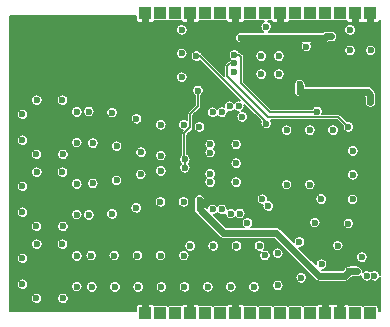
<source format=gbr>
G04 #@! TF.GenerationSoftware,KiCad,Pcbnew,5.1.4*
G04 #@! TF.CreationDate,2019-10-29T20:28:42-05:00*
G04 #@! TF.ProjectId,rf,72662e6b-6963-4616-945f-706362585858,rev?*
G04 #@! TF.SameCoordinates,PX811c3f0PY66a06fc*
G04 #@! TF.FileFunction,Copper,L4,Bot*
G04 #@! TF.FilePolarity,Positive*
%FSLAX46Y46*%
G04 Gerber Fmt 4.6, Leading zero omitted, Abs format (unit mm)*
G04 Created by KiCad (PCBNEW 5.1.4) date 2019-10-29 20:28:42*
%MOMM*%
%LPD*%
G04 APERTURE LIST*
%ADD10R,1.000000X1.000000*%
%ADD11C,0.600000*%
%ADD12C,0.600000*%
%ADD13C,0.127000*%
%ADD14C,0.125000*%
G04 APERTURE END LIST*
D10*
X30734000Y0D03*
X29464000Y0D03*
X28194000Y0D03*
X26924000Y0D03*
X25654000Y0D03*
X24384000Y0D03*
X23114000Y0D03*
X21844000Y0D03*
X20574000Y0D03*
X19304000Y0D03*
X18034000Y0D03*
X16764000Y0D03*
X15494000Y0D03*
X14224000Y0D03*
X12954000Y0D03*
X11684000Y0D03*
X11684000Y25400000D03*
X12954000Y25400000D03*
X14224000Y25400000D03*
X15494000Y25400000D03*
X16764000Y25400000D03*
X18034000Y25400000D03*
X19304000Y25400000D03*
X20574000Y25400000D03*
X21844000Y25400000D03*
X23114000Y25400000D03*
X24384000Y25400000D03*
X25654000Y25400000D03*
X26924000Y25400000D03*
X28194000Y25400000D03*
X29464000Y25400000D03*
X30734000Y25400000D03*
D11*
X17157100Y11800000D03*
X17157100Y13600000D03*
X19357100Y12700000D03*
X17157100Y11100000D03*
X17157100Y14300000D03*
X19357100Y11100000D03*
X19357100Y14300000D03*
X5866160Y17048000D03*
X4646160Y18048000D03*
X2476160Y18048000D03*
X1266160Y16848000D03*
X1266160Y14648000D03*
X2446160Y13458000D03*
X4696160Y13458000D03*
X5866160Y14448000D03*
X5866160Y10952000D03*
X4646160Y11952000D03*
X2476160Y11952000D03*
X1266160Y10752000D03*
X1266160Y8552000D03*
X2446160Y7362000D03*
X4696160Y7362000D03*
X5866160Y8352000D03*
X5866160Y4856000D03*
X4646160Y5856000D03*
X2476160Y5856000D03*
X1266160Y4656000D03*
X1266160Y2456000D03*
X2446160Y1266000D03*
X4696160Y1266000D03*
X5866160Y2256000D03*
X22975000Y21780000D03*
X21475000Y20247900D03*
X22975000Y20247900D03*
X21475000Y21780000D03*
X10915051Y16470596D03*
X12980418Y15962000D03*
X8849379Y16985575D03*
X9241303Y14149782D03*
X11304475Y13634122D03*
X12980418Y13345800D03*
X10897796Y8924490D03*
X8849379Y8414414D03*
X12945983Y9435491D03*
X11279441Y11758563D03*
X9232908Y11247974D03*
X12980418Y12050400D03*
X14928981Y4878441D03*
X22888012Y2359700D03*
X24859658Y3012048D03*
X26589870Y4159510D03*
X27958130Y5722351D03*
X28854645Y7596521D03*
X29221356Y9640365D03*
X29236852Y11723698D03*
X14986200Y2232700D03*
X16951427Y2238004D03*
X18913427Y2238004D03*
X20875427Y2238004D03*
X12964200Y4884700D03*
X11002200Y4884700D03*
X9040200Y4884700D03*
X7078200Y4884700D03*
X15459981Y5700639D03*
X21795981Y4895459D03*
X13024646Y2227245D03*
X11062646Y2227245D03*
X9100646Y2227245D03*
X7138646Y2227245D03*
X7228412Y10993604D03*
X6887379Y8323300D03*
X7228411Y14406385D03*
X14942418Y15962000D03*
X14907983Y9435491D03*
X23636452Y15512000D03*
X25598452Y15512000D03*
X29236852Y13746548D03*
X27560452Y15512000D03*
X19383981Y5700639D03*
X6887379Y17076700D03*
X23636452Y10888000D03*
X25598452Y10888000D03*
X26562299Y9671858D03*
X22882869Y5087474D03*
X24720224Y6051434D03*
X26016919Y7671069D03*
X17421981Y5700639D03*
X21345981Y5700639D03*
X30000000Y4750000D03*
X14750000Y24000000D03*
X14750000Y20000000D03*
X14750000Y22000000D03*
X29000000Y24000000D03*
X29000000Y22250000D03*
X30750000Y22250000D03*
X11366500Y24447500D03*
X12001500Y24447500D03*
X26775800Y19727900D03*
X30585800Y20642300D03*
X28384500Y1524000D03*
X28384500Y889000D03*
X28003500Y17526000D03*
X19141400Y20388300D03*
X27385400Y23436300D03*
X19765400Y23334700D03*
X24743800Y18762700D03*
X30416500Y3175000D03*
X31051500Y3175000D03*
X30734000Y17907000D03*
X30734000Y18516600D03*
X24743800Y19385000D03*
X15013700Y13034200D03*
X15013700Y12323000D03*
X16129000Y18859500D03*
X16257100Y9600000D03*
X16254100Y15775000D03*
X29591000Y3556000D03*
X28956000Y3556000D03*
X19202400Y21159897D03*
X28854400Y15773400D03*
X19202400Y21886900D03*
X26212800Y17076700D03*
X21894800Y24257000D03*
X22077680Y9080500D03*
X21577300Y9669780D03*
X25302600Y22572700D03*
X17368200Y8800000D03*
X18146000Y8800000D03*
X18893200Y8440000D03*
X19671000Y8440000D03*
X20320000Y7645400D03*
X19862800Y16637000D03*
X19576060Y17526000D03*
X18798260Y17526000D03*
X18146000Y17018000D03*
X17368200Y17018000D03*
X21907500Y16065500D03*
X16002000Y21780500D03*
D12*
X27427200Y23436300D02*
X27385400Y23436300D01*
X30487900Y18762700D02*
X30734000Y18516600D01*
X24743800Y18762700D02*
X30487900Y18762700D01*
X27385400Y23436300D02*
X26961136Y23436300D01*
X26859536Y23334700D02*
X19765400Y23334700D01*
X26961136Y23436300D02*
X26859536Y23334700D01*
X30734000Y18516600D02*
X30734000Y17907000D01*
X24743800Y19282800D02*
X24743800Y18762700D01*
D13*
X15013700Y13034200D02*
X15013700Y12323000D01*
X16129000Y17526000D02*
X15494000Y16891000D01*
X15494000Y16891000D02*
X15494000Y15748000D01*
X14986000Y13061900D02*
X15013700Y13034200D01*
X15494000Y15748000D02*
X14986000Y15240000D01*
X16129000Y18859500D02*
X16129000Y17526000D01*
X14986000Y15240000D02*
X14986000Y13061900D01*
D12*
X29591000Y3556000D02*
X28956000Y3556000D01*
X28579000Y3179000D02*
X28956000Y3556000D01*
X16257100Y8805800D02*
X18264400Y6798500D01*
X16257100Y9600000D02*
X16257100Y8805800D01*
X18264400Y6798500D02*
X22760700Y6798500D01*
X22760700Y6798500D02*
X26380200Y3179000D01*
X26380200Y3179000D02*
X28579000Y3179000D01*
D13*
X19200703Y21158200D02*
X19202400Y21159897D01*
X18846800Y21158200D02*
X19200703Y21158200D01*
X18597000Y20908400D02*
X18846800Y21158200D01*
X20960500Y17720000D02*
X18597000Y20083500D01*
X18597000Y20083500D02*
X18597000Y20908400D01*
D14*
X20960500Y17720000D02*
X20964200Y17720000D01*
D13*
X28854400Y15773400D02*
X28836872Y15773400D01*
X28836872Y15773400D02*
X28024072Y16586200D01*
X28024072Y16586200D02*
X22098000Y16586200D01*
X22098000Y16586200D02*
X20964200Y17720000D01*
X19591300Y21886900D02*
X19202400Y21886900D01*
X19812000Y19494500D02*
X19812000Y21666200D01*
X19812000Y21666200D02*
X19591300Y21886900D01*
X26212800Y17076700D02*
X22229800Y17076700D01*
X22229800Y17076700D02*
X19812000Y19494500D01*
X21907500Y16166602D02*
X21907500Y16065500D01*
X16002000Y21780500D02*
X16293602Y21780500D01*
X16293602Y21780500D02*
X21907500Y16166602D01*
G36*
X10866500Y25130125D02*
G01*
X10864964Y24900000D01*
X10871094Y24837759D01*
X10889249Y24777910D01*
X10918731Y24722753D01*
X10958407Y24674407D01*
X11006753Y24634731D01*
X11061910Y24605249D01*
X11121759Y24587094D01*
X11184000Y24580964D01*
X11414125Y24582500D01*
X11493500Y24661875D01*
X11493500Y25184500D01*
X11874500Y25184500D01*
X11874500Y24661875D01*
X11953875Y24582500D01*
X12184000Y24580964D01*
X12246241Y24587094D01*
X12306090Y24605249D01*
X12361247Y24634731D01*
X12409593Y24674407D01*
X12438861Y24710070D01*
X12454000Y24708579D01*
X13454000Y24708579D01*
X13491344Y24712257D01*
X13527254Y24723150D01*
X13560348Y24740839D01*
X13589000Y24764354D01*
X13617652Y24740839D01*
X13650746Y24723150D01*
X13686656Y24712257D01*
X13724000Y24708579D01*
X14724000Y24708579D01*
X14739139Y24710070D01*
X14768407Y24674407D01*
X14816753Y24634731D01*
X14871910Y24605249D01*
X14931759Y24587094D01*
X14994000Y24580964D01*
X15224125Y24582500D01*
X15303500Y24661875D01*
X15303500Y25184500D01*
X15684500Y25184500D01*
X15684500Y24661875D01*
X15763875Y24582500D01*
X15994000Y24580964D01*
X16056241Y24587094D01*
X16116090Y24605249D01*
X16171247Y24634731D01*
X16219593Y24674407D01*
X16248861Y24710070D01*
X16264000Y24708579D01*
X17264000Y24708579D01*
X17301344Y24712257D01*
X17337254Y24723150D01*
X17370348Y24740839D01*
X17399000Y24764354D01*
X17427652Y24740839D01*
X17460746Y24723150D01*
X17496656Y24712257D01*
X17534000Y24708579D01*
X18534000Y24708579D01*
X18549139Y24710070D01*
X18578407Y24674407D01*
X18626753Y24634731D01*
X18681910Y24605249D01*
X18741759Y24587094D01*
X18804000Y24580964D01*
X19034125Y24582500D01*
X19113500Y24661875D01*
X19113500Y25184500D01*
X19494500Y25184500D01*
X19494500Y24661875D01*
X19573875Y24582500D01*
X19804000Y24580964D01*
X19866241Y24587094D01*
X19926090Y24605249D01*
X19981247Y24634731D01*
X20029593Y24674407D01*
X20058861Y24710070D01*
X20074000Y24708579D01*
X21074000Y24708579D01*
X21111344Y24712257D01*
X21147254Y24723150D01*
X21180348Y24740839D01*
X21209000Y24764354D01*
X21237652Y24740839D01*
X21270746Y24723150D01*
X21306656Y24712257D01*
X21344000Y24708579D01*
X21703271Y24708579D01*
X21662461Y24691675D01*
X21582125Y24637996D01*
X21513804Y24569675D01*
X21460125Y24489339D01*
X21423150Y24400073D01*
X21404300Y24305310D01*
X21404300Y24208690D01*
X21423150Y24113927D01*
X21460125Y24024661D01*
X21513804Y23944325D01*
X21582125Y23876004D01*
X21658158Y23825200D01*
X19717090Y23825200D01*
X19693343Y23820476D01*
X19669245Y23818103D01*
X19646072Y23811073D01*
X19622327Y23806350D01*
X19599957Y23797084D01*
X19576786Y23790055D01*
X19555433Y23778642D01*
X19533061Y23769375D01*
X19512930Y23755924D01*
X19491574Y23744509D01*
X19472854Y23729146D01*
X19452725Y23715696D01*
X19435607Y23698578D01*
X19416886Y23683214D01*
X19401522Y23664493D01*
X19384404Y23647375D01*
X19370954Y23627246D01*
X19355591Y23608526D01*
X19344176Y23587170D01*
X19330725Y23567039D01*
X19321458Y23544667D01*
X19310045Y23523314D01*
X19303016Y23500143D01*
X19293750Y23477773D01*
X19289027Y23454028D01*
X19281997Y23430855D01*
X19279624Y23406757D01*
X19274900Y23383010D01*
X19274900Y23358795D01*
X19272527Y23334700D01*
X19274900Y23310605D01*
X19274900Y23286390D01*
X19279624Y23262643D01*
X19281997Y23238545D01*
X19289027Y23215372D01*
X19293750Y23191627D01*
X19303016Y23169257D01*
X19310045Y23146086D01*
X19321458Y23124733D01*
X19330725Y23102361D01*
X19344176Y23082230D01*
X19355591Y23060874D01*
X19370954Y23042154D01*
X19384404Y23022025D01*
X19401522Y23004907D01*
X19416886Y22986186D01*
X19435607Y22970822D01*
X19452725Y22953704D01*
X19472854Y22940254D01*
X19491574Y22924891D01*
X19512930Y22913476D01*
X19533061Y22900025D01*
X19555433Y22890758D01*
X19576786Y22879345D01*
X19599957Y22872316D01*
X19622327Y22863050D01*
X19646072Y22858327D01*
X19669245Y22851297D01*
X19693343Y22848924D01*
X19717090Y22844200D01*
X24894092Y22844200D01*
X24867925Y22805039D01*
X24830950Y22715773D01*
X24812100Y22621010D01*
X24812100Y22524390D01*
X24830950Y22429627D01*
X24867925Y22340361D01*
X24921604Y22260025D01*
X24989925Y22191704D01*
X25070261Y22138025D01*
X25159527Y22101050D01*
X25254290Y22082200D01*
X25350910Y22082200D01*
X25445673Y22101050D01*
X25534939Y22138025D01*
X25615275Y22191704D01*
X25683596Y22260025D01*
X25709177Y22298310D01*
X28509500Y22298310D01*
X28509500Y22201690D01*
X28528350Y22106927D01*
X28565325Y22017661D01*
X28619004Y21937325D01*
X28687325Y21869004D01*
X28767661Y21815325D01*
X28856927Y21778350D01*
X28951690Y21759500D01*
X29048310Y21759500D01*
X29143073Y21778350D01*
X29232339Y21815325D01*
X29312675Y21869004D01*
X29380996Y21937325D01*
X29434675Y22017661D01*
X29471650Y22106927D01*
X29490500Y22201690D01*
X29490500Y22298310D01*
X30259500Y22298310D01*
X30259500Y22201690D01*
X30278350Y22106927D01*
X30315325Y22017661D01*
X30369004Y21937325D01*
X30437325Y21869004D01*
X30517661Y21815325D01*
X30606927Y21778350D01*
X30701690Y21759500D01*
X30798310Y21759500D01*
X30893073Y21778350D01*
X30982339Y21815325D01*
X31062675Y21869004D01*
X31130996Y21937325D01*
X31184675Y22017661D01*
X31221650Y22106927D01*
X31240500Y22201690D01*
X31240500Y22298310D01*
X31221650Y22393073D01*
X31184675Y22482339D01*
X31130996Y22562675D01*
X31062675Y22630996D01*
X30982339Y22684675D01*
X30893073Y22721650D01*
X30798310Y22740500D01*
X30701690Y22740500D01*
X30606927Y22721650D01*
X30517661Y22684675D01*
X30437325Y22630996D01*
X30369004Y22562675D01*
X30315325Y22482339D01*
X30278350Y22393073D01*
X30259500Y22298310D01*
X29490500Y22298310D01*
X29471650Y22393073D01*
X29434675Y22482339D01*
X29380996Y22562675D01*
X29312675Y22630996D01*
X29232339Y22684675D01*
X29143073Y22721650D01*
X29048310Y22740500D01*
X28951690Y22740500D01*
X28856927Y22721650D01*
X28767661Y22684675D01*
X28687325Y22630996D01*
X28619004Y22562675D01*
X28565325Y22482339D01*
X28528350Y22393073D01*
X28509500Y22298310D01*
X25709177Y22298310D01*
X25737275Y22340361D01*
X25774250Y22429627D01*
X25793100Y22524390D01*
X25793100Y22621010D01*
X25774250Y22715773D01*
X25737275Y22805039D01*
X25711108Y22844200D01*
X26835444Y22844200D01*
X26859536Y22841827D01*
X26883628Y22844200D01*
X26883631Y22844200D01*
X26955691Y22851297D01*
X27048150Y22879345D01*
X27133362Y22924891D01*
X27158840Y22945800D01*
X27451295Y22945800D01*
X27523355Y22952897D01*
X27615814Y22980945D01*
X27701026Y23026491D01*
X27775714Y23087786D01*
X27837009Y23162474D01*
X27882555Y23247686D01*
X27910603Y23340145D01*
X27920073Y23436300D01*
X27910603Y23532455D01*
X27882555Y23624914D01*
X27837009Y23710126D01*
X27775714Y23784814D01*
X27701026Y23846109D01*
X27615814Y23891655D01*
X27523355Y23919703D01*
X27451295Y23926800D01*
X26985227Y23926800D01*
X26961135Y23929173D01*
X26937043Y23926800D01*
X26937041Y23926800D01*
X26864981Y23919703D01*
X26772522Y23891655D01*
X26687310Y23846109D01*
X26661832Y23825200D01*
X22131442Y23825200D01*
X22207475Y23876004D01*
X22275796Y23944325D01*
X22329475Y24024661D01*
X22339270Y24048310D01*
X28509500Y24048310D01*
X28509500Y23951690D01*
X28528350Y23856927D01*
X28565325Y23767661D01*
X28619004Y23687325D01*
X28687325Y23619004D01*
X28767661Y23565325D01*
X28856927Y23528350D01*
X28951690Y23509500D01*
X29048310Y23509500D01*
X29143073Y23528350D01*
X29232339Y23565325D01*
X29312675Y23619004D01*
X29380996Y23687325D01*
X29434675Y23767661D01*
X29471650Y23856927D01*
X29490500Y23951690D01*
X29490500Y24048310D01*
X29471650Y24143073D01*
X29434675Y24232339D01*
X29380996Y24312675D01*
X29312675Y24380996D01*
X29232339Y24434675D01*
X29143073Y24471650D01*
X29048310Y24490500D01*
X28951690Y24490500D01*
X28856927Y24471650D01*
X28767661Y24434675D01*
X28687325Y24380996D01*
X28619004Y24312675D01*
X28565325Y24232339D01*
X28528350Y24143073D01*
X28509500Y24048310D01*
X22339270Y24048310D01*
X22366450Y24113927D01*
X22385300Y24208690D01*
X22385300Y24305310D01*
X22366450Y24400073D01*
X22329475Y24489339D01*
X22275796Y24569675D01*
X22207475Y24637996D01*
X22127139Y24691675D01*
X22086329Y24708579D01*
X22344000Y24708579D01*
X22359139Y24710070D01*
X22388407Y24674407D01*
X22436753Y24634731D01*
X22491910Y24605249D01*
X22551759Y24587094D01*
X22614000Y24580964D01*
X22844125Y24582500D01*
X22923500Y24661875D01*
X22923500Y25184500D01*
X23304500Y25184500D01*
X23304500Y24661875D01*
X23383875Y24582500D01*
X23614000Y24580964D01*
X23676241Y24587094D01*
X23736090Y24605249D01*
X23791247Y24634731D01*
X23839593Y24674407D01*
X23868861Y24710070D01*
X23884000Y24708579D01*
X24884000Y24708579D01*
X24921344Y24712257D01*
X24957254Y24723150D01*
X24990348Y24740839D01*
X25019000Y24764354D01*
X25047652Y24740839D01*
X25080746Y24723150D01*
X25116656Y24712257D01*
X25154000Y24708579D01*
X26154000Y24708579D01*
X26191344Y24712257D01*
X26227254Y24723150D01*
X26260348Y24740839D01*
X26289000Y24764354D01*
X26317652Y24740839D01*
X26350746Y24723150D01*
X26386656Y24712257D01*
X26424000Y24708579D01*
X27424000Y24708579D01*
X27461344Y24712257D01*
X27497254Y24723150D01*
X27530348Y24740839D01*
X27559000Y24764354D01*
X27587652Y24740839D01*
X27620746Y24723150D01*
X27656656Y24712257D01*
X27694000Y24708579D01*
X28694000Y24708579D01*
X28709139Y24710070D01*
X28738407Y24674407D01*
X28786753Y24634731D01*
X28841910Y24605249D01*
X28901759Y24587094D01*
X28964000Y24580964D01*
X29194125Y24582500D01*
X29273500Y24661875D01*
X29273500Y25184500D01*
X29654500Y25184500D01*
X29654500Y24661875D01*
X29733875Y24582500D01*
X29964000Y24580964D01*
X30026241Y24587094D01*
X30086090Y24605249D01*
X30099000Y24612150D01*
X30111910Y24605249D01*
X30171759Y24587094D01*
X30234000Y24580964D01*
X30464125Y24582500D01*
X30543500Y24661875D01*
X30543500Y25184500D01*
X30924500Y25184500D01*
X30924500Y24661875D01*
X31003875Y24582500D01*
X31234000Y24580964D01*
X31296241Y24587094D01*
X31356090Y24605249D01*
X31411247Y24634731D01*
X31459593Y24674407D01*
X31499269Y24722753D01*
X31528751Y24777910D01*
X31534501Y24796865D01*
X31534500Y3261013D01*
X31523150Y3318073D01*
X31486175Y3407339D01*
X31432496Y3487675D01*
X31364175Y3555996D01*
X31283839Y3609675D01*
X31194573Y3646650D01*
X31099810Y3665500D01*
X31003190Y3665500D01*
X30908427Y3646650D01*
X30819161Y3609675D01*
X30738825Y3555996D01*
X30734000Y3551171D01*
X30729175Y3555996D01*
X30648839Y3609675D01*
X30559573Y3646650D01*
X30464810Y3665500D01*
X30368190Y3665500D01*
X30273427Y3646650D01*
X30184161Y3609675D01*
X30103825Y3555996D01*
X30081693Y3533864D01*
X30083873Y3556000D01*
X30081500Y3580095D01*
X30081500Y3604310D01*
X30076776Y3628057D01*
X30074403Y3652155D01*
X30067373Y3675328D01*
X30062650Y3699073D01*
X30053384Y3721443D01*
X30046355Y3744614D01*
X30034942Y3765967D01*
X30025675Y3788339D01*
X30012224Y3808470D01*
X30000809Y3829826D01*
X29985446Y3848546D01*
X29971996Y3868675D01*
X29954878Y3885793D01*
X29939514Y3904514D01*
X29920793Y3919878D01*
X29903675Y3936996D01*
X29883546Y3950446D01*
X29864826Y3965809D01*
X29843470Y3977224D01*
X29823339Y3990675D01*
X29800967Y3999942D01*
X29779614Y4011355D01*
X29756443Y4018384D01*
X29734073Y4027650D01*
X29710328Y4032373D01*
X29687155Y4039403D01*
X29663057Y4041776D01*
X29639310Y4046500D01*
X28980094Y4046500D01*
X28956000Y4048873D01*
X28931905Y4046500D01*
X28907690Y4046500D01*
X28883943Y4041776D01*
X28859845Y4039403D01*
X28836671Y4032373D01*
X28812927Y4027650D01*
X28790559Y4018385D01*
X28767385Y4011355D01*
X28746029Y3999940D01*
X28723661Y3990675D01*
X28703531Y3977224D01*
X28682174Y3965809D01*
X28663454Y3950446D01*
X28643325Y3936996D01*
X28626207Y3919878D01*
X28607486Y3904514D01*
X28592122Y3885793D01*
X28375829Y3669500D01*
X26640643Y3669500D01*
X26732943Y3687860D01*
X26822209Y3724835D01*
X26902545Y3778514D01*
X26970866Y3846835D01*
X27024545Y3927171D01*
X27061520Y4016437D01*
X27080370Y4111200D01*
X27080370Y4207820D01*
X27061520Y4302583D01*
X27024545Y4391849D01*
X26970866Y4472185D01*
X26902545Y4540506D01*
X26822209Y4594185D01*
X26732943Y4631160D01*
X26638180Y4650010D01*
X26541560Y4650010D01*
X26446797Y4631160D01*
X26357531Y4594185D01*
X26277195Y4540506D01*
X26208874Y4472185D01*
X26155195Y4391849D01*
X26118220Y4302583D01*
X26099370Y4207820D01*
X26099370Y4153502D01*
X25454562Y4798310D01*
X29509500Y4798310D01*
X29509500Y4701690D01*
X29528350Y4606927D01*
X29565325Y4517661D01*
X29619004Y4437325D01*
X29687325Y4369004D01*
X29767661Y4315325D01*
X29856927Y4278350D01*
X29951690Y4259500D01*
X30048310Y4259500D01*
X30143073Y4278350D01*
X30232339Y4315325D01*
X30312675Y4369004D01*
X30380996Y4437325D01*
X30434675Y4517661D01*
X30471650Y4606927D01*
X30490500Y4701690D01*
X30490500Y4798310D01*
X30471650Y4893073D01*
X30434675Y4982339D01*
X30380996Y5062675D01*
X30312675Y5130996D01*
X30232339Y5184675D01*
X30143073Y5221650D01*
X30048310Y5240500D01*
X29951690Y5240500D01*
X29856927Y5221650D01*
X29767661Y5184675D01*
X29687325Y5130996D01*
X29619004Y5062675D01*
X29565325Y4982339D01*
X29528350Y4893073D01*
X29509500Y4798310D01*
X25454562Y4798310D01*
X24691937Y5560934D01*
X24768534Y5560934D01*
X24863297Y5579784D01*
X24952563Y5616759D01*
X25032899Y5670438D01*
X25101220Y5738759D01*
X25122536Y5770661D01*
X27467630Y5770661D01*
X27467630Y5674041D01*
X27486480Y5579278D01*
X27523455Y5490012D01*
X27577134Y5409676D01*
X27645455Y5341355D01*
X27725791Y5287676D01*
X27815057Y5250701D01*
X27909820Y5231851D01*
X28006440Y5231851D01*
X28101203Y5250701D01*
X28190469Y5287676D01*
X28270805Y5341355D01*
X28339126Y5409676D01*
X28392805Y5490012D01*
X28429780Y5579278D01*
X28448630Y5674041D01*
X28448630Y5770661D01*
X28429780Y5865424D01*
X28392805Y5954690D01*
X28339126Y6035026D01*
X28270805Y6103347D01*
X28190469Y6157026D01*
X28101203Y6194001D01*
X28006440Y6212851D01*
X27909820Y6212851D01*
X27815057Y6194001D01*
X27725791Y6157026D01*
X27645455Y6103347D01*
X27577134Y6035026D01*
X27523455Y5954690D01*
X27486480Y5865424D01*
X27467630Y5770661D01*
X25122536Y5770661D01*
X25154899Y5819095D01*
X25191874Y5908361D01*
X25210724Y6003124D01*
X25210724Y6099744D01*
X25191874Y6194507D01*
X25154899Y6283773D01*
X25101220Y6364109D01*
X25032899Y6432430D01*
X24952563Y6486109D01*
X24863297Y6523084D01*
X24768534Y6541934D01*
X24671914Y6541934D01*
X24577151Y6523084D01*
X24487885Y6486109D01*
X24407549Y6432430D01*
X24339228Y6364109D01*
X24285549Y6283773D01*
X24248574Y6194507D01*
X24229724Y6099744D01*
X24229724Y6023147D01*
X23124578Y7128293D01*
X23109214Y7147014D01*
X23034526Y7208309D01*
X22949314Y7253855D01*
X22856855Y7281903D01*
X22784795Y7289000D01*
X22784792Y7289000D01*
X22760700Y7291373D01*
X22736608Y7289000D01*
X20657271Y7289000D01*
X20700996Y7332725D01*
X20754675Y7413061D01*
X20791650Y7502327D01*
X20810500Y7597090D01*
X20810500Y7693710D01*
X20805394Y7719379D01*
X25526419Y7719379D01*
X25526419Y7622759D01*
X25545269Y7527996D01*
X25582244Y7438730D01*
X25635923Y7358394D01*
X25704244Y7290073D01*
X25784580Y7236394D01*
X25873846Y7199419D01*
X25968609Y7180569D01*
X26065229Y7180569D01*
X26159992Y7199419D01*
X26249258Y7236394D01*
X26329594Y7290073D01*
X26397915Y7358394D01*
X26451594Y7438730D01*
X26488569Y7527996D01*
X26507419Y7622759D01*
X26507419Y7644831D01*
X28364145Y7644831D01*
X28364145Y7548211D01*
X28382995Y7453448D01*
X28419970Y7364182D01*
X28473649Y7283846D01*
X28541970Y7215525D01*
X28622306Y7161846D01*
X28711572Y7124871D01*
X28806335Y7106021D01*
X28902955Y7106021D01*
X28997718Y7124871D01*
X29086984Y7161846D01*
X29167320Y7215525D01*
X29235641Y7283846D01*
X29289320Y7364182D01*
X29326295Y7453448D01*
X29345145Y7548211D01*
X29345145Y7644831D01*
X29326295Y7739594D01*
X29289320Y7828860D01*
X29235641Y7909196D01*
X29167320Y7977517D01*
X29086984Y8031196D01*
X28997718Y8068171D01*
X28902955Y8087021D01*
X28806335Y8087021D01*
X28711572Y8068171D01*
X28622306Y8031196D01*
X28541970Y7977517D01*
X28473649Y7909196D01*
X28419970Y7828860D01*
X28382995Y7739594D01*
X28364145Y7644831D01*
X26507419Y7644831D01*
X26507419Y7719379D01*
X26488569Y7814142D01*
X26451594Y7903408D01*
X26397915Y7983744D01*
X26329594Y8052065D01*
X26249258Y8105744D01*
X26159992Y8142719D01*
X26065229Y8161569D01*
X25968609Y8161569D01*
X25873846Y8142719D01*
X25784580Y8105744D01*
X25704244Y8052065D01*
X25635923Y7983744D01*
X25582244Y7903408D01*
X25545269Y7814142D01*
X25526419Y7719379D01*
X20805394Y7719379D01*
X20791650Y7788473D01*
X20754675Y7877739D01*
X20700996Y7958075D01*
X20632675Y8026396D01*
X20552339Y8080075D01*
X20463073Y8117050D01*
X20368310Y8135900D01*
X20271690Y8135900D01*
X20176927Y8117050D01*
X20087661Y8080075D01*
X20007325Y8026396D01*
X19939004Y7958075D01*
X19885325Y7877739D01*
X19848350Y7788473D01*
X19829500Y7693710D01*
X19829500Y7597090D01*
X19848350Y7502327D01*
X19885325Y7413061D01*
X19939004Y7332725D01*
X19982729Y7289000D01*
X18467572Y7289000D01*
X17442001Y8314571D01*
X17511273Y8328350D01*
X17600539Y8365325D01*
X17680875Y8419004D01*
X17749196Y8487325D01*
X17757100Y8499154D01*
X17765004Y8487325D01*
X17833325Y8419004D01*
X17913661Y8365325D01*
X18002927Y8328350D01*
X18097690Y8309500D01*
X18194310Y8309500D01*
X18289073Y8328350D01*
X18378339Y8365325D01*
X18404471Y8382786D01*
X18421550Y8296927D01*
X18458525Y8207661D01*
X18512204Y8127325D01*
X18580525Y8059004D01*
X18660861Y8005325D01*
X18750127Y7968350D01*
X18844890Y7949500D01*
X18941510Y7949500D01*
X19036273Y7968350D01*
X19125539Y8005325D01*
X19205875Y8059004D01*
X19274196Y8127325D01*
X19282100Y8139154D01*
X19290004Y8127325D01*
X19358325Y8059004D01*
X19438661Y8005325D01*
X19527927Y7968350D01*
X19622690Y7949500D01*
X19719310Y7949500D01*
X19814073Y7968350D01*
X19903339Y8005325D01*
X19983675Y8059004D01*
X20051996Y8127325D01*
X20105675Y8207661D01*
X20142650Y8296927D01*
X20161500Y8391690D01*
X20161500Y8488310D01*
X20142650Y8583073D01*
X20105675Y8672339D01*
X20051996Y8752675D01*
X19983675Y8820996D01*
X19903339Y8874675D01*
X19814073Y8911650D01*
X19719310Y8930500D01*
X19622690Y8930500D01*
X19527927Y8911650D01*
X19438661Y8874675D01*
X19358325Y8820996D01*
X19290004Y8752675D01*
X19282100Y8740846D01*
X19274196Y8752675D01*
X19205875Y8820996D01*
X19125539Y8874675D01*
X19036273Y8911650D01*
X18941510Y8930500D01*
X18844890Y8930500D01*
X18750127Y8911650D01*
X18660861Y8874675D01*
X18634729Y8857214D01*
X18617650Y8943073D01*
X18580675Y9032339D01*
X18526996Y9112675D01*
X18458675Y9180996D01*
X18378339Y9234675D01*
X18289073Y9271650D01*
X18194310Y9290500D01*
X18097690Y9290500D01*
X18002927Y9271650D01*
X17913661Y9234675D01*
X17833325Y9180996D01*
X17765004Y9112675D01*
X17757100Y9100846D01*
X17749196Y9112675D01*
X17680875Y9180996D01*
X17600539Y9234675D01*
X17511273Y9271650D01*
X17416510Y9290500D01*
X17319890Y9290500D01*
X17225127Y9271650D01*
X17135861Y9234675D01*
X17055525Y9180996D01*
X16987204Y9112675D01*
X16933525Y9032339D01*
X16896550Y8943073D01*
X16882771Y8873801D01*
X16747600Y9008971D01*
X16747600Y9648310D01*
X16742876Y9672057D01*
X16740503Y9696155D01*
X16733849Y9718090D01*
X21086800Y9718090D01*
X21086800Y9621470D01*
X21105650Y9526707D01*
X21142625Y9437441D01*
X21196304Y9357105D01*
X21264625Y9288784D01*
X21344961Y9235105D01*
X21434227Y9198130D01*
X21528990Y9179280D01*
X21597219Y9179280D01*
X21587180Y9128810D01*
X21587180Y9032190D01*
X21606030Y8937427D01*
X21643005Y8848161D01*
X21696684Y8767825D01*
X21765005Y8699504D01*
X21845341Y8645825D01*
X21934607Y8608850D01*
X22029370Y8590000D01*
X22125990Y8590000D01*
X22220753Y8608850D01*
X22310019Y8645825D01*
X22390355Y8699504D01*
X22458676Y8767825D01*
X22512355Y8848161D01*
X22549330Y8937427D01*
X22568180Y9032190D01*
X22568180Y9128810D01*
X22549330Y9223573D01*
X22512355Y9312839D01*
X22458676Y9393175D01*
X22390355Y9461496D01*
X22310019Y9515175D01*
X22220753Y9552150D01*
X22125990Y9571000D01*
X22057761Y9571000D01*
X22067800Y9621470D01*
X22067800Y9718090D01*
X22067387Y9720168D01*
X26071799Y9720168D01*
X26071799Y9623548D01*
X26090649Y9528785D01*
X26127624Y9439519D01*
X26181303Y9359183D01*
X26249624Y9290862D01*
X26329960Y9237183D01*
X26419226Y9200208D01*
X26513989Y9181358D01*
X26610609Y9181358D01*
X26705372Y9200208D01*
X26794638Y9237183D01*
X26874974Y9290862D01*
X26943295Y9359183D01*
X26996974Y9439519D01*
X27033949Y9528785D01*
X27052799Y9623548D01*
X27052799Y9688675D01*
X28730856Y9688675D01*
X28730856Y9592055D01*
X28749706Y9497292D01*
X28786681Y9408026D01*
X28840360Y9327690D01*
X28908681Y9259369D01*
X28989017Y9205690D01*
X29078283Y9168715D01*
X29173046Y9149865D01*
X29269666Y9149865D01*
X29364429Y9168715D01*
X29453695Y9205690D01*
X29534031Y9259369D01*
X29602352Y9327690D01*
X29656031Y9408026D01*
X29693006Y9497292D01*
X29711856Y9592055D01*
X29711856Y9688675D01*
X29693006Y9783438D01*
X29656031Y9872704D01*
X29602352Y9953040D01*
X29534031Y10021361D01*
X29453695Y10075040D01*
X29364429Y10112015D01*
X29269666Y10130865D01*
X29173046Y10130865D01*
X29078283Y10112015D01*
X28989017Y10075040D01*
X28908681Y10021361D01*
X28840360Y9953040D01*
X28786681Y9872704D01*
X28749706Y9783438D01*
X28730856Y9688675D01*
X27052799Y9688675D01*
X27052799Y9720168D01*
X27033949Y9814931D01*
X26996974Y9904197D01*
X26943295Y9984533D01*
X26874974Y10052854D01*
X26794638Y10106533D01*
X26705372Y10143508D01*
X26610609Y10162358D01*
X26513989Y10162358D01*
X26419226Y10143508D01*
X26329960Y10106533D01*
X26249624Y10052854D01*
X26181303Y9984533D01*
X26127624Y9904197D01*
X26090649Y9814931D01*
X26071799Y9720168D01*
X22067387Y9720168D01*
X22048950Y9812853D01*
X22011975Y9902119D01*
X21958296Y9982455D01*
X21889975Y10050776D01*
X21809639Y10104455D01*
X21720373Y10141430D01*
X21625610Y10160280D01*
X21528990Y10160280D01*
X21434227Y10141430D01*
X21344961Y10104455D01*
X21264625Y10050776D01*
X21196304Y9982455D01*
X21142625Y9902119D01*
X21105650Y9812853D01*
X21086800Y9718090D01*
X16733849Y9718090D01*
X16733473Y9719328D01*
X16728750Y9743073D01*
X16719484Y9765443D01*
X16712455Y9788614D01*
X16701042Y9809967D01*
X16691775Y9832339D01*
X16678324Y9852470D01*
X16666909Y9873826D01*
X16651546Y9892546D01*
X16638096Y9912675D01*
X16620978Y9929793D01*
X16605614Y9948514D01*
X16586893Y9963878D01*
X16569775Y9980996D01*
X16549646Y9994446D01*
X16530926Y10009809D01*
X16509571Y10021223D01*
X16489439Y10034675D01*
X16467064Y10043943D01*
X16445713Y10055355D01*
X16422546Y10062383D01*
X16400173Y10071650D01*
X16376425Y10076374D01*
X16353254Y10083403D01*
X16329157Y10085776D01*
X16305410Y10090500D01*
X16281194Y10090500D01*
X16257100Y10092873D01*
X16233005Y10090500D01*
X16208790Y10090500D01*
X16185043Y10085776D01*
X16160945Y10083403D01*
X16137772Y10076373D01*
X16114027Y10071650D01*
X16091657Y10062384D01*
X16068486Y10055355D01*
X16047133Y10043942D01*
X16024761Y10034675D01*
X16004630Y10021224D01*
X15983274Y10009809D01*
X15964554Y9994446D01*
X15944425Y9980996D01*
X15927307Y9963878D01*
X15908586Y9948514D01*
X15893222Y9929793D01*
X15876104Y9912675D01*
X15862654Y9892546D01*
X15847291Y9873826D01*
X15835877Y9852471D01*
X15822425Y9832339D01*
X15813157Y9809964D01*
X15801745Y9788613D01*
X15794717Y9765446D01*
X15785450Y9743073D01*
X15780726Y9719325D01*
X15773697Y9696154D01*
X15771324Y9672058D01*
X15766600Y9648310D01*
X15766600Y9624094D01*
X15766601Y8829901D01*
X15764227Y8805800D01*
X15768938Y8757975D01*
X15773698Y8709645D01*
X15778119Y8695073D01*
X15801746Y8617186D01*
X15847291Y8531975D01*
X15893227Y8476002D01*
X15908587Y8457286D01*
X15927302Y8441927D01*
X17900526Y6468702D01*
X17915886Y6449986D01*
X17990574Y6388691D01*
X18075786Y6343145D01*
X18168245Y6315097D01*
X18264400Y6305627D01*
X18288494Y6308000D01*
X22557529Y6308000D01*
X26016327Y2849201D01*
X26031686Y2830486D01*
X26106374Y2769191D01*
X26191586Y2723645D01*
X26284045Y2695597D01*
X26356105Y2688500D01*
X26356108Y2688500D01*
X26380200Y2686127D01*
X26404292Y2688500D01*
X28554908Y2688500D01*
X28579000Y2686127D01*
X28603092Y2688500D01*
X28603095Y2688500D01*
X28675155Y2695597D01*
X28767614Y2723645D01*
X28852826Y2769191D01*
X28927514Y2830486D01*
X28942878Y2849207D01*
X29159171Y3065500D01*
X29639310Y3065500D01*
X29663057Y3070224D01*
X29687155Y3072597D01*
X29710328Y3079627D01*
X29734073Y3084350D01*
X29756443Y3093616D01*
X29779614Y3100645D01*
X29800967Y3112058D01*
X29823339Y3121325D01*
X29843470Y3134776D01*
X29864826Y3146191D01*
X29883546Y3161554D01*
X29903675Y3175004D01*
X29920793Y3192122D01*
X29926000Y3196395D01*
X29926000Y3126690D01*
X29944850Y3031927D01*
X29981825Y2942661D01*
X30035504Y2862325D01*
X30103825Y2794004D01*
X30184161Y2740325D01*
X30273427Y2703350D01*
X30368190Y2684500D01*
X30464810Y2684500D01*
X30559573Y2703350D01*
X30648839Y2740325D01*
X30729175Y2794004D01*
X30734000Y2798829D01*
X30738825Y2794004D01*
X30819161Y2740325D01*
X30908427Y2703350D01*
X31003190Y2684500D01*
X31099810Y2684500D01*
X31194573Y2703350D01*
X31283839Y2740325D01*
X31364175Y2794004D01*
X31432496Y2862325D01*
X31486175Y2942661D01*
X31523150Y3031927D01*
X31534500Y3088987D01*
X31534500Y215500D01*
X31425421Y215500D01*
X31425421Y500000D01*
X31421743Y537344D01*
X31410850Y573254D01*
X31393161Y606348D01*
X31369355Y635355D01*
X31340348Y659161D01*
X31307254Y676850D01*
X31271344Y687743D01*
X31234000Y691421D01*
X30234000Y691421D01*
X30196656Y687743D01*
X30160746Y676850D01*
X30127652Y659161D01*
X30099000Y635646D01*
X30070348Y659161D01*
X30037254Y676850D01*
X30001344Y687743D01*
X29964000Y691421D01*
X28964000Y691421D01*
X28948861Y689930D01*
X28919593Y725593D01*
X28871247Y765269D01*
X28816090Y794751D01*
X28756241Y812906D01*
X28694000Y819036D01*
X28463875Y817500D01*
X28384500Y738125D01*
X28384500Y215500D01*
X28003500Y215500D01*
X28003500Y738125D01*
X27924125Y817500D01*
X27694000Y819036D01*
X27631759Y812906D01*
X27571910Y794751D01*
X27559000Y787850D01*
X27546090Y794751D01*
X27486241Y812906D01*
X27424000Y819036D01*
X27193875Y817500D01*
X27114500Y738125D01*
X27114500Y215500D01*
X26733500Y215500D01*
X26733500Y738125D01*
X26654125Y817500D01*
X26424000Y819036D01*
X26361759Y812906D01*
X26301910Y794751D01*
X26246753Y765269D01*
X26198407Y725593D01*
X26169139Y689930D01*
X26154000Y691421D01*
X25154000Y691421D01*
X25116656Y687743D01*
X25080746Y676850D01*
X25047652Y659161D01*
X25019000Y635646D01*
X24990348Y659161D01*
X24957254Y676850D01*
X24921344Y687743D01*
X24884000Y691421D01*
X23884000Y691421D01*
X23846656Y687743D01*
X23810746Y676850D01*
X23777652Y659161D01*
X23749000Y635646D01*
X23720348Y659161D01*
X23687254Y676850D01*
X23651344Y687743D01*
X23614000Y691421D01*
X22614000Y691421D01*
X22576656Y687743D01*
X22540746Y676850D01*
X22507652Y659161D01*
X22479000Y635646D01*
X22450348Y659161D01*
X22417254Y676850D01*
X22381344Y687743D01*
X22344000Y691421D01*
X21344000Y691421D01*
X21306656Y687743D01*
X21270746Y676850D01*
X21237652Y659161D01*
X21209000Y635646D01*
X21180348Y659161D01*
X21147254Y676850D01*
X21111344Y687743D01*
X21074000Y691421D01*
X20074000Y691421D01*
X20058861Y689930D01*
X20029593Y725593D01*
X19981247Y765269D01*
X19926090Y794751D01*
X19866241Y812906D01*
X19804000Y819036D01*
X19573875Y817500D01*
X19494500Y738125D01*
X19494500Y215500D01*
X19113500Y215500D01*
X19113500Y738125D01*
X19034125Y817500D01*
X18804000Y819036D01*
X18741759Y812906D01*
X18681910Y794751D01*
X18626753Y765269D01*
X18578407Y725593D01*
X18549139Y689930D01*
X18534000Y691421D01*
X17534000Y691421D01*
X17496656Y687743D01*
X17460746Y676850D01*
X17427652Y659161D01*
X17399000Y635646D01*
X17370348Y659161D01*
X17337254Y676850D01*
X17301344Y687743D01*
X17264000Y691421D01*
X16264000Y691421D01*
X16248861Y689930D01*
X16219593Y725593D01*
X16171247Y765269D01*
X16116090Y794751D01*
X16056241Y812906D01*
X15994000Y819036D01*
X15763875Y817500D01*
X15684500Y738125D01*
X15684500Y215500D01*
X15303500Y215500D01*
X15303500Y738125D01*
X15224125Y817500D01*
X14994000Y819036D01*
X14931759Y812906D01*
X14871910Y794751D01*
X14816753Y765269D01*
X14768407Y725593D01*
X14739139Y689930D01*
X14724000Y691421D01*
X13724000Y691421D01*
X13686656Y687743D01*
X13650746Y676850D01*
X13617652Y659161D01*
X13589000Y635646D01*
X13560348Y659161D01*
X13527254Y676850D01*
X13491344Y687743D01*
X13454000Y691421D01*
X12454000Y691421D01*
X12438861Y689930D01*
X12409593Y725593D01*
X12361247Y765269D01*
X12306090Y794751D01*
X12246241Y812906D01*
X12184000Y819036D01*
X11953875Y817500D01*
X11874500Y738125D01*
X11874500Y215500D01*
X11493500Y215500D01*
X11493500Y738125D01*
X11414125Y817500D01*
X11184000Y819036D01*
X11121759Y812906D01*
X11061910Y794751D01*
X11006753Y765269D01*
X10958407Y725593D01*
X10918731Y677247D01*
X10889249Y622090D01*
X10871094Y562241D01*
X10864964Y500000D01*
X10866500Y269875D01*
X10920875Y215500D01*
X215500Y215500D01*
X215500Y1314310D01*
X1955660Y1314310D01*
X1955660Y1217690D01*
X1974510Y1122927D01*
X2011485Y1033661D01*
X2065164Y953325D01*
X2133485Y885004D01*
X2213821Y831325D01*
X2303087Y794350D01*
X2397850Y775500D01*
X2494470Y775500D01*
X2589233Y794350D01*
X2678499Y831325D01*
X2758835Y885004D01*
X2827156Y953325D01*
X2880835Y1033661D01*
X2917810Y1122927D01*
X2936660Y1217690D01*
X2936660Y1314310D01*
X4205660Y1314310D01*
X4205660Y1217690D01*
X4224510Y1122927D01*
X4261485Y1033661D01*
X4315164Y953325D01*
X4383485Y885004D01*
X4463821Y831325D01*
X4553087Y794350D01*
X4647850Y775500D01*
X4744470Y775500D01*
X4839233Y794350D01*
X4928499Y831325D01*
X5008835Y885004D01*
X5077156Y953325D01*
X5130835Y1033661D01*
X5167810Y1122927D01*
X5186660Y1217690D01*
X5186660Y1314310D01*
X5167810Y1409073D01*
X5130835Y1498339D01*
X5077156Y1578675D01*
X5008835Y1646996D01*
X4928499Y1700675D01*
X4839233Y1737650D01*
X4744470Y1756500D01*
X4647850Y1756500D01*
X4553087Y1737650D01*
X4463821Y1700675D01*
X4383485Y1646996D01*
X4315164Y1578675D01*
X4261485Y1498339D01*
X4224510Y1409073D01*
X4205660Y1314310D01*
X2936660Y1314310D01*
X2917810Y1409073D01*
X2880835Y1498339D01*
X2827156Y1578675D01*
X2758835Y1646996D01*
X2678499Y1700675D01*
X2589233Y1737650D01*
X2494470Y1756500D01*
X2397850Y1756500D01*
X2303087Y1737650D01*
X2213821Y1700675D01*
X2133485Y1646996D01*
X2065164Y1578675D01*
X2011485Y1498339D01*
X1974510Y1409073D01*
X1955660Y1314310D01*
X215500Y1314310D01*
X215500Y2504310D01*
X775660Y2504310D01*
X775660Y2407690D01*
X794510Y2312927D01*
X831485Y2223661D01*
X885164Y2143325D01*
X953485Y2075004D01*
X1033821Y2021325D01*
X1123087Y1984350D01*
X1217850Y1965500D01*
X1314470Y1965500D01*
X1409233Y1984350D01*
X1498499Y2021325D01*
X1578835Y2075004D01*
X1647156Y2143325D01*
X1700835Y2223661D01*
X1734240Y2304310D01*
X5375660Y2304310D01*
X5375660Y2207690D01*
X5394510Y2112927D01*
X5431485Y2023661D01*
X5485164Y1943325D01*
X5553485Y1875004D01*
X5633821Y1821325D01*
X5723087Y1784350D01*
X5817850Y1765500D01*
X5914470Y1765500D01*
X6009233Y1784350D01*
X6098499Y1821325D01*
X6178835Y1875004D01*
X6247156Y1943325D01*
X6300835Y2023661D01*
X6337810Y2112927D01*
X6356660Y2207690D01*
X6356660Y2275555D01*
X6648146Y2275555D01*
X6648146Y2178935D01*
X6666996Y2084172D01*
X6703971Y1994906D01*
X6757650Y1914570D01*
X6825971Y1846249D01*
X6906307Y1792570D01*
X6995573Y1755595D01*
X7090336Y1736745D01*
X7186956Y1736745D01*
X7281719Y1755595D01*
X7370985Y1792570D01*
X7451321Y1846249D01*
X7519642Y1914570D01*
X7573321Y1994906D01*
X7610296Y2084172D01*
X7629146Y2178935D01*
X7629146Y2275555D01*
X8610146Y2275555D01*
X8610146Y2178935D01*
X8628996Y2084172D01*
X8665971Y1994906D01*
X8719650Y1914570D01*
X8787971Y1846249D01*
X8868307Y1792570D01*
X8957573Y1755595D01*
X9052336Y1736745D01*
X9148956Y1736745D01*
X9243719Y1755595D01*
X9332985Y1792570D01*
X9413321Y1846249D01*
X9481642Y1914570D01*
X9535321Y1994906D01*
X9572296Y2084172D01*
X9591146Y2178935D01*
X9591146Y2275555D01*
X10572146Y2275555D01*
X10572146Y2178935D01*
X10590996Y2084172D01*
X10627971Y1994906D01*
X10681650Y1914570D01*
X10749971Y1846249D01*
X10830307Y1792570D01*
X10919573Y1755595D01*
X11014336Y1736745D01*
X11110956Y1736745D01*
X11205719Y1755595D01*
X11294985Y1792570D01*
X11375321Y1846249D01*
X11443642Y1914570D01*
X11497321Y1994906D01*
X11534296Y2084172D01*
X11553146Y2178935D01*
X11553146Y2275555D01*
X12534146Y2275555D01*
X12534146Y2178935D01*
X12552996Y2084172D01*
X12589971Y1994906D01*
X12643650Y1914570D01*
X12711971Y1846249D01*
X12792307Y1792570D01*
X12881573Y1755595D01*
X12976336Y1736745D01*
X13072956Y1736745D01*
X13167719Y1755595D01*
X13256985Y1792570D01*
X13337321Y1846249D01*
X13405642Y1914570D01*
X13459321Y1994906D01*
X13496296Y2084172D01*
X13515146Y2178935D01*
X13515146Y2275555D01*
X13514061Y2281010D01*
X14495700Y2281010D01*
X14495700Y2184390D01*
X14514550Y2089627D01*
X14551525Y2000361D01*
X14605204Y1920025D01*
X14673525Y1851704D01*
X14753861Y1798025D01*
X14843127Y1761050D01*
X14937890Y1742200D01*
X15034510Y1742200D01*
X15129273Y1761050D01*
X15218539Y1798025D01*
X15298875Y1851704D01*
X15367196Y1920025D01*
X15420875Y2000361D01*
X15457850Y2089627D01*
X15476700Y2184390D01*
X15476700Y2281010D01*
X15475645Y2286314D01*
X16460927Y2286314D01*
X16460927Y2189694D01*
X16479777Y2094931D01*
X16516752Y2005665D01*
X16570431Y1925329D01*
X16638752Y1857008D01*
X16719088Y1803329D01*
X16808354Y1766354D01*
X16903117Y1747504D01*
X16999737Y1747504D01*
X17094500Y1766354D01*
X17183766Y1803329D01*
X17264102Y1857008D01*
X17332423Y1925329D01*
X17386102Y2005665D01*
X17423077Y2094931D01*
X17441927Y2189694D01*
X17441927Y2286314D01*
X18422927Y2286314D01*
X18422927Y2189694D01*
X18441777Y2094931D01*
X18478752Y2005665D01*
X18532431Y1925329D01*
X18600752Y1857008D01*
X18681088Y1803329D01*
X18770354Y1766354D01*
X18865117Y1747504D01*
X18961737Y1747504D01*
X19056500Y1766354D01*
X19145766Y1803329D01*
X19226102Y1857008D01*
X19294423Y1925329D01*
X19348102Y2005665D01*
X19385077Y2094931D01*
X19403927Y2189694D01*
X19403927Y2286314D01*
X20384927Y2286314D01*
X20384927Y2189694D01*
X20403777Y2094931D01*
X20440752Y2005665D01*
X20494431Y1925329D01*
X20562752Y1857008D01*
X20643088Y1803329D01*
X20732354Y1766354D01*
X20827117Y1747504D01*
X20923737Y1747504D01*
X21018500Y1766354D01*
X21107766Y1803329D01*
X21188102Y1857008D01*
X21256423Y1925329D01*
X21310102Y2005665D01*
X21347077Y2094931D01*
X21365927Y2189694D01*
X21365927Y2286314D01*
X21347077Y2381077D01*
X21335922Y2408010D01*
X22397512Y2408010D01*
X22397512Y2311390D01*
X22416362Y2216627D01*
X22453337Y2127361D01*
X22507016Y2047025D01*
X22575337Y1978704D01*
X22655673Y1925025D01*
X22744939Y1888050D01*
X22839702Y1869200D01*
X22936322Y1869200D01*
X23031085Y1888050D01*
X23120351Y1925025D01*
X23200687Y1978704D01*
X23269008Y2047025D01*
X23322687Y2127361D01*
X23359662Y2216627D01*
X23378512Y2311390D01*
X23378512Y2408010D01*
X23359662Y2502773D01*
X23322687Y2592039D01*
X23269008Y2672375D01*
X23200687Y2740696D01*
X23120351Y2794375D01*
X23031085Y2831350D01*
X22936322Y2850200D01*
X22839702Y2850200D01*
X22744939Y2831350D01*
X22655673Y2794375D01*
X22575337Y2740696D01*
X22507016Y2672375D01*
X22453337Y2592039D01*
X22416362Y2502773D01*
X22397512Y2408010D01*
X21335922Y2408010D01*
X21310102Y2470343D01*
X21256423Y2550679D01*
X21188102Y2619000D01*
X21107766Y2672679D01*
X21018500Y2709654D01*
X20923737Y2728504D01*
X20827117Y2728504D01*
X20732354Y2709654D01*
X20643088Y2672679D01*
X20562752Y2619000D01*
X20494431Y2550679D01*
X20440752Y2470343D01*
X20403777Y2381077D01*
X20384927Y2286314D01*
X19403927Y2286314D01*
X19385077Y2381077D01*
X19348102Y2470343D01*
X19294423Y2550679D01*
X19226102Y2619000D01*
X19145766Y2672679D01*
X19056500Y2709654D01*
X18961737Y2728504D01*
X18865117Y2728504D01*
X18770354Y2709654D01*
X18681088Y2672679D01*
X18600752Y2619000D01*
X18532431Y2550679D01*
X18478752Y2470343D01*
X18441777Y2381077D01*
X18422927Y2286314D01*
X17441927Y2286314D01*
X17423077Y2381077D01*
X17386102Y2470343D01*
X17332423Y2550679D01*
X17264102Y2619000D01*
X17183766Y2672679D01*
X17094500Y2709654D01*
X16999737Y2728504D01*
X16903117Y2728504D01*
X16808354Y2709654D01*
X16719088Y2672679D01*
X16638752Y2619000D01*
X16570431Y2550679D01*
X16516752Y2470343D01*
X16479777Y2381077D01*
X16460927Y2286314D01*
X15475645Y2286314D01*
X15457850Y2375773D01*
X15420875Y2465039D01*
X15367196Y2545375D01*
X15298875Y2613696D01*
X15218539Y2667375D01*
X15129273Y2704350D01*
X15034510Y2723200D01*
X14937890Y2723200D01*
X14843127Y2704350D01*
X14753861Y2667375D01*
X14673525Y2613696D01*
X14605204Y2545375D01*
X14551525Y2465039D01*
X14514550Y2375773D01*
X14495700Y2281010D01*
X13514061Y2281010D01*
X13496296Y2370318D01*
X13459321Y2459584D01*
X13405642Y2539920D01*
X13337321Y2608241D01*
X13256985Y2661920D01*
X13167719Y2698895D01*
X13072956Y2717745D01*
X12976336Y2717745D01*
X12881573Y2698895D01*
X12792307Y2661920D01*
X12711971Y2608241D01*
X12643650Y2539920D01*
X12589971Y2459584D01*
X12552996Y2370318D01*
X12534146Y2275555D01*
X11553146Y2275555D01*
X11534296Y2370318D01*
X11497321Y2459584D01*
X11443642Y2539920D01*
X11375321Y2608241D01*
X11294985Y2661920D01*
X11205719Y2698895D01*
X11110956Y2717745D01*
X11014336Y2717745D01*
X10919573Y2698895D01*
X10830307Y2661920D01*
X10749971Y2608241D01*
X10681650Y2539920D01*
X10627971Y2459584D01*
X10590996Y2370318D01*
X10572146Y2275555D01*
X9591146Y2275555D01*
X9572296Y2370318D01*
X9535321Y2459584D01*
X9481642Y2539920D01*
X9413321Y2608241D01*
X9332985Y2661920D01*
X9243719Y2698895D01*
X9148956Y2717745D01*
X9052336Y2717745D01*
X8957573Y2698895D01*
X8868307Y2661920D01*
X8787971Y2608241D01*
X8719650Y2539920D01*
X8665971Y2459584D01*
X8628996Y2370318D01*
X8610146Y2275555D01*
X7629146Y2275555D01*
X7610296Y2370318D01*
X7573321Y2459584D01*
X7519642Y2539920D01*
X7451321Y2608241D01*
X7370985Y2661920D01*
X7281719Y2698895D01*
X7186956Y2717745D01*
X7090336Y2717745D01*
X6995573Y2698895D01*
X6906307Y2661920D01*
X6825971Y2608241D01*
X6757650Y2539920D01*
X6703971Y2459584D01*
X6666996Y2370318D01*
X6648146Y2275555D01*
X6356660Y2275555D01*
X6356660Y2304310D01*
X6337810Y2399073D01*
X6300835Y2488339D01*
X6247156Y2568675D01*
X6178835Y2636996D01*
X6098499Y2690675D01*
X6009233Y2727650D01*
X5914470Y2746500D01*
X5817850Y2746500D01*
X5723087Y2727650D01*
X5633821Y2690675D01*
X5553485Y2636996D01*
X5485164Y2568675D01*
X5431485Y2488339D01*
X5394510Y2399073D01*
X5375660Y2304310D01*
X1734240Y2304310D01*
X1737810Y2312927D01*
X1756660Y2407690D01*
X1756660Y2504310D01*
X1737810Y2599073D01*
X1700835Y2688339D01*
X1647156Y2768675D01*
X1578835Y2836996D01*
X1498499Y2890675D01*
X1409233Y2927650D01*
X1314470Y2946500D01*
X1217850Y2946500D01*
X1123087Y2927650D01*
X1033821Y2890675D01*
X953485Y2836996D01*
X885164Y2768675D01*
X831485Y2688339D01*
X794510Y2599073D01*
X775660Y2504310D01*
X215500Y2504310D01*
X215500Y3060358D01*
X24369158Y3060358D01*
X24369158Y2963738D01*
X24388008Y2868975D01*
X24424983Y2779709D01*
X24478662Y2699373D01*
X24546983Y2631052D01*
X24627319Y2577373D01*
X24716585Y2540398D01*
X24811348Y2521548D01*
X24907968Y2521548D01*
X25002731Y2540398D01*
X25091997Y2577373D01*
X25172333Y2631052D01*
X25240654Y2699373D01*
X25294333Y2779709D01*
X25331308Y2868975D01*
X25350158Y2963738D01*
X25350158Y3060358D01*
X25331308Y3155121D01*
X25294333Y3244387D01*
X25240654Y3324723D01*
X25172333Y3393044D01*
X25091997Y3446723D01*
X25002731Y3483698D01*
X24907968Y3502548D01*
X24811348Y3502548D01*
X24716585Y3483698D01*
X24627319Y3446723D01*
X24546983Y3393044D01*
X24478662Y3324723D01*
X24424983Y3244387D01*
X24388008Y3155121D01*
X24369158Y3060358D01*
X215500Y3060358D01*
X215500Y4704310D01*
X775660Y4704310D01*
X775660Y4607690D01*
X794510Y4512927D01*
X831485Y4423661D01*
X885164Y4343325D01*
X953485Y4275004D01*
X1033821Y4221325D01*
X1123087Y4184350D01*
X1217850Y4165500D01*
X1314470Y4165500D01*
X1409233Y4184350D01*
X1498499Y4221325D01*
X1578835Y4275004D01*
X1647156Y4343325D01*
X1700835Y4423661D01*
X1737810Y4512927D01*
X1756660Y4607690D01*
X1756660Y4704310D01*
X1737810Y4799073D01*
X1700835Y4888339D01*
X1690164Y4904310D01*
X5375660Y4904310D01*
X5375660Y4807690D01*
X5394510Y4712927D01*
X5431485Y4623661D01*
X5485164Y4543325D01*
X5553485Y4475004D01*
X5633821Y4421325D01*
X5723087Y4384350D01*
X5817850Y4365500D01*
X5914470Y4365500D01*
X6009233Y4384350D01*
X6098499Y4421325D01*
X6178835Y4475004D01*
X6247156Y4543325D01*
X6300835Y4623661D01*
X6337810Y4712927D01*
X6356660Y4807690D01*
X6356660Y4904310D01*
X6350952Y4933010D01*
X6587700Y4933010D01*
X6587700Y4836390D01*
X6606550Y4741627D01*
X6643525Y4652361D01*
X6697204Y4572025D01*
X6765525Y4503704D01*
X6845861Y4450025D01*
X6935127Y4413050D01*
X7029890Y4394200D01*
X7126510Y4394200D01*
X7221273Y4413050D01*
X7310539Y4450025D01*
X7390875Y4503704D01*
X7459196Y4572025D01*
X7512875Y4652361D01*
X7549850Y4741627D01*
X7568700Y4836390D01*
X7568700Y4933010D01*
X8549700Y4933010D01*
X8549700Y4836390D01*
X8568550Y4741627D01*
X8605525Y4652361D01*
X8659204Y4572025D01*
X8727525Y4503704D01*
X8807861Y4450025D01*
X8897127Y4413050D01*
X8991890Y4394200D01*
X9088510Y4394200D01*
X9183273Y4413050D01*
X9272539Y4450025D01*
X9352875Y4503704D01*
X9421196Y4572025D01*
X9474875Y4652361D01*
X9511850Y4741627D01*
X9530700Y4836390D01*
X9530700Y4933010D01*
X10511700Y4933010D01*
X10511700Y4836390D01*
X10530550Y4741627D01*
X10567525Y4652361D01*
X10621204Y4572025D01*
X10689525Y4503704D01*
X10769861Y4450025D01*
X10859127Y4413050D01*
X10953890Y4394200D01*
X11050510Y4394200D01*
X11145273Y4413050D01*
X11234539Y4450025D01*
X11314875Y4503704D01*
X11383196Y4572025D01*
X11436875Y4652361D01*
X11473850Y4741627D01*
X11492700Y4836390D01*
X11492700Y4933010D01*
X12473700Y4933010D01*
X12473700Y4836390D01*
X12492550Y4741627D01*
X12529525Y4652361D01*
X12583204Y4572025D01*
X12651525Y4503704D01*
X12731861Y4450025D01*
X12821127Y4413050D01*
X12915890Y4394200D01*
X13012510Y4394200D01*
X13107273Y4413050D01*
X13196539Y4450025D01*
X13276875Y4503704D01*
X13345196Y4572025D01*
X13398875Y4652361D01*
X13435850Y4741627D01*
X13454700Y4836390D01*
X13454700Y4926751D01*
X14438481Y4926751D01*
X14438481Y4830131D01*
X14457331Y4735368D01*
X14494306Y4646102D01*
X14547985Y4565766D01*
X14616306Y4497445D01*
X14696642Y4443766D01*
X14785908Y4406791D01*
X14880671Y4387941D01*
X14977291Y4387941D01*
X15072054Y4406791D01*
X15161320Y4443766D01*
X15241656Y4497445D01*
X15309977Y4565766D01*
X15363656Y4646102D01*
X15400631Y4735368D01*
X15419481Y4830131D01*
X15419481Y4926751D01*
X15400631Y5021514D01*
X15363656Y5110780D01*
X15309977Y5191116D01*
X15241656Y5259437D01*
X15238812Y5261337D01*
X15316908Y5228989D01*
X15411671Y5210139D01*
X15508291Y5210139D01*
X15603054Y5228989D01*
X15692320Y5265964D01*
X15772656Y5319643D01*
X15840977Y5387964D01*
X15894656Y5468300D01*
X15931631Y5557566D01*
X15950481Y5652329D01*
X15950481Y5748949D01*
X16931481Y5748949D01*
X16931481Y5652329D01*
X16950331Y5557566D01*
X16987306Y5468300D01*
X17040985Y5387964D01*
X17109306Y5319643D01*
X17189642Y5265964D01*
X17278908Y5228989D01*
X17373671Y5210139D01*
X17470291Y5210139D01*
X17565054Y5228989D01*
X17654320Y5265964D01*
X17734656Y5319643D01*
X17802977Y5387964D01*
X17856656Y5468300D01*
X17893631Y5557566D01*
X17912481Y5652329D01*
X17912481Y5748949D01*
X18893481Y5748949D01*
X18893481Y5652329D01*
X18912331Y5557566D01*
X18949306Y5468300D01*
X19002985Y5387964D01*
X19071306Y5319643D01*
X19151642Y5265964D01*
X19240908Y5228989D01*
X19335671Y5210139D01*
X19432291Y5210139D01*
X19527054Y5228989D01*
X19616320Y5265964D01*
X19696656Y5319643D01*
X19764977Y5387964D01*
X19818656Y5468300D01*
X19855631Y5557566D01*
X19874481Y5652329D01*
X19874481Y5748949D01*
X20855481Y5748949D01*
X20855481Y5652329D01*
X20874331Y5557566D01*
X20911306Y5468300D01*
X20964985Y5387964D01*
X21033306Y5319643D01*
X21113642Y5265964D01*
X21202908Y5228989D01*
X21297671Y5210139D01*
X21394291Y5210139D01*
X21422626Y5215775D01*
X21414985Y5208134D01*
X21361306Y5127798D01*
X21324331Y5038532D01*
X21305481Y4943769D01*
X21305481Y4847149D01*
X21324331Y4752386D01*
X21361306Y4663120D01*
X21414985Y4582784D01*
X21483306Y4514463D01*
X21563642Y4460784D01*
X21652908Y4423809D01*
X21747671Y4404959D01*
X21844291Y4404959D01*
X21939054Y4423809D01*
X22028320Y4460784D01*
X22108656Y4514463D01*
X22176977Y4582784D01*
X22230656Y4663120D01*
X22267631Y4752386D01*
X22286481Y4847149D01*
X22286481Y4943769D01*
X22267631Y5038532D01*
X22230656Y5127798D01*
X22225320Y5135784D01*
X22392369Y5135784D01*
X22392369Y5039164D01*
X22411219Y4944401D01*
X22448194Y4855135D01*
X22501873Y4774799D01*
X22570194Y4706478D01*
X22650530Y4652799D01*
X22739796Y4615824D01*
X22834559Y4596974D01*
X22931179Y4596974D01*
X23025942Y4615824D01*
X23115208Y4652799D01*
X23195544Y4706478D01*
X23263865Y4774799D01*
X23317544Y4855135D01*
X23354519Y4944401D01*
X23373369Y5039164D01*
X23373369Y5135784D01*
X23354519Y5230547D01*
X23317544Y5319813D01*
X23263865Y5400149D01*
X23195544Y5468470D01*
X23115208Y5522149D01*
X23025942Y5559124D01*
X22931179Y5577974D01*
X22834559Y5577974D01*
X22739796Y5559124D01*
X22650530Y5522149D01*
X22570194Y5468470D01*
X22501873Y5400149D01*
X22448194Y5319813D01*
X22411219Y5230547D01*
X22392369Y5135784D01*
X22225320Y5135784D01*
X22176977Y5208134D01*
X22108656Y5276455D01*
X22028320Y5330134D01*
X21939054Y5367109D01*
X21844291Y5385959D01*
X21747671Y5385959D01*
X21719336Y5380323D01*
X21726977Y5387964D01*
X21780656Y5468300D01*
X21817631Y5557566D01*
X21836481Y5652329D01*
X21836481Y5748949D01*
X21817631Y5843712D01*
X21780656Y5932978D01*
X21726977Y6013314D01*
X21658656Y6081635D01*
X21578320Y6135314D01*
X21489054Y6172289D01*
X21394291Y6191139D01*
X21297671Y6191139D01*
X21202908Y6172289D01*
X21113642Y6135314D01*
X21033306Y6081635D01*
X20964985Y6013314D01*
X20911306Y5932978D01*
X20874331Y5843712D01*
X20855481Y5748949D01*
X19874481Y5748949D01*
X19855631Y5843712D01*
X19818656Y5932978D01*
X19764977Y6013314D01*
X19696656Y6081635D01*
X19616320Y6135314D01*
X19527054Y6172289D01*
X19432291Y6191139D01*
X19335671Y6191139D01*
X19240908Y6172289D01*
X19151642Y6135314D01*
X19071306Y6081635D01*
X19002985Y6013314D01*
X18949306Y5932978D01*
X18912331Y5843712D01*
X18893481Y5748949D01*
X17912481Y5748949D01*
X17893631Y5843712D01*
X17856656Y5932978D01*
X17802977Y6013314D01*
X17734656Y6081635D01*
X17654320Y6135314D01*
X17565054Y6172289D01*
X17470291Y6191139D01*
X17373671Y6191139D01*
X17278908Y6172289D01*
X17189642Y6135314D01*
X17109306Y6081635D01*
X17040985Y6013314D01*
X16987306Y5932978D01*
X16950331Y5843712D01*
X16931481Y5748949D01*
X15950481Y5748949D01*
X15931631Y5843712D01*
X15894656Y5932978D01*
X15840977Y6013314D01*
X15772656Y6081635D01*
X15692320Y6135314D01*
X15603054Y6172289D01*
X15508291Y6191139D01*
X15411671Y6191139D01*
X15316908Y6172289D01*
X15227642Y6135314D01*
X15147306Y6081635D01*
X15078985Y6013314D01*
X15025306Y5932978D01*
X14988331Y5843712D01*
X14969481Y5748949D01*
X14969481Y5652329D01*
X14988331Y5557566D01*
X15025306Y5468300D01*
X15078985Y5387964D01*
X15147306Y5319643D01*
X15150150Y5317743D01*
X15072054Y5350091D01*
X14977291Y5368941D01*
X14880671Y5368941D01*
X14785908Y5350091D01*
X14696642Y5313116D01*
X14616306Y5259437D01*
X14547985Y5191116D01*
X14494306Y5110780D01*
X14457331Y5021514D01*
X14438481Y4926751D01*
X13454700Y4926751D01*
X13454700Y4933010D01*
X13435850Y5027773D01*
X13398875Y5117039D01*
X13345196Y5197375D01*
X13276875Y5265696D01*
X13196539Y5319375D01*
X13107273Y5356350D01*
X13012510Y5375200D01*
X12915890Y5375200D01*
X12821127Y5356350D01*
X12731861Y5319375D01*
X12651525Y5265696D01*
X12583204Y5197375D01*
X12529525Y5117039D01*
X12492550Y5027773D01*
X12473700Y4933010D01*
X11492700Y4933010D01*
X11473850Y5027773D01*
X11436875Y5117039D01*
X11383196Y5197375D01*
X11314875Y5265696D01*
X11234539Y5319375D01*
X11145273Y5356350D01*
X11050510Y5375200D01*
X10953890Y5375200D01*
X10859127Y5356350D01*
X10769861Y5319375D01*
X10689525Y5265696D01*
X10621204Y5197375D01*
X10567525Y5117039D01*
X10530550Y5027773D01*
X10511700Y4933010D01*
X9530700Y4933010D01*
X9511850Y5027773D01*
X9474875Y5117039D01*
X9421196Y5197375D01*
X9352875Y5265696D01*
X9272539Y5319375D01*
X9183273Y5356350D01*
X9088510Y5375200D01*
X8991890Y5375200D01*
X8897127Y5356350D01*
X8807861Y5319375D01*
X8727525Y5265696D01*
X8659204Y5197375D01*
X8605525Y5117039D01*
X8568550Y5027773D01*
X8549700Y4933010D01*
X7568700Y4933010D01*
X7549850Y5027773D01*
X7512875Y5117039D01*
X7459196Y5197375D01*
X7390875Y5265696D01*
X7310539Y5319375D01*
X7221273Y5356350D01*
X7126510Y5375200D01*
X7029890Y5375200D01*
X6935127Y5356350D01*
X6845861Y5319375D01*
X6765525Y5265696D01*
X6697204Y5197375D01*
X6643525Y5117039D01*
X6606550Y5027773D01*
X6587700Y4933010D01*
X6350952Y4933010D01*
X6337810Y4999073D01*
X6300835Y5088339D01*
X6247156Y5168675D01*
X6178835Y5236996D01*
X6098499Y5290675D01*
X6009233Y5327650D01*
X5914470Y5346500D01*
X5817850Y5346500D01*
X5723087Y5327650D01*
X5633821Y5290675D01*
X5553485Y5236996D01*
X5485164Y5168675D01*
X5431485Y5088339D01*
X5394510Y4999073D01*
X5375660Y4904310D01*
X1690164Y4904310D01*
X1647156Y4968675D01*
X1578835Y5036996D01*
X1498499Y5090675D01*
X1409233Y5127650D01*
X1314470Y5146500D01*
X1217850Y5146500D01*
X1123087Y5127650D01*
X1033821Y5090675D01*
X953485Y5036996D01*
X885164Y4968675D01*
X831485Y4888339D01*
X794510Y4799073D01*
X775660Y4704310D01*
X215500Y4704310D01*
X215500Y5904310D01*
X1985660Y5904310D01*
X1985660Y5807690D01*
X2004510Y5712927D01*
X2041485Y5623661D01*
X2095164Y5543325D01*
X2163485Y5475004D01*
X2243821Y5421325D01*
X2333087Y5384350D01*
X2427850Y5365500D01*
X2524470Y5365500D01*
X2619233Y5384350D01*
X2708499Y5421325D01*
X2788835Y5475004D01*
X2857156Y5543325D01*
X2910835Y5623661D01*
X2947810Y5712927D01*
X2966660Y5807690D01*
X2966660Y5904310D01*
X4155660Y5904310D01*
X4155660Y5807690D01*
X4174510Y5712927D01*
X4211485Y5623661D01*
X4265164Y5543325D01*
X4333485Y5475004D01*
X4413821Y5421325D01*
X4503087Y5384350D01*
X4597850Y5365500D01*
X4694470Y5365500D01*
X4789233Y5384350D01*
X4878499Y5421325D01*
X4958835Y5475004D01*
X5027156Y5543325D01*
X5080835Y5623661D01*
X5117810Y5712927D01*
X5136660Y5807690D01*
X5136660Y5904310D01*
X5117810Y5999073D01*
X5080835Y6088339D01*
X5027156Y6168675D01*
X4958835Y6236996D01*
X4878499Y6290675D01*
X4789233Y6327650D01*
X4694470Y6346500D01*
X4597850Y6346500D01*
X4503087Y6327650D01*
X4413821Y6290675D01*
X4333485Y6236996D01*
X4265164Y6168675D01*
X4211485Y6088339D01*
X4174510Y5999073D01*
X4155660Y5904310D01*
X2966660Y5904310D01*
X2947810Y5999073D01*
X2910835Y6088339D01*
X2857156Y6168675D01*
X2788835Y6236996D01*
X2708499Y6290675D01*
X2619233Y6327650D01*
X2524470Y6346500D01*
X2427850Y6346500D01*
X2333087Y6327650D01*
X2243821Y6290675D01*
X2163485Y6236996D01*
X2095164Y6168675D01*
X2041485Y6088339D01*
X2004510Y5999073D01*
X1985660Y5904310D01*
X215500Y5904310D01*
X215500Y7410310D01*
X1955660Y7410310D01*
X1955660Y7313690D01*
X1974510Y7218927D01*
X2011485Y7129661D01*
X2065164Y7049325D01*
X2133485Y6981004D01*
X2213821Y6927325D01*
X2303087Y6890350D01*
X2397850Y6871500D01*
X2494470Y6871500D01*
X2589233Y6890350D01*
X2678499Y6927325D01*
X2758835Y6981004D01*
X2827156Y7049325D01*
X2880835Y7129661D01*
X2917810Y7218927D01*
X2936660Y7313690D01*
X2936660Y7410310D01*
X4205660Y7410310D01*
X4205660Y7313690D01*
X4224510Y7218927D01*
X4261485Y7129661D01*
X4315164Y7049325D01*
X4383485Y6981004D01*
X4463821Y6927325D01*
X4553087Y6890350D01*
X4647850Y6871500D01*
X4744470Y6871500D01*
X4839233Y6890350D01*
X4928499Y6927325D01*
X5008835Y6981004D01*
X5077156Y7049325D01*
X5130835Y7129661D01*
X5167810Y7218927D01*
X5186660Y7313690D01*
X5186660Y7410310D01*
X5167810Y7505073D01*
X5130835Y7594339D01*
X5077156Y7674675D01*
X5008835Y7742996D01*
X4928499Y7796675D01*
X4839233Y7833650D01*
X4744470Y7852500D01*
X4647850Y7852500D01*
X4553087Y7833650D01*
X4463821Y7796675D01*
X4383485Y7742996D01*
X4315164Y7674675D01*
X4261485Y7594339D01*
X4224510Y7505073D01*
X4205660Y7410310D01*
X2936660Y7410310D01*
X2917810Y7505073D01*
X2880835Y7594339D01*
X2827156Y7674675D01*
X2758835Y7742996D01*
X2678499Y7796675D01*
X2589233Y7833650D01*
X2494470Y7852500D01*
X2397850Y7852500D01*
X2303087Y7833650D01*
X2213821Y7796675D01*
X2133485Y7742996D01*
X2065164Y7674675D01*
X2011485Y7594339D01*
X1974510Y7505073D01*
X1955660Y7410310D01*
X215500Y7410310D01*
X215500Y8600310D01*
X775660Y8600310D01*
X775660Y8503690D01*
X794510Y8408927D01*
X831485Y8319661D01*
X885164Y8239325D01*
X953485Y8171004D01*
X1033821Y8117325D01*
X1123087Y8080350D01*
X1217850Y8061500D01*
X1314470Y8061500D01*
X1409233Y8080350D01*
X1498499Y8117325D01*
X1578835Y8171004D01*
X1647156Y8239325D01*
X1700835Y8319661D01*
X1734240Y8400310D01*
X5375660Y8400310D01*
X5375660Y8303690D01*
X5394510Y8208927D01*
X5431485Y8119661D01*
X5485164Y8039325D01*
X5553485Y7971004D01*
X5633821Y7917325D01*
X5723087Y7880350D01*
X5817850Y7861500D01*
X5914470Y7861500D01*
X6009233Y7880350D01*
X6098499Y7917325D01*
X6178835Y7971004D01*
X6247156Y8039325D01*
X6300835Y8119661D01*
X6337810Y8208927D01*
X6356660Y8303690D01*
X6356660Y8371610D01*
X6396879Y8371610D01*
X6396879Y8274990D01*
X6415729Y8180227D01*
X6452704Y8090961D01*
X6506383Y8010625D01*
X6574704Y7942304D01*
X6655040Y7888625D01*
X6744306Y7851650D01*
X6839069Y7832800D01*
X6935689Y7832800D01*
X7030452Y7851650D01*
X7119718Y7888625D01*
X7200054Y7942304D01*
X7268375Y8010625D01*
X7322054Y8090961D01*
X7359029Y8180227D01*
X7377879Y8274990D01*
X7377879Y8371610D01*
X7359755Y8462724D01*
X8358879Y8462724D01*
X8358879Y8366104D01*
X8377729Y8271341D01*
X8414704Y8182075D01*
X8468383Y8101739D01*
X8536704Y8033418D01*
X8617040Y7979739D01*
X8706306Y7942764D01*
X8801069Y7923914D01*
X8897689Y7923914D01*
X8992452Y7942764D01*
X9081718Y7979739D01*
X9162054Y8033418D01*
X9230375Y8101739D01*
X9284054Y8182075D01*
X9321029Y8271341D01*
X9339879Y8366104D01*
X9339879Y8462724D01*
X9321029Y8557487D01*
X9284054Y8646753D01*
X9230375Y8727089D01*
X9162054Y8795410D01*
X9081718Y8849089D01*
X8992452Y8886064D01*
X8897689Y8904914D01*
X8801069Y8904914D01*
X8706306Y8886064D01*
X8617040Y8849089D01*
X8536704Y8795410D01*
X8468383Y8727089D01*
X8414704Y8646753D01*
X8377729Y8557487D01*
X8358879Y8462724D01*
X7359755Y8462724D01*
X7359029Y8466373D01*
X7322054Y8555639D01*
X7268375Y8635975D01*
X7200054Y8704296D01*
X7119718Y8757975D01*
X7030452Y8794950D01*
X6935689Y8813800D01*
X6839069Y8813800D01*
X6744306Y8794950D01*
X6655040Y8757975D01*
X6574704Y8704296D01*
X6506383Y8635975D01*
X6452704Y8555639D01*
X6415729Y8466373D01*
X6396879Y8371610D01*
X6356660Y8371610D01*
X6356660Y8400310D01*
X6337810Y8495073D01*
X6300835Y8584339D01*
X6247156Y8664675D01*
X6178835Y8732996D01*
X6098499Y8786675D01*
X6009233Y8823650D01*
X5914470Y8842500D01*
X5817850Y8842500D01*
X5723087Y8823650D01*
X5633821Y8786675D01*
X5553485Y8732996D01*
X5485164Y8664675D01*
X5431485Y8584339D01*
X5394510Y8495073D01*
X5375660Y8400310D01*
X1734240Y8400310D01*
X1737810Y8408927D01*
X1756660Y8503690D01*
X1756660Y8600310D01*
X1737810Y8695073D01*
X1700835Y8784339D01*
X1647156Y8864675D01*
X1578835Y8932996D01*
X1519265Y8972800D01*
X10407296Y8972800D01*
X10407296Y8876180D01*
X10426146Y8781417D01*
X10463121Y8692151D01*
X10516800Y8611815D01*
X10585121Y8543494D01*
X10665457Y8489815D01*
X10754723Y8452840D01*
X10849486Y8433990D01*
X10946106Y8433990D01*
X11040869Y8452840D01*
X11130135Y8489815D01*
X11210471Y8543494D01*
X11278792Y8611815D01*
X11332471Y8692151D01*
X11369446Y8781417D01*
X11388296Y8876180D01*
X11388296Y8972800D01*
X11369446Y9067563D01*
X11332471Y9156829D01*
X11278792Y9237165D01*
X11210471Y9305486D01*
X11130135Y9359165D01*
X11040869Y9396140D01*
X10946106Y9414990D01*
X10849486Y9414990D01*
X10754723Y9396140D01*
X10665457Y9359165D01*
X10585121Y9305486D01*
X10516800Y9237165D01*
X10463121Y9156829D01*
X10426146Y9067563D01*
X10407296Y8972800D01*
X1519265Y8972800D01*
X1498499Y8986675D01*
X1409233Y9023650D01*
X1314470Y9042500D01*
X1217850Y9042500D01*
X1123087Y9023650D01*
X1033821Y8986675D01*
X953485Y8932996D01*
X885164Y8864675D01*
X831485Y8784339D01*
X794510Y8695073D01*
X775660Y8600310D01*
X215500Y8600310D01*
X215500Y9483801D01*
X12455483Y9483801D01*
X12455483Y9387181D01*
X12474333Y9292418D01*
X12511308Y9203152D01*
X12564987Y9122816D01*
X12633308Y9054495D01*
X12713644Y9000816D01*
X12802910Y8963841D01*
X12897673Y8944991D01*
X12994293Y8944991D01*
X13089056Y8963841D01*
X13178322Y9000816D01*
X13258658Y9054495D01*
X13326979Y9122816D01*
X13380658Y9203152D01*
X13417633Y9292418D01*
X13436483Y9387181D01*
X13436483Y9483801D01*
X14417483Y9483801D01*
X14417483Y9387181D01*
X14436333Y9292418D01*
X14473308Y9203152D01*
X14526987Y9122816D01*
X14595308Y9054495D01*
X14675644Y9000816D01*
X14764910Y8963841D01*
X14859673Y8944991D01*
X14956293Y8944991D01*
X15051056Y8963841D01*
X15140322Y9000816D01*
X15220658Y9054495D01*
X15288979Y9122816D01*
X15342658Y9203152D01*
X15379633Y9292418D01*
X15398483Y9387181D01*
X15398483Y9483801D01*
X15379633Y9578564D01*
X15342658Y9667830D01*
X15288979Y9748166D01*
X15220658Y9816487D01*
X15140322Y9870166D01*
X15051056Y9907141D01*
X14956293Y9925991D01*
X14859673Y9925991D01*
X14764910Y9907141D01*
X14675644Y9870166D01*
X14595308Y9816487D01*
X14526987Y9748166D01*
X14473308Y9667830D01*
X14436333Y9578564D01*
X14417483Y9483801D01*
X13436483Y9483801D01*
X13417633Y9578564D01*
X13380658Y9667830D01*
X13326979Y9748166D01*
X13258658Y9816487D01*
X13178322Y9870166D01*
X13089056Y9907141D01*
X12994293Y9925991D01*
X12897673Y9925991D01*
X12802910Y9907141D01*
X12713644Y9870166D01*
X12633308Y9816487D01*
X12564987Y9748166D01*
X12511308Y9667830D01*
X12474333Y9578564D01*
X12455483Y9483801D01*
X215500Y9483801D01*
X215500Y10800310D01*
X775660Y10800310D01*
X775660Y10703690D01*
X794510Y10608927D01*
X831485Y10519661D01*
X885164Y10439325D01*
X953485Y10371004D01*
X1033821Y10317325D01*
X1123087Y10280350D01*
X1217850Y10261500D01*
X1314470Y10261500D01*
X1409233Y10280350D01*
X1498499Y10317325D01*
X1578835Y10371004D01*
X1647156Y10439325D01*
X1700835Y10519661D01*
X1737810Y10608927D01*
X1756660Y10703690D01*
X1756660Y10800310D01*
X1737810Y10895073D01*
X1700835Y10984339D01*
X1690164Y11000310D01*
X5375660Y11000310D01*
X5375660Y10903690D01*
X5394510Y10808927D01*
X5431485Y10719661D01*
X5485164Y10639325D01*
X5553485Y10571004D01*
X5633821Y10517325D01*
X5723087Y10480350D01*
X5817850Y10461500D01*
X5914470Y10461500D01*
X6009233Y10480350D01*
X6098499Y10517325D01*
X6178835Y10571004D01*
X6247156Y10639325D01*
X6300835Y10719661D01*
X6337810Y10808927D01*
X6356660Y10903690D01*
X6356660Y11000310D01*
X6348385Y11041914D01*
X6737912Y11041914D01*
X6737912Y10945294D01*
X6756762Y10850531D01*
X6793737Y10761265D01*
X6847416Y10680929D01*
X6915737Y10612608D01*
X6996073Y10558929D01*
X7085339Y10521954D01*
X7180102Y10503104D01*
X7276722Y10503104D01*
X7371485Y10521954D01*
X7460751Y10558929D01*
X7541087Y10612608D01*
X7609408Y10680929D01*
X7663087Y10761265D01*
X7700062Y10850531D01*
X7718912Y10945294D01*
X7718912Y11041914D01*
X7700062Y11136677D01*
X7663087Y11225943D01*
X7616087Y11296284D01*
X8742408Y11296284D01*
X8742408Y11199664D01*
X8761258Y11104901D01*
X8798233Y11015635D01*
X8851912Y10935299D01*
X8920233Y10866978D01*
X9000569Y10813299D01*
X9089835Y10776324D01*
X9184598Y10757474D01*
X9281218Y10757474D01*
X9375981Y10776324D01*
X9465247Y10813299D01*
X9545583Y10866978D01*
X9613904Y10935299D01*
X9667583Y11015635D01*
X9704558Y11104901D01*
X9723408Y11199664D01*
X9723408Y11296284D01*
X9704558Y11391047D01*
X9667583Y11480313D01*
X9613904Y11560649D01*
X9545583Y11628970D01*
X9465247Y11682649D01*
X9375981Y11719624D01*
X9281218Y11738474D01*
X9184598Y11738474D01*
X9089835Y11719624D01*
X9000569Y11682649D01*
X8920233Y11628970D01*
X8851912Y11560649D01*
X8798233Y11480313D01*
X8761258Y11391047D01*
X8742408Y11296284D01*
X7616087Y11296284D01*
X7609408Y11306279D01*
X7541087Y11374600D01*
X7460751Y11428279D01*
X7371485Y11465254D01*
X7276722Y11484104D01*
X7180102Y11484104D01*
X7085339Y11465254D01*
X6996073Y11428279D01*
X6915737Y11374600D01*
X6847416Y11306279D01*
X6793737Y11225943D01*
X6756762Y11136677D01*
X6737912Y11041914D01*
X6348385Y11041914D01*
X6337810Y11095073D01*
X6300835Y11184339D01*
X6247156Y11264675D01*
X6178835Y11332996D01*
X6098499Y11386675D01*
X6009233Y11423650D01*
X5914470Y11442500D01*
X5817850Y11442500D01*
X5723087Y11423650D01*
X5633821Y11386675D01*
X5553485Y11332996D01*
X5485164Y11264675D01*
X5431485Y11184339D01*
X5394510Y11095073D01*
X5375660Y11000310D01*
X1690164Y11000310D01*
X1647156Y11064675D01*
X1578835Y11132996D01*
X1498499Y11186675D01*
X1409233Y11223650D01*
X1314470Y11242500D01*
X1217850Y11242500D01*
X1123087Y11223650D01*
X1033821Y11186675D01*
X953485Y11132996D01*
X885164Y11064675D01*
X831485Y10984339D01*
X794510Y10895073D01*
X775660Y10800310D01*
X215500Y10800310D01*
X215500Y12000310D01*
X1985660Y12000310D01*
X1985660Y11903690D01*
X2004510Y11808927D01*
X2041485Y11719661D01*
X2095164Y11639325D01*
X2163485Y11571004D01*
X2243821Y11517325D01*
X2333087Y11480350D01*
X2427850Y11461500D01*
X2524470Y11461500D01*
X2619233Y11480350D01*
X2708499Y11517325D01*
X2788835Y11571004D01*
X2857156Y11639325D01*
X2910835Y11719661D01*
X2947810Y11808927D01*
X2966660Y11903690D01*
X2966660Y12000310D01*
X4155660Y12000310D01*
X4155660Y11903690D01*
X4174510Y11808927D01*
X4211485Y11719661D01*
X4265164Y11639325D01*
X4333485Y11571004D01*
X4413821Y11517325D01*
X4503087Y11480350D01*
X4597850Y11461500D01*
X4694470Y11461500D01*
X4789233Y11480350D01*
X4878499Y11517325D01*
X4958835Y11571004D01*
X5027156Y11639325D01*
X5080835Y11719661D01*
X5116959Y11806873D01*
X10788941Y11806873D01*
X10788941Y11710253D01*
X10807791Y11615490D01*
X10844766Y11526224D01*
X10898445Y11445888D01*
X10966766Y11377567D01*
X11047102Y11323888D01*
X11136368Y11286913D01*
X11231131Y11268063D01*
X11327751Y11268063D01*
X11422514Y11286913D01*
X11511780Y11323888D01*
X11592116Y11377567D01*
X11660437Y11445888D01*
X11714116Y11526224D01*
X11751091Y11615490D01*
X11769941Y11710253D01*
X11769941Y11806873D01*
X11751091Y11901636D01*
X11714116Y11990902D01*
X11660437Y12071238D01*
X11632965Y12098710D01*
X12489918Y12098710D01*
X12489918Y12002090D01*
X12508768Y11907327D01*
X12545743Y11818061D01*
X12599422Y11737725D01*
X12667743Y11669404D01*
X12748079Y11615725D01*
X12837345Y11578750D01*
X12932108Y11559900D01*
X13028728Y11559900D01*
X13123491Y11578750D01*
X13212757Y11615725D01*
X13293093Y11669404D01*
X13361414Y11737725D01*
X13415093Y11818061D01*
X13452068Y11907327D01*
X13470918Y12002090D01*
X13470918Y12098710D01*
X13452068Y12193473D01*
X13415093Y12282739D01*
X13361414Y12363075D01*
X13293093Y12431396D01*
X13212757Y12485075D01*
X13123491Y12522050D01*
X13028728Y12540900D01*
X12932108Y12540900D01*
X12837345Y12522050D01*
X12748079Y12485075D01*
X12667743Y12431396D01*
X12599422Y12363075D01*
X12545743Y12282739D01*
X12508768Y12193473D01*
X12489918Y12098710D01*
X11632965Y12098710D01*
X11592116Y12139559D01*
X11511780Y12193238D01*
X11422514Y12230213D01*
X11327751Y12249063D01*
X11231131Y12249063D01*
X11136368Y12230213D01*
X11047102Y12193238D01*
X10966766Y12139559D01*
X10898445Y12071238D01*
X10844766Y11990902D01*
X10807791Y11901636D01*
X10788941Y11806873D01*
X5116959Y11806873D01*
X5117810Y11808927D01*
X5136660Y11903690D01*
X5136660Y12000310D01*
X5117810Y12095073D01*
X5080835Y12184339D01*
X5027156Y12264675D01*
X4958835Y12332996D01*
X4878499Y12386675D01*
X4789233Y12423650D01*
X4694470Y12442500D01*
X4597850Y12442500D01*
X4503087Y12423650D01*
X4413821Y12386675D01*
X4333485Y12332996D01*
X4265164Y12264675D01*
X4211485Y12184339D01*
X4174510Y12095073D01*
X4155660Y12000310D01*
X2966660Y12000310D01*
X2947810Y12095073D01*
X2910835Y12184339D01*
X2857156Y12264675D01*
X2788835Y12332996D01*
X2708499Y12386675D01*
X2619233Y12423650D01*
X2524470Y12442500D01*
X2427850Y12442500D01*
X2333087Y12423650D01*
X2243821Y12386675D01*
X2163485Y12332996D01*
X2095164Y12264675D01*
X2041485Y12184339D01*
X2004510Y12095073D01*
X1985660Y12000310D01*
X215500Y12000310D01*
X215500Y13506310D01*
X1955660Y13506310D01*
X1955660Y13409690D01*
X1974510Y13314927D01*
X2011485Y13225661D01*
X2065164Y13145325D01*
X2133485Y13077004D01*
X2213821Y13023325D01*
X2303087Y12986350D01*
X2397850Y12967500D01*
X2494470Y12967500D01*
X2589233Y12986350D01*
X2678499Y13023325D01*
X2758835Y13077004D01*
X2827156Y13145325D01*
X2880835Y13225661D01*
X2917810Y13314927D01*
X2936660Y13409690D01*
X2936660Y13506310D01*
X4205660Y13506310D01*
X4205660Y13409690D01*
X4224510Y13314927D01*
X4261485Y13225661D01*
X4315164Y13145325D01*
X4383485Y13077004D01*
X4463821Y13023325D01*
X4553087Y12986350D01*
X4647850Y12967500D01*
X4744470Y12967500D01*
X4839233Y12986350D01*
X4928499Y13023325D01*
X5008835Y13077004D01*
X5077156Y13145325D01*
X5130835Y13225661D01*
X5167810Y13314927D01*
X5186660Y13409690D01*
X5186660Y13506310D01*
X5167810Y13601073D01*
X5130835Y13690339D01*
X5077156Y13770675D01*
X5008835Y13838996D01*
X4928499Y13892675D01*
X4839233Y13929650D01*
X4744470Y13948500D01*
X4647850Y13948500D01*
X4553087Y13929650D01*
X4463821Y13892675D01*
X4383485Y13838996D01*
X4315164Y13770675D01*
X4261485Y13690339D01*
X4224510Y13601073D01*
X4205660Y13506310D01*
X2936660Y13506310D01*
X2917810Y13601073D01*
X2880835Y13690339D01*
X2827156Y13770675D01*
X2758835Y13838996D01*
X2678499Y13892675D01*
X2589233Y13929650D01*
X2494470Y13948500D01*
X2397850Y13948500D01*
X2303087Y13929650D01*
X2213821Y13892675D01*
X2133485Y13838996D01*
X2065164Y13770675D01*
X2011485Y13690339D01*
X1974510Y13601073D01*
X1955660Y13506310D01*
X215500Y13506310D01*
X215500Y14696310D01*
X775660Y14696310D01*
X775660Y14599690D01*
X794510Y14504927D01*
X831485Y14415661D01*
X885164Y14335325D01*
X953485Y14267004D01*
X1033821Y14213325D01*
X1123087Y14176350D01*
X1217850Y14157500D01*
X1314470Y14157500D01*
X1409233Y14176350D01*
X1498499Y14213325D01*
X1578835Y14267004D01*
X1647156Y14335325D01*
X1700835Y14415661D01*
X1734240Y14496310D01*
X5375660Y14496310D01*
X5375660Y14399690D01*
X5394510Y14304927D01*
X5431485Y14215661D01*
X5485164Y14135325D01*
X5553485Y14067004D01*
X5633821Y14013325D01*
X5723087Y13976350D01*
X5817850Y13957500D01*
X5914470Y13957500D01*
X6009233Y13976350D01*
X6098499Y14013325D01*
X6178835Y14067004D01*
X6247156Y14135325D01*
X6300835Y14215661D01*
X6337810Y14304927D01*
X6356660Y14399690D01*
X6356660Y14454695D01*
X6737911Y14454695D01*
X6737911Y14358075D01*
X6756761Y14263312D01*
X6793736Y14174046D01*
X6847415Y14093710D01*
X6915736Y14025389D01*
X6996072Y13971710D01*
X7085338Y13934735D01*
X7180101Y13915885D01*
X7276721Y13915885D01*
X7371484Y13934735D01*
X7460750Y13971710D01*
X7541086Y14025389D01*
X7609407Y14093710D01*
X7663086Y14174046D01*
X7673046Y14198092D01*
X8750803Y14198092D01*
X8750803Y14101472D01*
X8769653Y14006709D01*
X8806628Y13917443D01*
X8860307Y13837107D01*
X8928628Y13768786D01*
X9008964Y13715107D01*
X9098230Y13678132D01*
X9192993Y13659282D01*
X9289613Y13659282D01*
X9384376Y13678132D01*
X9394757Y13682432D01*
X10813975Y13682432D01*
X10813975Y13585812D01*
X10832825Y13491049D01*
X10869800Y13401783D01*
X10923479Y13321447D01*
X10991800Y13253126D01*
X11072136Y13199447D01*
X11161402Y13162472D01*
X11256165Y13143622D01*
X11352785Y13143622D01*
X11447548Y13162472D01*
X11536814Y13199447D01*
X11617150Y13253126D01*
X11685471Y13321447D01*
X11734023Y13394110D01*
X12489918Y13394110D01*
X12489918Y13297490D01*
X12508768Y13202727D01*
X12545743Y13113461D01*
X12599422Y13033125D01*
X12667743Y12964804D01*
X12748079Y12911125D01*
X12837345Y12874150D01*
X12932108Y12855300D01*
X13028728Y12855300D01*
X13123491Y12874150D01*
X13212757Y12911125D01*
X13293093Y12964804D01*
X13361414Y13033125D01*
X13415093Y13113461D01*
X13452068Y13202727D01*
X13470918Y13297490D01*
X13470918Y13394110D01*
X13452068Y13488873D01*
X13415093Y13578139D01*
X13361414Y13658475D01*
X13293093Y13726796D01*
X13212757Y13780475D01*
X13123491Y13817450D01*
X13028728Y13836300D01*
X12932108Y13836300D01*
X12837345Y13817450D01*
X12748079Y13780475D01*
X12667743Y13726796D01*
X12599422Y13658475D01*
X12545743Y13578139D01*
X12508768Y13488873D01*
X12489918Y13394110D01*
X11734023Y13394110D01*
X11739150Y13401783D01*
X11776125Y13491049D01*
X11794975Y13585812D01*
X11794975Y13682432D01*
X11776125Y13777195D01*
X11739150Y13866461D01*
X11685471Y13946797D01*
X11617150Y14015118D01*
X11536814Y14068797D01*
X11447548Y14105772D01*
X11352785Y14124622D01*
X11256165Y14124622D01*
X11161402Y14105772D01*
X11072136Y14068797D01*
X10991800Y14015118D01*
X10923479Y13946797D01*
X10869800Y13866461D01*
X10832825Y13777195D01*
X10813975Y13682432D01*
X9394757Y13682432D01*
X9473642Y13715107D01*
X9553978Y13768786D01*
X9622299Y13837107D01*
X9675978Y13917443D01*
X9712953Y14006709D01*
X9731803Y14101472D01*
X9731803Y14198092D01*
X9712953Y14292855D01*
X9675978Y14382121D01*
X9622299Y14462457D01*
X9553978Y14530778D01*
X9473642Y14584457D01*
X9384376Y14621432D01*
X9289613Y14640282D01*
X9192993Y14640282D01*
X9098230Y14621432D01*
X9008964Y14584457D01*
X8928628Y14530778D01*
X8860307Y14462457D01*
X8806628Y14382121D01*
X8769653Y14292855D01*
X8750803Y14198092D01*
X7673046Y14198092D01*
X7700061Y14263312D01*
X7718911Y14358075D01*
X7718911Y14454695D01*
X7700061Y14549458D01*
X7663086Y14638724D01*
X7609407Y14719060D01*
X7541086Y14787381D01*
X7460750Y14841060D01*
X7371484Y14878035D01*
X7276721Y14896885D01*
X7180101Y14896885D01*
X7085338Y14878035D01*
X6996072Y14841060D01*
X6915736Y14787381D01*
X6847415Y14719060D01*
X6793736Y14638724D01*
X6756761Y14549458D01*
X6737911Y14454695D01*
X6356660Y14454695D01*
X6356660Y14496310D01*
X6337810Y14591073D01*
X6300835Y14680339D01*
X6247156Y14760675D01*
X6178835Y14828996D01*
X6098499Y14882675D01*
X6009233Y14919650D01*
X5914470Y14938500D01*
X5817850Y14938500D01*
X5723087Y14919650D01*
X5633821Y14882675D01*
X5553485Y14828996D01*
X5485164Y14760675D01*
X5431485Y14680339D01*
X5394510Y14591073D01*
X5375660Y14496310D01*
X1734240Y14496310D01*
X1737810Y14504927D01*
X1756660Y14599690D01*
X1756660Y14696310D01*
X1737810Y14791073D01*
X1700835Y14880339D01*
X1647156Y14960675D01*
X1578835Y15028996D01*
X1498499Y15082675D01*
X1409233Y15119650D01*
X1314470Y15138500D01*
X1217850Y15138500D01*
X1123087Y15119650D01*
X1033821Y15082675D01*
X953485Y15028996D01*
X885164Y14960675D01*
X831485Y14880339D01*
X794510Y14791073D01*
X775660Y14696310D01*
X215500Y14696310D01*
X215500Y16896310D01*
X775660Y16896310D01*
X775660Y16799690D01*
X794510Y16704927D01*
X831485Y16615661D01*
X885164Y16535325D01*
X953485Y16467004D01*
X1033821Y16413325D01*
X1123087Y16376350D01*
X1217850Y16357500D01*
X1314470Y16357500D01*
X1409233Y16376350D01*
X1498499Y16413325D01*
X1578835Y16467004D01*
X1647156Y16535325D01*
X1700835Y16615661D01*
X1737810Y16704927D01*
X1756660Y16799690D01*
X1756660Y16896310D01*
X1737810Y16991073D01*
X1700835Y17080339D01*
X1690164Y17096310D01*
X5375660Y17096310D01*
X5375660Y16999690D01*
X5394510Y16904927D01*
X5431485Y16815661D01*
X5485164Y16735325D01*
X5553485Y16667004D01*
X5633821Y16613325D01*
X5723087Y16576350D01*
X5817850Y16557500D01*
X5914470Y16557500D01*
X6009233Y16576350D01*
X6098499Y16613325D01*
X6178835Y16667004D01*
X6247156Y16735325D01*
X6300835Y16815661D01*
X6337810Y16904927D01*
X6356660Y16999690D01*
X6356660Y17096310D01*
X6350952Y17125010D01*
X6396879Y17125010D01*
X6396879Y17028390D01*
X6415729Y16933627D01*
X6452704Y16844361D01*
X6506383Y16764025D01*
X6574704Y16695704D01*
X6655040Y16642025D01*
X6744306Y16605050D01*
X6839069Y16586200D01*
X6935689Y16586200D01*
X7030452Y16605050D01*
X7119718Y16642025D01*
X7200054Y16695704D01*
X7268375Y16764025D01*
X7322054Y16844361D01*
X7359029Y16933627D01*
X7377879Y17028390D01*
X7377879Y17033885D01*
X8358879Y17033885D01*
X8358879Y16937265D01*
X8377729Y16842502D01*
X8414704Y16753236D01*
X8468383Y16672900D01*
X8536704Y16604579D01*
X8617040Y16550900D01*
X8706306Y16513925D01*
X8801069Y16495075D01*
X8897689Y16495075D01*
X8992452Y16513925D01*
X9004477Y16518906D01*
X10424551Y16518906D01*
X10424551Y16422286D01*
X10443401Y16327523D01*
X10480376Y16238257D01*
X10534055Y16157921D01*
X10602376Y16089600D01*
X10682712Y16035921D01*
X10771978Y15998946D01*
X10866741Y15980096D01*
X10963361Y15980096D01*
X11058124Y15998946D01*
X11085559Y16010310D01*
X12489918Y16010310D01*
X12489918Y15913690D01*
X12508768Y15818927D01*
X12545743Y15729661D01*
X12599422Y15649325D01*
X12667743Y15581004D01*
X12748079Y15527325D01*
X12837345Y15490350D01*
X12932108Y15471500D01*
X13028728Y15471500D01*
X13123491Y15490350D01*
X13212757Y15527325D01*
X13293093Y15581004D01*
X13361414Y15649325D01*
X13415093Y15729661D01*
X13452068Y15818927D01*
X13470918Y15913690D01*
X13470918Y16010310D01*
X14451918Y16010310D01*
X14451918Y15913690D01*
X14470768Y15818927D01*
X14507743Y15729661D01*
X14561422Y15649325D01*
X14629743Y15581004D01*
X14710079Y15527325D01*
X14799345Y15490350D01*
X14864233Y15477443D01*
X14815209Y15428419D01*
X14805527Y15420473D01*
X14797581Y15410791D01*
X14797578Y15410788D01*
X14787349Y15398323D01*
X14773786Y15381797D01*
X14750200Y15337671D01*
X14735676Y15289792D01*
X14732000Y15252468D01*
X14732000Y15252458D01*
X14730773Y15240000D01*
X14732000Y15227542D01*
X14732001Y13435893D01*
X14701025Y13415196D01*
X14632704Y13346875D01*
X14579025Y13266539D01*
X14542050Y13177273D01*
X14523200Y13082510D01*
X14523200Y12985890D01*
X14542050Y12891127D01*
X14579025Y12801861D01*
X14632704Y12721525D01*
X14675629Y12678600D01*
X14632704Y12635675D01*
X14579025Y12555339D01*
X14542050Y12466073D01*
X14523200Y12371310D01*
X14523200Y12274690D01*
X14542050Y12179927D01*
X14579025Y12090661D01*
X14632704Y12010325D01*
X14701025Y11942004D01*
X14781361Y11888325D01*
X14870627Y11851350D01*
X14965390Y11832500D01*
X15062010Y11832500D01*
X15141490Y11848310D01*
X16666600Y11848310D01*
X16666600Y11751690D01*
X16685450Y11656927D01*
X16722425Y11567661D01*
X16776104Y11487325D01*
X16813429Y11450000D01*
X16776104Y11412675D01*
X16722425Y11332339D01*
X16685450Y11243073D01*
X16666600Y11148310D01*
X16666600Y11051690D01*
X16685450Y10956927D01*
X16722425Y10867661D01*
X16776104Y10787325D01*
X16844425Y10719004D01*
X16924761Y10665325D01*
X17014027Y10628350D01*
X17108790Y10609500D01*
X17205410Y10609500D01*
X17300173Y10628350D01*
X17389439Y10665325D01*
X17469775Y10719004D01*
X17538096Y10787325D01*
X17591775Y10867661D01*
X17628750Y10956927D01*
X17647600Y11051690D01*
X17647600Y11148310D01*
X18866600Y11148310D01*
X18866600Y11051690D01*
X18885450Y10956927D01*
X18922425Y10867661D01*
X18976104Y10787325D01*
X19044425Y10719004D01*
X19124761Y10665325D01*
X19214027Y10628350D01*
X19308790Y10609500D01*
X19405410Y10609500D01*
X19500173Y10628350D01*
X19589439Y10665325D01*
X19669775Y10719004D01*
X19738096Y10787325D01*
X19791775Y10867661D01*
X19820210Y10936310D01*
X23145952Y10936310D01*
X23145952Y10839690D01*
X23164802Y10744927D01*
X23201777Y10655661D01*
X23255456Y10575325D01*
X23323777Y10507004D01*
X23404113Y10453325D01*
X23493379Y10416350D01*
X23588142Y10397500D01*
X23684762Y10397500D01*
X23779525Y10416350D01*
X23868791Y10453325D01*
X23949127Y10507004D01*
X24017448Y10575325D01*
X24071127Y10655661D01*
X24108102Y10744927D01*
X24126952Y10839690D01*
X24126952Y10936310D01*
X25107952Y10936310D01*
X25107952Y10839690D01*
X25126802Y10744927D01*
X25163777Y10655661D01*
X25217456Y10575325D01*
X25285777Y10507004D01*
X25366113Y10453325D01*
X25455379Y10416350D01*
X25550142Y10397500D01*
X25646762Y10397500D01*
X25741525Y10416350D01*
X25830791Y10453325D01*
X25911127Y10507004D01*
X25979448Y10575325D01*
X26033127Y10655661D01*
X26070102Y10744927D01*
X26088952Y10839690D01*
X26088952Y10936310D01*
X26070102Y11031073D01*
X26033127Y11120339D01*
X25979448Y11200675D01*
X25911127Y11268996D01*
X25830791Y11322675D01*
X25741525Y11359650D01*
X25646762Y11378500D01*
X25550142Y11378500D01*
X25455379Y11359650D01*
X25366113Y11322675D01*
X25285777Y11268996D01*
X25217456Y11200675D01*
X25163777Y11120339D01*
X25126802Y11031073D01*
X25107952Y10936310D01*
X24126952Y10936310D01*
X24108102Y11031073D01*
X24071127Y11120339D01*
X24017448Y11200675D01*
X23949127Y11268996D01*
X23868791Y11322675D01*
X23779525Y11359650D01*
X23684762Y11378500D01*
X23588142Y11378500D01*
X23493379Y11359650D01*
X23404113Y11322675D01*
X23323777Y11268996D01*
X23255456Y11200675D01*
X23201777Y11120339D01*
X23164802Y11031073D01*
X23145952Y10936310D01*
X19820210Y10936310D01*
X19828750Y10956927D01*
X19847600Y11051690D01*
X19847600Y11148310D01*
X19828750Y11243073D01*
X19791775Y11332339D01*
X19738096Y11412675D01*
X19669775Y11480996D01*
X19589439Y11534675D01*
X19500173Y11571650D01*
X19405410Y11590500D01*
X19308790Y11590500D01*
X19214027Y11571650D01*
X19124761Y11534675D01*
X19044425Y11480996D01*
X18976104Y11412675D01*
X18922425Y11332339D01*
X18885450Y11243073D01*
X18866600Y11148310D01*
X17647600Y11148310D01*
X17628750Y11243073D01*
X17591775Y11332339D01*
X17538096Y11412675D01*
X17500771Y11450000D01*
X17538096Y11487325D01*
X17591775Y11567661D01*
X17628750Y11656927D01*
X17647600Y11751690D01*
X17647600Y11772008D01*
X28746352Y11772008D01*
X28746352Y11675388D01*
X28765202Y11580625D01*
X28802177Y11491359D01*
X28855856Y11411023D01*
X28924177Y11342702D01*
X29004513Y11289023D01*
X29093779Y11252048D01*
X29188542Y11233198D01*
X29285162Y11233198D01*
X29379925Y11252048D01*
X29469191Y11289023D01*
X29549527Y11342702D01*
X29617848Y11411023D01*
X29671527Y11491359D01*
X29708502Y11580625D01*
X29727352Y11675388D01*
X29727352Y11772008D01*
X29708502Y11866771D01*
X29671527Y11956037D01*
X29617848Y12036373D01*
X29549527Y12104694D01*
X29469191Y12158373D01*
X29379925Y12195348D01*
X29285162Y12214198D01*
X29188542Y12214198D01*
X29093779Y12195348D01*
X29004513Y12158373D01*
X28924177Y12104694D01*
X28855856Y12036373D01*
X28802177Y11956037D01*
X28765202Y11866771D01*
X28746352Y11772008D01*
X17647600Y11772008D01*
X17647600Y11848310D01*
X17628750Y11943073D01*
X17591775Y12032339D01*
X17538096Y12112675D01*
X17469775Y12180996D01*
X17389439Y12234675D01*
X17300173Y12271650D01*
X17205410Y12290500D01*
X17108790Y12290500D01*
X17014027Y12271650D01*
X16924761Y12234675D01*
X16844425Y12180996D01*
X16776104Y12112675D01*
X16722425Y12032339D01*
X16685450Y11943073D01*
X16666600Y11848310D01*
X15141490Y11848310D01*
X15156773Y11851350D01*
X15246039Y11888325D01*
X15326375Y11942004D01*
X15394696Y12010325D01*
X15448375Y12090661D01*
X15485350Y12179927D01*
X15504200Y12274690D01*
X15504200Y12371310D01*
X15485350Y12466073D01*
X15448375Y12555339D01*
X15394696Y12635675D01*
X15351771Y12678600D01*
X15394696Y12721525D01*
X15412593Y12748310D01*
X18866600Y12748310D01*
X18866600Y12651690D01*
X18885450Y12556927D01*
X18922425Y12467661D01*
X18976104Y12387325D01*
X19044425Y12319004D01*
X19124761Y12265325D01*
X19214027Y12228350D01*
X19308790Y12209500D01*
X19405410Y12209500D01*
X19500173Y12228350D01*
X19589439Y12265325D01*
X19669775Y12319004D01*
X19738096Y12387325D01*
X19791775Y12467661D01*
X19828750Y12556927D01*
X19847600Y12651690D01*
X19847600Y12748310D01*
X19828750Y12843073D01*
X19791775Y12932339D01*
X19738096Y13012675D01*
X19669775Y13080996D01*
X19589439Y13134675D01*
X19500173Y13171650D01*
X19405410Y13190500D01*
X19308790Y13190500D01*
X19214027Y13171650D01*
X19124761Y13134675D01*
X19044425Y13080996D01*
X18976104Y13012675D01*
X18922425Y12932339D01*
X18885450Y12843073D01*
X18866600Y12748310D01*
X15412593Y12748310D01*
X15448375Y12801861D01*
X15485350Y12891127D01*
X15504200Y12985890D01*
X15504200Y13082510D01*
X15485350Y13177273D01*
X15448375Y13266539D01*
X15394696Y13346875D01*
X15326375Y13415196D01*
X15246039Y13468875D01*
X15240000Y13471376D01*
X15240000Y14348310D01*
X16666600Y14348310D01*
X16666600Y14251690D01*
X16685450Y14156927D01*
X16722425Y14067661D01*
X16776104Y13987325D01*
X16813429Y13950000D01*
X16776104Y13912675D01*
X16722425Y13832339D01*
X16685450Y13743073D01*
X16666600Y13648310D01*
X16666600Y13551690D01*
X16685450Y13456927D01*
X16722425Y13367661D01*
X16776104Y13287325D01*
X16844425Y13219004D01*
X16924761Y13165325D01*
X17014027Y13128350D01*
X17108790Y13109500D01*
X17205410Y13109500D01*
X17300173Y13128350D01*
X17389439Y13165325D01*
X17469775Y13219004D01*
X17538096Y13287325D01*
X17591775Y13367661D01*
X17628750Y13456927D01*
X17647600Y13551690D01*
X17647600Y13648310D01*
X17628750Y13743073D01*
X17607301Y13794858D01*
X28746352Y13794858D01*
X28746352Y13698238D01*
X28765202Y13603475D01*
X28802177Y13514209D01*
X28855856Y13433873D01*
X28924177Y13365552D01*
X29004513Y13311873D01*
X29093779Y13274898D01*
X29188542Y13256048D01*
X29285162Y13256048D01*
X29379925Y13274898D01*
X29469191Y13311873D01*
X29549527Y13365552D01*
X29617848Y13433873D01*
X29671527Y13514209D01*
X29708502Y13603475D01*
X29727352Y13698238D01*
X29727352Y13794858D01*
X29708502Y13889621D01*
X29671527Y13978887D01*
X29617848Y14059223D01*
X29549527Y14127544D01*
X29469191Y14181223D01*
X29379925Y14218198D01*
X29285162Y14237048D01*
X29188542Y14237048D01*
X29093779Y14218198D01*
X29004513Y14181223D01*
X28924177Y14127544D01*
X28855856Y14059223D01*
X28802177Y13978887D01*
X28765202Y13889621D01*
X28746352Y13794858D01*
X17607301Y13794858D01*
X17591775Y13832339D01*
X17538096Y13912675D01*
X17500771Y13950000D01*
X17538096Y13987325D01*
X17591775Y14067661D01*
X17628750Y14156927D01*
X17647600Y14251690D01*
X17647600Y14348310D01*
X18866600Y14348310D01*
X18866600Y14251690D01*
X18885450Y14156927D01*
X18922425Y14067661D01*
X18976104Y13987325D01*
X19044425Y13919004D01*
X19124761Y13865325D01*
X19214027Y13828350D01*
X19308790Y13809500D01*
X19405410Y13809500D01*
X19500173Y13828350D01*
X19589439Y13865325D01*
X19669775Y13919004D01*
X19738096Y13987325D01*
X19791775Y14067661D01*
X19828750Y14156927D01*
X19847600Y14251690D01*
X19847600Y14348310D01*
X19828750Y14443073D01*
X19791775Y14532339D01*
X19738096Y14612675D01*
X19669775Y14680996D01*
X19589439Y14734675D01*
X19500173Y14771650D01*
X19405410Y14790500D01*
X19308790Y14790500D01*
X19214027Y14771650D01*
X19124761Y14734675D01*
X19044425Y14680996D01*
X18976104Y14612675D01*
X18922425Y14532339D01*
X18885450Y14443073D01*
X18866600Y14348310D01*
X17647600Y14348310D01*
X17628750Y14443073D01*
X17591775Y14532339D01*
X17538096Y14612675D01*
X17469775Y14680996D01*
X17389439Y14734675D01*
X17300173Y14771650D01*
X17205410Y14790500D01*
X17108790Y14790500D01*
X17014027Y14771650D01*
X16924761Y14734675D01*
X16844425Y14680996D01*
X16776104Y14612675D01*
X16722425Y14532339D01*
X16685450Y14443073D01*
X16666600Y14348310D01*
X15240000Y14348310D01*
X15240000Y15134790D01*
X15664791Y15559581D01*
X15674473Y15567527D01*
X15682421Y15577211D01*
X15706214Y15606202D01*
X15719791Y15631603D01*
X15729800Y15650328D01*
X15744324Y15698207D01*
X15748000Y15735531D01*
X15748000Y15735541D01*
X15749227Y15747999D01*
X15748000Y15760457D01*
X15748000Y15823310D01*
X15763600Y15823310D01*
X15763600Y15726690D01*
X15782450Y15631927D01*
X15819425Y15542661D01*
X15873104Y15462325D01*
X15941425Y15394004D01*
X16021761Y15340325D01*
X16111027Y15303350D01*
X16205790Y15284500D01*
X16302410Y15284500D01*
X16397173Y15303350D01*
X16486439Y15340325D01*
X16566775Y15394004D01*
X16635096Y15462325D01*
X16688775Y15542661D01*
X16696085Y15560310D01*
X23145952Y15560310D01*
X23145952Y15463690D01*
X23164802Y15368927D01*
X23201777Y15279661D01*
X23255456Y15199325D01*
X23323777Y15131004D01*
X23404113Y15077325D01*
X23493379Y15040350D01*
X23588142Y15021500D01*
X23684762Y15021500D01*
X23779525Y15040350D01*
X23868791Y15077325D01*
X23949127Y15131004D01*
X24017448Y15199325D01*
X24071127Y15279661D01*
X24108102Y15368927D01*
X24126952Y15463690D01*
X24126952Y15560310D01*
X25107952Y15560310D01*
X25107952Y15463690D01*
X25126802Y15368927D01*
X25163777Y15279661D01*
X25217456Y15199325D01*
X25285777Y15131004D01*
X25366113Y15077325D01*
X25455379Y15040350D01*
X25550142Y15021500D01*
X25646762Y15021500D01*
X25741525Y15040350D01*
X25830791Y15077325D01*
X25911127Y15131004D01*
X25979448Y15199325D01*
X26033127Y15279661D01*
X26070102Y15368927D01*
X26088952Y15463690D01*
X26088952Y15560310D01*
X27069952Y15560310D01*
X27069952Y15463690D01*
X27088802Y15368927D01*
X27125777Y15279661D01*
X27179456Y15199325D01*
X27247777Y15131004D01*
X27328113Y15077325D01*
X27417379Y15040350D01*
X27512142Y15021500D01*
X27608762Y15021500D01*
X27703525Y15040350D01*
X27792791Y15077325D01*
X27873127Y15131004D01*
X27941448Y15199325D01*
X27995127Y15279661D01*
X28032102Y15368927D01*
X28050952Y15463690D01*
X28050952Y15560310D01*
X28032102Y15655073D01*
X27995127Y15744339D01*
X27941448Y15824675D01*
X27873127Y15892996D01*
X27792791Y15946675D01*
X27703525Y15983650D01*
X27608762Y16002500D01*
X27512142Y16002500D01*
X27417379Y15983650D01*
X27328113Y15946675D01*
X27247777Y15892996D01*
X27179456Y15824675D01*
X27125777Y15744339D01*
X27088802Y15655073D01*
X27069952Y15560310D01*
X26088952Y15560310D01*
X26070102Y15655073D01*
X26033127Y15744339D01*
X25979448Y15824675D01*
X25911127Y15892996D01*
X25830791Y15946675D01*
X25741525Y15983650D01*
X25646762Y16002500D01*
X25550142Y16002500D01*
X25455379Y15983650D01*
X25366113Y15946675D01*
X25285777Y15892996D01*
X25217456Y15824675D01*
X25163777Y15744339D01*
X25126802Y15655073D01*
X25107952Y15560310D01*
X24126952Y15560310D01*
X24108102Y15655073D01*
X24071127Y15744339D01*
X24017448Y15824675D01*
X23949127Y15892996D01*
X23868791Y15946675D01*
X23779525Y15983650D01*
X23684762Y16002500D01*
X23588142Y16002500D01*
X23493379Y15983650D01*
X23404113Y15946675D01*
X23323777Y15892996D01*
X23255456Y15824675D01*
X23201777Y15744339D01*
X23164802Y15655073D01*
X23145952Y15560310D01*
X16696085Y15560310D01*
X16725750Y15631927D01*
X16744600Y15726690D01*
X16744600Y15823310D01*
X16725750Y15918073D01*
X16688775Y16007339D01*
X16635096Y16087675D01*
X16566775Y16155996D01*
X16486439Y16209675D01*
X16397173Y16246650D01*
X16302410Y16265500D01*
X16205790Y16265500D01*
X16111027Y16246650D01*
X16021761Y16209675D01*
X15941425Y16155996D01*
X15873104Y16087675D01*
X15819425Y16007339D01*
X15782450Y15918073D01*
X15763600Y15823310D01*
X15748000Y15823310D01*
X15748000Y16785790D01*
X16299791Y17337581D01*
X16309473Y17345527D01*
X16317419Y17355209D01*
X16317422Y17355212D01*
X16341215Y17384203D01*
X16357209Y17414127D01*
X16364800Y17428328D01*
X16379324Y17476207D01*
X16383000Y17513531D01*
X16383000Y17513542D01*
X16384227Y17526000D01*
X16383000Y17538458D01*
X16383000Y18439298D01*
X16441675Y18478504D01*
X16509996Y18546825D01*
X16563675Y18627161D01*
X16600650Y18716427D01*
X16619500Y18811190D01*
X16619500Y18907810D01*
X16600650Y19002573D01*
X16563675Y19091839D01*
X16509996Y19172175D01*
X16441675Y19240496D01*
X16361339Y19294175D01*
X16272073Y19331150D01*
X16177310Y19350000D01*
X16080690Y19350000D01*
X15985927Y19331150D01*
X15896661Y19294175D01*
X15816325Y19240496D01*
X15748004Y19172175D01*
X15694325Y19091839D01*
X15657350Y19002573D01*
X15638500Y18907810D01*
X15638500Y18811190D01*
X15657350Y18716427D01*
X15694325Y18627161D01*
X15748004Y18546825D01*
X15816325Y18478504D01*
X15875000Y18439298D01*
X15875001Y17631211D01*
X15323209Y17079419D01*
X15313527Y17071473D01*
X15305581Y17061791D01*
X15305578Y17061788D01*
X15299474Y17054350D01*
X15281786Y17032797D01*
X15258200Y16988671D01*
X15243676Y16940792D01*
X15240000Y16903468D01*
X15240000Y16903458D01*
X15238773Y16891000D01*
X15240000Y16878542D01*
X15240000Y16353081D01*
X15174757Y16396675D01*
X15085491Y16433650D01*
X14990728Y16452500D01*
X14894108Y16452500D01*
X14799345Y16433650D01*
X14710079Y16396675D01*
X14629743Y16342996D01*
X14561422Y16274675D01*
X14507743Y16194339D01*
X14470768Y16105073D01*
X14451918Y16010310D01*
X13470918Y16010310D01*
X13452068Y16105073D01*
X13415093Y16194339D01*
X13361414Y16274675D01*
X13293093Y16342996D01*
X13212757Y16396675D01*
X13123491Y16433650D01*
X13028728Y16452500D01*
X12932108Y16452500D01*
X12837345Y16433650D01*
X12748079Y16396675D01*
X12667743Y16342996D01*
X12599422Y16274675D01*
X12545743Y16194339D01*
X12508768Y16105073D01*
X12489918Y16010310D01*
X11085559Y16010310D01*
X11147390Y16035921D01*
X11227726Y16089600D01*
X11296047Y16157921D01*
X11349726Y16238257D01*
X11386701Y16327523D01*
X11405551Y16422286D01*
X11405551Y16518906D01*
X11386701Y16613669D01*
X11349726Y16702935D01*
X11296047Y16783271D01*
X11227726Y16851592D01*
X11147390Y16905271D01*
X11058124Y16942246D01*
X10963361Y16961096D01*
X10866741Y16961096D01*
X10771978Y16942246D01*
X10682712Y16905271D01*
X10602376Y16851592D01*
X10534055Y16783271D01*
X10480376Y16702935D01*
X10443401Y16613669D01*
X10424551Y16518906D01*
X9004477Y16518906D01*
X9081718Y16550900D01*
X9162054Y16604579D01*
X9230375Y16672900D01*
X9284054Y16753236D01*
X9321029Y16842502D01*
X9339879Y16937265D01*
X9339879Y17033885D01*
X9321029Y17128648D01*
X9284054Y17217914D01*
X9230375Y17298250D01*
X9162054Y17366571D01*
X9081718Y17420250D01*
X8992452Y17457225D01*
X8897689Y17476075D01*
X8801069Y17476075D01*
X8706306Y17457225D01*
X8617040Y17420250D01*
X8536704Y17366571D01*
X8468383Y17298250D01*
X8414704Y17217914D01*
X8377729Y17128648D01*
X8358879Y17033885D01*
X7377879Y17033885D01*
X7377879Y17125010D01*
X7359029Y17219773D01*
X7322054Y17309039D01*
X7268375Y17389375D01*
X7200054Y17457696D01*
X7119718Y17511375D01*
X7030452Y17548350D01*
X6935689Y17567200D01*
X6839069Y17567200D01*
X6744306Y17548350D01*
X6655040Y17511375D01*
X6574704Y17457696D01*
X6506383Y17389375D01*
X6452704Y17309039D01*
X6415729Y17219773D01*
X6396879Y17125010D01*
X6350952Y17125010D01*
X6337810Y17191073D01*
X6300835Y17280339D01*
X6247156Y17360675D01*
X6178835Y17428996D01*
X6098499Y17482675D01*
X6009233Y17519650D01*
X5914470Y17538500D01*
X5817850Y17538500D01*
X5723087Y17519650D01*
X5633821Y17482675D01*
X5553485Y17428996D01*
X5485164Y17360675D01*
X5431485Y17280339D01*
X5394510Y17191073D01*
X5375660Y17096310D01*
X1690164Y17096310D01*
X1647156Y17160675D01*
X1578835Y17228996D01*
X1498499Y17282675D01*
X1409233Y17319650D01*
X1314470Y17338500D01*
X1217850Y17338500D01*
X1123087Y17319650D01*
X1033821Y17282675D01*
X953485Y17228996D01*
X885164Y17160675D01*
X831485Y17080339D01*
X794510Y16991073D01*
X775660Y16896310D01*
X215500Y16896310D01*
X215500Y18096310D01*
X1985660Y18096310D01*
X1985660Y17999690D01*
X2004510Y17904927D01*
X2041485Y17815661D01*
X2095164Y17735325D01*
X2163485Y17667004D01*
X2243821Y17613325D01*
X2333087Y17576350D01*
X2427850Y17557500D01*
X2524470Y17557500D01*
X2619233Y17576350D01*
X2708499Y17613325D01*
X2788835Y17667004D01*
X2857156Y17735325D01*
X2910835Y17815661D01*
X2947810Y17904927D01*
X2966660Y17999690D01*
X2966660Y18096310D01*
X4155660Y18096310D01*
X4155660Y17999690D01*
X4174510Y17904927D01*
X4211485Y17815661D01*
X4265164Y17735325D01*
X4333485Y17667004D01*
X4413821Y17613325D01*
X4503087Y17576350D01*
X4597850Y17557500D01*
X4694470Y17557500D01*
X4789233Y17576350D01*
X4878499Y17613325D01*
X4958835Y17667004D01*
X5027156Y17735325D01*
X5080835Y17815661D01*
X5117810Y17904927D01*
X5136660Y17999690D01*
X5136660Y18096310D01*
X5117810Y18191073D01*
X5080835Y18280339D01*
X5027156Y18360675D01*
X4958835Y18428996D01*
X4878499Y18482675D01*
X4789233Y18519650D01*
X4694470Y18538500D01*
X4597850Y18538500D01*
X4503087Y18519650D01*
X4413821Y18482675D01*
X4333485Y18428996D01*
X4265164Y18360675D01*
X4211485Y18280339D01*
X4174510Y18191073D01*
X4155660Y18096310D01*
X2966660Y18096310D01*
X2947810Y18191073D01*
X2910835Y18280339D01*
X2857156Y18360675D01*
X2788835Y18428996D01*
X2708499Y18482675D01*
X2619233Y18519650D01*
X2524470Y18538500D01*
X2427850Y18538500D01*
X2333087Y18519650D01*
X2243821Y18482675D01*
X2163485Y18428996D01*
X2095164Y18360675D01*
X2041485Y18280339D01*
X2004510Y18191073D01*
X1985660Y18096310D01*
X215500Y18096310D01*
X215500Y20048310D01*
X14259500Y20048310D01*
X14259500Y19951690D01*
X14278350Y19856927D01*
X14315325Y19767661D01*
X14369004Y19687325D01*
X14437325Y19619004D01*
X14517661Y19565325D01*
X14606927Y19528350D01*
X14701690Y19509500D01*
X14798310Y19509500D01*
X14893073Y19528350D01*
X14982339Y19565325D01*
X15062675Y19619004D01*
X15130996Y19687325D01*
X15184675Y19767661D01*
X15221650Y19856927D01*
X15240500Y19951690D01*
X15240500Y20048310D01*
X15221650Y20143073D01*
X15184675Y20232339D01*
X15130996Y20312675D01*
X15062675Y20380996D01*
X14982339Y20434675D01*
X14893073Y20471650D01*
X14798310Y20490500D01*
X14701690Y20490500D01*
X14606927Y20471650D01*
X14517661Y20434675D01*
X14437325Y20380996D01*
X14369004Y20312675D01*
X14315325Y20232339D01*
X14278350Y20143073D01*
X14259500Y20048310D01*
X215500Y20048310D01*
X215500Y22048310D01*
X14259500Y22048310D01*
X14259500Y21951690D01*
X14278350Y21856927D01*
X14315325Y21767661D01*
X14369004Y21687325D01*
X14437325Y21619004D01*
X14517661Y21565325D01*
X14606927Y21528350D01*
X14701690Y21509500D01*
X14798310Y21509500D01*
X14893073Y21528350D01*
X14982339Y21565325D01*
X15062675Y21619004D01*
X15130996Y21687325D01*
X15184675Y21767661D01*
X15210003Y21828810D01*
X15511500Y21828810D01*
X15511500Y21732190D01*
X15530350Y21637427D01*
X15567325Y21548161D01*
X15621004Y21467825D01*
X15689325Y21399504D01*
X15769661Y21345825D01*
X15858927Y21308850D01*
X15953690Y21290000D01*
X16050310Y21290000D01*
X16145073Y21308850D01*
X16234339Y21345825D01*
X16314675Y21399504D01*
X16315032Y21399860D01*
X19716772Y17998120D01*
X19624370Y18016500D01*
X19527750Y18016500D01*
X19432987Y17997650D01*
X19343721Y17960675D01*
X19263385Y17906996D01*
X19195064Y17838675D01*
X19187160Y17826846D01*
X19179256Y17838675D01*
X19110935Y17906996D01*
X19030599Y17960675D01*
X18941333Y17997650D01*
X18846570Y18016500D01*
X18749950Y18016500D01*
X18655187Y17997650D01*
X18565921Y17960675D01*
X18485585Y17906996D01*
X18417264Y17838675D01*
X18363585Y17758339D01*
X18326610Y17669073D01*
X18307760Y17574310D01*
X18307760Y17481910D01*
X18289073Y17489650D01*
X18194310Y17508500D01*
X18097690Y17508500D01*
X18002927Y17489650D01*
X17913661Y17452675D01*
X17833325Y17398996D01*
X17765004Y17330675D01*
X17757100Y17318846D01*
X17749196Y17330675D01*
X17680875Y17398996D01*
X17600539Y17452675D01*
X17511273Y17489650D01*
X17416510Y17508500D01*
X17319890Y17508500D01*
X17225127Y17489650D01*
X17135861Y17452675D01*
X17055525Y17398996D01*
X16987204Y17330675D01*
X16933525Y17250339D01*
X16896550Y17161073D01*
X16877700Y17066310D01*
X16877700Y16969690D01*
X16896550Y16874927D01*
X16933525Y16785661D01*
X16987204Y16705325D01*
X17055525Y16637004D01*
X17135861Y16583325D01*
X17225127Y16546350D01*
X17319890Y16527500D01*
X17416510Y16527500D01*
X17511273Y16546350D01*
X17600539Y16583325D01*
X17680875Y16637004D01*
X17749196Y16705325D01*
X17757100Y16717154D01*
X17765004Y16705325D01*
X17833325Y16637004D01*
X17913661Y16583325D01*
X18002927Y16546350D01*
X18097690Y16527500D01*
X18194310Y16527500D01*
X18289073Y16546350D01*
X18378339Y16583325D01*
X18458675Y16637004D01*
X18526996Y16705325D01*
X18580675Y16785661D01*
X18617650Y16874927D01*
X18636500Y16969690D01*
X18636500Y17062090D01*
X18655187Y17054350D01*
X18749950Y17035500D01*
X18846570Y17035500D01*
X18941333Y17054350D01*
X19030599Y17091325D01*
X19110935Y17145004D01*
X19179256Y17213325D01*
X19187160Y17225154D01*
X19195064Y17213325D01*
X19263385Y17145004D01*
X19343721Y17091325D01*
X19432987Y17054350D01*
X19527750Y17035500D01*
X19576321Y17035500D01*
X19550125Y17017996D01*
X19481804Y16949675D01*
X19428125Y16869339D01*
X19391150Y16780073D01*
X19372300Y16685310D01*
X19372300Y16588690D01*
X19391150Y16493927D01*
X19428125Y16404661D01*
X19481804Y16324325D01*
X19550125Y16256004D01*
X19630461Y16202325D01*
X19719727Y16165350D01*
X19814490Y16146500D01*
X19911110Y16146500D01*
X20005873Y16165350D01*
X20095139Y16202325D01*
X20175475Y16256004D01*
X20243796Y16324325D01*
X20297475Y16404661D01*
X20334450Y16493927D01*
X20353300Y16588690D01*
X20353300Y16685310D01*
X20334450Y16780073D01*
X20297475Y16869339D01*
X20243796Y16949675D01*
X20175475Y17017996D01*
X20095139Y17071675D01*
X20005873Y17108650D01*
X19911110Y17127500D01*
X19862539Y17127500D01*
X19888735Y17145004D01*
X19957056Y17213325D01*
X20010735Y17293661D01*
X20047710Y17382927D01*
X20066560Y17477690D01*
X20066560Y17574310D01*
X20048180Y17666712D01*
X21456490Y16258402D01*
X21435850Y16208573D01*
X21417000Y16113810D01*
X21417000Y16017190D01*
X21435850Y15922427D01*
X21472825Y15833161D01*
X21526504Y15752825D01*
X21594825Y15684504D01*
X21675161Y15630825D01*
X21764427Y15593850D01*
X21859190Y15575000D01*
X21955810Y15575000D01*
X22050573Y15593850D01*
X22139839Y15630825D01*
X22220175Y15684504D01*
X22288496Y15752825D01*
X22342175Y15833161D01*
X22379150Y15922427D01*
X22398000Y16017190D01*
X22398000Y16113810D01*
X22379150Y16208573D01*
X22342175Y16297839D01*
X22319216Y16332200D01*
X27918862Y16332200D01*
X28374759Y15876302D01*
X28363900Y15821710D01*
X28363900Y15725090D01*
X28382750Y15630327D01*
X28419725Y15541061D01*
X28473404Y15460725D01*
X28541725Y15392404D01*
X28622061Y15338725D01*
X28711327Y15301750D01*
X28806090Y15282900D01*
X28902710Y15282900D01*
X28997473Y15301750D01*
X29086739Y15338725D01*
X29167075Y15392404D01*
X29235396Y15460725D01*
X29289075Y15541061D01*
X29326050Y15630327D01*
X29344900Y15725090D01*
X29344900Y15821710D01*
X29326050Y15916473D01*
X29289075Y16005739D01*
X29235396Y16086075D01*
X29167075Y16154396D01*
X29086739Y16208075D01*
X28997473Y16245050D01*
X28902710Y16263900D01*
X28806090Y16263900D01*
X28722258Y16247224D01*
X28212490Y16756992D01*
X28204545Y16766673D01*
X28194863Y16774619D01*
X28194860Y16774622D01*
X28181408Y16785661D01*
X28165869Y16798414D01*
X28121744Y16822000D01*
X28073865Y16836524D01*
X28036541Y16840200D01*
X28036530Y16840200D01*
X28024072Y16841427D01*
X28011614Y16840200D01*
X26644695Y16840200D01*
X26647475Y16844361D01*
X26684450Y16933627D01*
X26703300Y17028390D01*
X26703300Y17125010D01*
X26684450Y17219773D01*
X26647475Y17309039D01*
X26593796Y17389375D01*
X26525475Y17457696D01*
X26445139Y17511375D01*
X26355873Y17548350D01*
X26261110Y17567200D01*
X26164490Y17567200D01*
X26069727Y17548350D01*
X25980461Y17511375D01*
X25900125Y17457696D01*
X25831804Y17389375D01*
X25792598Y17330700D01*
X22335010Y17330700D01*
X20903010Y18762700D01*
X24250927Y18762700D01*
X24253300Y18738605D01*
X24253300Y18714390D01*
X24258024Y18690643D01*
X24260397Y18666545D01*
X24267427Y18643372D01*
X24272150Y18619627D01*
X24281416Y18597257D01*
X24288445Y18574086D01*
X24299858Y18552733D01*
X24309125Y18530361D01*
X24322576Y18510230D01*
X24333991Y18488874D01*
X24349354Y18470154D01*
X24362804Y18450025D01*
X24379922Y18432907D01*
X24395286Y18414186D01*
X24414007Y18398822D01*
X24431125Y18381704D01*
X24451254Y18368254D01*
X24469974Y18352891D01*
X24491330Y18341476D01*
X24511461Y18328025D01*
X24533833Y18318758D01*
X24555186Y18307345D01*
X24578357Y18300316D01*
X24600727Y18291050D01*
X24624472Y18286327D01*
X24647645Y18279297D01*
X24671743Y18276924D01*
X24695490Y18272200D01*
X24719706Y18272200D01*
X24743800Y18269827D01*
X24767895Y18272200D01*
X30243500Y18272200D01*
X30243501Y17955314D01*
X30243500Y17955310D01*
X30243500Y17858690D01*
X30248226Y17834933D01*
X30250598Y17810845D01*
X30257625Y17787681D01*
X30262350Y17763927D01*
X30271620Y17741548D01*
X30278646Y17718386D01*
X30290055Y17697041D01*
X30299325Y17674661D01*
X30312781Y17654522D01*
X30324192Y17633174D01*
X30339550Y17614460D01*
X30353004Y17594325D01*
X30370128Y17577201D01*
X30385487Y17558486D01*
X30404202Y17543127D01*
X30421325Y17526004D01*
X30441459Y17512551D01*
X30460175Y17497191D01*
X30481526Y17485779D01*
X30501661Y17472325D01*
X30524037Y17463057D01*
X30545387Y17451645D01*
X30568554Y17444617D01*
X30590927Y17435350D01*
X30614675Y17430626D01*
X30637846Y17423597D01*
X30661943Y17421224D01*
X30685690Y17416500D01*
X30709906Y17416500D01*
X30734000Y17414127D01*
X30758095Y17416500D01*
X30782310Y17416500D01*
X30806057Y17421224D01*
X30830155Y17423597D01*
X30853328Y17430627D01*
X30877073Y17435350D01*
X30899443Y17444616D01*
X30922614Y17451645D01*
X30943967Y17463058D01*
X30966339Y17472325D01*
X30986470Y17485776D01*
X31007826Y17497191D01*
X31026546Y17512554D01*
X31046675Y17526004D01*
X31063793Y17543122D01*
X31082514Y17558486D01*
X31097878Y17577207D01*
X31114996Y17594325D01*
X31128446Y17614454D01*
X31143809Y17633174D01*
X31155224Y17654530D01*
X31168675Y17674661D01*
X31177942Y17697033D01*
X31189355Y17718386D01*
X31196384Y17741557D01*
X31205650Y17763927D01*
X31210373Y17787672D01*
X31217403Y17810845D01*
X31219776Y17834943D01*
X31224500Y17858690D01*
X31224500Y18492508D01*
X31226873Y18516600D01*
X31224500Y18540695D01*
X31224500Y18564910D01*
X31219776Y18588657D01*
X31217403Y18612755D01*
X31210373Y18635928D01*
X31205650Y18659673D01*
X31196384Y18682043D01*
X31189355Y18705214D01*
X31177942Y18726567D01*
X31168675Y18748939D01*
X31155224Y18769070D01*
X31143809Y18790426D01*
X31128446Y18809146D01*
X31114996Y18829275D01*
X31097878Y18846393D01*
X31082514Y18865114D01*
X31063793Y18880478D01*
X30851778Y19092493D01*
X30836414Y19111214D01*
X30761726Y19172509D01*
X30676514Y19218055D01*
X30584055Y19246103D01*
X30511995Y19253200D01*
X30511992Y19253200D01*
X30487900Y19255573D01*
X30463808Y19253200D01*
X25234300Y19253200D01*
X25234300Y19306895D01*
X25232337Y19326823D01*
X25234300Y19336690D01*
X25234300Y19433310D01*
X25215450Y19528073D01*
X25178475Y19617339D01*
X25124796Y19697675D01*
X25056475Y19765996D01*
X24976139Y19819675D01*
X24886873Y19856650D01*
X24792110Y19875500D01*
X24695490Y19875500D01*
X24600727Y19856650D01*
X24511461Y19819675D01*
X24431125Y19765996D01*
X24362804Y19697675D01*
X24309125Y19617339D01*
X24272150Y19528073D01*
X24253300Y19433310D01*
X24253300Y19336690D01*
X24255263Y19326823D01*
X24253300Y19306894D01*
X24253301Y18811014D01*
X24253300Y18811010D01*
X24253300Y18786795D01*
X24250927Y18762700D01*
X20903010Y18762700D01*
X20066000Y19599710D01*
X20066000Y20296210D01*
X20984500Y20296210D01*
X20984500Y20199590D01*
X21003350Y20104827D01*
X21040325Y20015561D01*
X21094004Y19935225D01*
X21162325Y19866904D01*
X21242661Y19813225D01*
X21331927Y19776250D01*
X21426690Y19757400D01*
X21523310Y19757400D01*
X21618073Y19776250D01*
X21707339Y19813225D01*
X21787675Y19866904D01*
X21855996Y19935225D01*
X21909675Y20015561D01*
X21946650Y20104827D01*
X21965500Y20199590D01*
X21965500Y20296210D01*
X22484500Y20296210D01*
X22484500Y20199590D01*
X22503350Y20104827D01*
X22540325Y20015561D01*
X22594004Y19935225D01*
X22662325Y19866904D01*
X22742661Y19813225D01*
X22831927Y19776250D01*
X22926690Y19757400D01*
X23023310Y19757400D01*
X23118073Y19776250D01*
X23207339Y19813225D01*
X23287675Y19866904D01*
X23355996Y19935225D01*
X23409675Y20015561D01*
X23446650Y20104827D01*
X23465500Y20199590D01*
X23465500Y20296210D01*
X23446650Y20390973D01*
X23409675Y20480239D01*
X23355996Y20560575D01*
X23287675Y20628896D01*
X23207339Y20682575D01*
X23118073Y20719550D01*
X23023310Y20738400D01*
X22926690Y20738400D01*
X22831927Y20719550D01*
X22742661Y20682575D01*
X22662325Y20628896D01*
X22594004Y20560575D01*
X22540325Y20480239D01*
X22503350Y20390973D01*
X22484500Y20296210D01*
X21965500Y20296210D01*
X21946650Y20390973D01*
X21909675Y20480239D01*
X21855996Y20560575D01*
X21787675Y20628896D01*
X21707339Y20682575D01*
X21618073Y20719550D01*
X21523310Y20738400D01*
X21426690Y20738400D01*
X21331927Y20719550D01*
X21242661Y20682575D01*
X21162325Y20628896D01*
X21094004Y20560575D01*
X21040325Y20480239D01*
X21003350Y20390973D01*
X20984500Y20296210D01*
X20066000Y20296210D01*
X20066000Y21653742D01*
X20067227Y21666200D01*
X20066000Y21678658D01*
X20066000Y21678669D01*
X20062324Y21715993D01*
X20047800Y21763872D01*
X20024214Y21807997D01*
X20018200Y21815325D01*
X20007545Y21828310D01*
X20984500Y21828310D01*
X20984500Y21731690D01*
X21003350Y21636927D01*
X21040325Y21547661D01*
X21094004Y21467325D01*
X21162325Y21399004D01*
X21242661Y21345325D01*
X21331927Y21308350D01*
X21426690Y21289500D01*
X21523310Y21289500D01*
X21618073Y21308350D01*
X21707339Y21345325D01*
X21787675Y21399004D01*
X21855996Y21467325D01*
X21909675Y21547661D01*
X21946650Y21636927D01*
X21965500Y21731690D01*
X21965500Y21828310D01*
X22484500Y21828310D01*
X22484500Y21731690D01*
X22503350Y21636927D01*
X22540325Y21547661D01*
X22594004Y21467325D01*
X22662325Y21399004D01*
X22742661Y21345325D01*
X22831927Y21308350D01*
X22926690Y21289500D01*
X23023310Y21289500D01*
X23118073Y21308350D01*
X23207339Y21345325D01*
X23287675Y21399004D01*
X23355996Y21467325D01*
X23409675Y21547661D01*
X23446650Y21636927D01*
X23465500Y21731690D01*
X23465500Y21828310D01*
X23446650Y21923073D01*
X23409675Y22012339D01*
X23355996Y22092675D01*
X23287675Y22160996D01*
X23207339Y22214675D01*
X23118073Y22251650D01*
X23023310Y22270500D01*
X22926690Y22270500D01*
X22831927Y22251650D01*
X22742661Y22214675D01*
X22662325Y22160996D01*
X22594004Y22092675D01*
X22540325Y22012339D01*
X22503350Y21923073D01*
X22484500Y21828310D01*
X21965500Y21828310D01*
X21946650Y21923073D01*
X21909675Y22012339D01*
X21855996Y22092675D01*
X21787675Y22160996D01*
X21707339Y22214675D01*
X21618073Y22251650D01*
X21523310Y22270500D01*
X21426690Y22270500D01*
X21331927Y22251650D01*
X21242661Y22214675D01*
X21162325Y22160996D01*
X21094004Y22092675D01*
X21040325Y22012339D01*
X21003350Y21923073D01*
X20984500Y21828310D01*
X20007545Y21828310D01*
X20000422Y21836989D01*
X20000414Y21836997D01*
X19992473Y21846673D01*
X19982797Y21854614D01*
X19779718Y22057692D01*
X19771773Y22067373D01*
X19762091Y22075319D01*
X19762088Y22075322D01*
X19749623Y22085551D01*
X19733097Y22099114D01*
X19688972Y22122700D01*
X19641093Y22137224D01*
X19623928Y22138915D01*
X19583396Y22199575D01*
X19515075Y22267896D01*
X19434739Y22321575D01*
X19345473Y22358550D01*
X19250710Y22377400D01*
X19154090Y22377400D01*
X19059327Y22358550D01*
X18970061Y22321575D01*
X18889725Y22267896D01*
X18821404Y22199575D01*
X18767725Y22119239D01*
X18730750Y22029973D01*
X18711900Y21935210D01*
X18711900Y21838590D01*
X18730750Y21743827D01*
X18767725Y21654561D01*
X18821404Y21574225D01*
X18872231Y21523398D01*
X18821404Y21472572D01*
X18773931Y21401524D01*
X18749128Y21394000D01*
X18733758Y21385785D01*
X18705003Y21370415D01*
X18676012Y21346622D01*
X18676009Y21346619D01*
X18666327Y21338673D01*
X18658381Y21328991D01*
X18426204Y21096814D01*
X18416528Y21088873D01*
X18408587Y21079197D01*
X18408578Y21079188D01*
X18384786Y21050196D01*
X18361200Y21006071D01*
X18346677Y20958192D01*
X18341773Y20908400D01*
X18343001Y20895932D01*
X18343000Y20095958D01*
X18342494Y20090818D01*
X16482021Y21951291D01*
X16474075Y21960973D01*
X16464393Y21968919D01*
X16464390Y21968922D01*
X16449961Y21980763D01*
X16436675Y22012839D01*
X16382996Y22093175D01*
X16314675Y22161496D01*
X16234339Y22215175D01*
X16145073Y22252150D01*
X16050310Y22271000D01*
X15953690Y22271000D01*
X15858927Y22252150D01*
X15769661Y22215175D01*
X15689325Y22161496D01*
X15621004Y22093175D01*
X15567325Y22012839D01*
X15530350Y21923573D01*
X15511500Y21828810D01*
X15210003Y21828810D01*
X15221650Y21856927D01*
X15240500Y21951690D01*
X15240500Y22048310D01*
X15221650Y22143073D01*
X15184675Y22232339D01*
X15130996Y22312675D01*
X15062675Y22380996D01*
X14982339Y22434675D01*
X14893073Y22471650D01*
X14798310Y22490500D01*
X14701690Y22490500D01*
X14606927Y22471650D01*
X14517661Y22434675D01*
X14437325Y22380996D01*
X14369004Y22312675D01*
X14315325Y22232339D01*
X14278350Y22143073D01*
X14259500Y22048310D01*
X215500Y22048310D01*
X215500Y24048310D01*
X14259500Y24048310D01*
X14259500Y23951690D01*
X14278350Y23856927D01*
X14315325Y23767661D01*
X14369004Y23687325D01*
X14437325Y23619004D01*
X14517661Y23565325D01*
X14606927Y23528350D01*
X14701690Y23509500D01*
X14798310Y23509500D01*
X14893073Y23528350D01*
X14982339Y23565325D01*
X15062675Y23619004D01*
X15130996Y23687325D01*
X15184675Y23767661D01*
X15221650Y23856927D01*
X15240500Y23951690D01*
X15240500Y24048310D01*
X15221650Y24143073D01*
X15184675Y24232339D01*
X15130996Y24312675D01*
X15062675Y24380996D01*
X14982339Y24434675D01*
X14893073Y24471650D01*
X14798310Y24490500D01*
X14701690Y24490500D01*
X14606927Y24471650D01*
X14517661Y24434675D01*
X14437325Y24380996D01*
X14369004Y24312675D01*
X14315325Y24232339D01*
X14278350Y24143073D01*
X14259500Y24048310D01*
X215500Y24048310D01*
X215500Y25184500D01*
X10920875Y25184500D01*
X10866500Y25130125D01*
X10866500Y25130125D01*
G37*
X10866500Y25130125D02*
X10864964Y24900000D01*
X10871094Y24837759D01*
X10889249Y24777910D01*
X10918731Y24722753D01*
X10958407Y24674407D01*
X11006753Y24634731D01*
X11061910Y24605249D01*
X11121759Y24587094D01*
X11184000Y24580964D01*
X11414125Y24582500D01*
X11493500Y24661875D01*
X11493500Y25184500D01*
X11874500Y25184500D01*
X11874500Y24661875D01*
X11953875Y24582500D01*
X12184000Y24580964D01*
X12246241Y24587094D01*
X12306090Y24605249D01*
X12361247Y24634731D01*
X12409593Y24674407D01*
X12438861Y24710070D01*
X12454000Y24708579D01*
X13454000Y24708579D01*
X13491344Y24712257D01*
X13527254Y24723150D01*
X13560348Y24740839D01*
X13589000Y24764354D01*
X13617652Y24740839D01*
X13650746Y24723150D01*
X13686656Y24712257D01*
X13724000Y24708579D01*
X14724000Y24708579D01*
X14739139Y24710070D01*
X14768407Y24674407D01*
X14816753Y24634731D01*
X14871910Y24605249D01*
X14931759Y24587094D01*
X14994000Y24580964D01*
X15224125Y24582500D01*
X15303500Y24661875D01*
X15303500Y25184500D01*
X15684500Y25184500D01*
X15684500Y24661875D01*
X15763875Y24582500D01*
X15994000Y24580964D01*
X16056241Y24587094D01*
X16116090Y24605249D01*
X16171247Y24634731D01*
X16219593Y24674407D01*
X16248861Y24710070D01*
X16264000Y24708579D01*
X17264000Y24708579D01*
X17301344Y24712257D01*
X17337254Y24723150D01*
X17370348Y24740839D01*
X17399000Y24764354D01*
X17427652Y24740839D01*
X17460746Y24723150D01*
X17496656Y24712257D01*
X17534000Y24708579D01*
X18534000Y24708579D01*
X18549139Y24710070D01*
X18578407Y24674407D01*
X18626753Y24634731D01*
X18681910Y24605249D01*
X18741759Y24587094D01*
X18804000Y24580964D01*
X19034125Y24582500D01*
X19113500Y24661875D01*
X19113500Y25184500D01*
X19494500Y25184500D01*
X19494500Y24661875D01*
X19573875Y24582500D01*
X19804000Y24580964D01*
X19866241Y24587094D01*
X19926090Y24605249D01*
X19981247Y24634731D01*
X20029593Y24674407D01*
X20058861Y24710070D01*
X20074000Y24708579D01*
X21074000Y24708579D01*
X21111344Y24712257D01*
X21147254Y24723150D01*
X21180348Y24740839D01*
X21209000Y24764354D01*
X21237652Y24740839D01*
X21270746Y24723150D01*
X21306656Y24712257D01*
X21344000Y24708579D01*
X21703271Y24708579D01*
X21662461Y24691675D01*
X21582125Y24637996D01*
X21513804Y24569675D01*
X21460125Y24489339D01*
X21423150Y24400073D01*
X21404300Y24305310D01*
X21404300Y24208690D01*
X21423150Y24113927D01*
X21460125Y24024661D01*
X21513804Y23944325D01*
X21582125Y23876004D01*
X21658158Y23825200D01*
X19717090Y23825200D01*
X19693343Y23820476D01*
X19669245Y23818103D01*
X19646072Y23811073D01*
X19622327Y23806350D01*
X19599957Y23797084D01*
X19576786Y23790055D01*
X19555433Y23778642D01*
X19533061Y23769375D01*
X19512930Y23755924D01*
X19491574Y23744509D01*
X19472854Y23729146D01*
X19452725Y23715696D01*
X19435607Y23698578D01*
X19416886Y23683214D01*
X19401522Y23664493D01*
X19384404Y23647375D01*
X19370954Y23627246D01*
X19355591Y23608526D01*
X19344176Y23587170D01*
X19330725Y23567039D01*
X19321458Y23544667D01*
X19310045Y23523314D01*
X19303016Y23500143D01*
X19293750Y23477773D01*
X19289027Y23454028D01*
X19281997Y23430855D01*
X19279624Y23406757D01*
X19274900Y23383010D01*
X19274900Y23358795D01*
X19272527Y23334700D01*
X19274900Y23310605D01*
X19274900Y23286390D01*
X19279624Y23262643D01*
X19281997Y23238545D01*
X19289027Y23215372D01*
X19293750Y23191627D01*
X19303016Y23169257D01*
X19310045Y23146086D01*
X19321458Y23124733D01*
X19330725Y23102361D01*
X19344176Y23082230D01*
X19355591Y23060874D01*
X19370954Y23042154D01*
X19384404Y23022025D01*
X19401522Y23004907D01*
X19416886Y22986186D01*
X19435607Y22970822D01*
X19452725Y22953704D01*
X19472854Y22940254D01*
X19491574Y22924891D01*
X19512930Y22913476D01*
X19533061Y22900025D01*
X19555433Y22890758D01*
X19576786Y22879345D01*
X19599957Y22872316D01*
X19622327Y22863050D01*
X19646072Y22858327D01*
X19669245Y22851297D01*
X19693343Y22848924D01*
X19717090Y22844200D01*
X24894092Y22844200D01*
X24867925Y22805039D01*
X24830950Y22715773D01*
X24812100Y22621010D01*
X24812100Y22524390D01*
X24830950Y22429627D01*
X24867925Y22340361D01*
X24921604Y22260025D01*
X24989925Y22191704D01*
X25070261Y22138025D01*
X25159527Y22101050D01*
X25254290Y22082200D01*
X25350910Y22082200D01*
X25445673Y22101050D01*
X25534939Y22138025D01*
X25615275Y22191704D01*
X25683596Y22260025D01*
X25709177Y22298310D01*
X28509500Y22298310D01*
X28509500Y22201690D01*
X28528350Y22106927D01*
X28565325Y22017661D01*
X28619004Y21937325D01*
X28687325Y21869004D01*
X28767661Y21815325D01*
X28856927Y21778350D01*
X28951690Y21759500D01*
X29048310Y21759500D01*
X29143073Y21778350D01*
X29232339Y21815325D01*
X29312675Y21869004D01*
X29380996Y21937325D01*
X29434675Y22017661D01*
X29471650Y22106927D01*
X29490500Y22201690D01*
X29490500Y22298310D01*
X30259500Y22298310D01*
X30259500Y22201690D01*
X30278350Y22106927D01*
X30315325Y22017661D01*
X30369004Y21937325D01*
X30437325Y21869004D01*
X30517661Y21815325D01*
X30606927Y21778350D01*
X30701690Y21759500D01*
X30798310Y21759500D01*
X30893073Y21778350D01*
X30982339Y21815325D01*
X31062675Y21869004D01*
X31130996Y21937325D01*
X31184675Y22017661D01*
X31221650Y22106927D01*
X31240500Y22201690D01*
X31240500Y22298310D01*
X31221650Y22393073D01*
X31184675Y22482339D01*
X31130996Y22562675D01*
X31062675Y22630996D01*
X30982339Y22684675D01*
X30893073Y22721650D01*
X30798310Y22740500D01*
X30701690Y22740500D01*
X30606927Y22721650D01*
X30517661Y22684675D01*
X30437325Y22630996D01*
X30369004Y22562675D01*
X30315325Y22482339D01*
X30278350Y22393073D01*
X30259500Y22298310D01*
X29490500Y22298310D01*
X29471650Y22393073D01*
X29434675Y22482339D01*
X29380996Y22562675D01*
X29312675Y22630996D01*
X29232339Y22684675D01*
X29143073Y22721650D01*
X29048310Y22740500D01*
X28951690Y22740500D01*
X28856927Y22721650D01*
X28767661Y22684675D01*
X28687325Y22630996D01*
X28619004Y22562675D01*
X28565325Y22482339D01*
X28528350Y22393073D01*
X28509500Y22298310D01*
X25709177Y22298310D01*
X25737275Y22340361D01*
X25774250Y22429627D01*
X25793100Y22524390D01*
X25793100Y22621010D01*
X25774250Y22715773D01*
X25737275Y22805039D01*
X25711108Y22844200D01*
X26835444Y22844200D01*
X26859536Y22841827D01*
X26883628Y22844200D01*
X26883631Y22844200D01*
X26955691Y22851297D01*
X27048150Y22879345D01*
X27133362Y22924891D01*
X27158840Y22945800D01*
X27451295Y22945800D01*
X27523355Y22952897D01*
X27615814Y22980945D01*
X27701026Y23026491D01*
X27775714Y23087786D01*
X27837009Y23162474D01*
X27882555Y23247686D01*
X27910603Y23340145D01*
X27920073Y23436300D01*
X27910603Y23532455D01*
X27882555Y23624914D01*
X27837009Y23710126D01*
X27775714Y23784814D01*
X27701026Y23846109D01*
X27615814Y23891655D01*
X27523355Y23919703D01*
X27451295Y23926800D01*
X26985227Y23926800D01*
X26961135Y23929173D01*
X26937043Y23926800D01*
X26937041Y23926800D01*
X26864981Y23919703D01*
X26772522Y23891655D01*
X26687310Y23846109D01*
X26661832Y23825200D01*
X22131442Y23825200D01*
X22207475Y23876004D01*
X22275796Y23944325D01*
X22329475Y24024661D01*
X22339270Y24048310D01*
X28509500Y24048310D01*
X28509500Y23951690D01*
X28528350Y23856927D01*
X28565325Y23767661D01*
X28619004Y23687325D01*
X28687325Y23619004D01*
X28767661Y23565325D01*
X28856927Y23528350D01*
X28951690Y23509500D01*
X29048310Y23509500D01*
X29143073Y23528350D01*
X29232339Y23565325D01*
X29312675Y23619004D01*
X29380996Y23687325D01*
X29434675Y23767661D01*
X29471650Y23856927D01*
X29490500Y23951690D01*
X29490500Y24048310D01*
X29471650Y24143073D01*
X29434675Y24232339D01*
X29380996Y24312675D01*
X29312675Y24380996D01*
X29232339Y24434675D01*
X29143073Y24471650D01*
X29048310Y24490500D01*
X28951690Y24490500D01*
X28856927Y24471650D01*
X28767661Y24434675D01*
X28687325Y24380996D01*
X28619004Y24312675D01*
X28565325Y24232339D01*
X28528350Y24143073D01*
X28509500Y24048310D01*
X22339270Y24048310D01*
X22366450Y24113927D01*
X22385300Y24208690D01*
X22385300Y24305310D01*
X22366450Y24400073D01*
X22329475Y24489339D01*
X22275796Y24569675D01*
X22207475Y24637996D01*
X22127139Y24691675D01*
X22086329Y24708579D01*
X22344000Y24708579D01*
X22359139Y24710070D01*
X22388407Y24674407D01*
X22436753Y24634731D01*
X22491910Y24605249D01*
X22551759Y24587094D01*
X22614000Y24580964D01*
X22844125Y24582500D01*
X22923500Y24661875D01*
X22923500Y25184500D01*
X23304500Y25184500D01*
X23304500Y24661875D01*
X23383875Y24582500D01*
X23614000Y24580964D01*
X23676241Y24587094D01*
X23736090Y24605249D01*
X23791247Y24634731D01*
X23839593Y24674407D01*
X23868861Y24710070D01*
X23884000Y24708579D01*
X24884000Y24708579D01*
X24921344Y24712257D01*
X24957254Y24723150D01*
X24990348Y24740839D01*
X25019000Y24764354D01*
X25047652Y24740839D01*
X25080746Y24723150D01*
X25116656Y24712257D01*
X25154000Y24708579D01*
X26154000Y24708579D01*
X26191344Y24712257D01*
X26227254Y24723150D01*
X26260348Y24740839D01*
X26289000Y24764354D01*
X26317652Y24740839D01*
X26350746Y24723150D01*
X26386656Y24712257D01*
X26424000Y24708579D01*
X27424000Y24708579D01*
X27461344Y24712257D01*
X27497254Y24723150D01*
X27530348Y24740839D01*
X27559000Y24764354D01*
X27587652Y24740839D01*
X27620746Y24723150D01*
X27656656Y24712257D01*
X27694000Y24708579D01*
X28694000Y24708579D01*
X28709139Y24710070D01*
X28738407Y24674407D01*
X28786753Y24634731D01*
X28841910Y24605249D01*
X28901759Y24587094D01*
X28964000Y24580964D01*
X29194125Y24582500D01*
X29273500Y24661875D01*
X29273500Y25184500D01*
X29654500Y25184500D01*
X29654500Y24661875D01*
X29733875Y24582500D01*
X29964000Y24580964D01*
X30026241Y24587094D01*
X30086090Y24605249D01*
X30099000Y24612150D01*
X30111910Y24605249D01*
X30171759Y24587094D01*
X30234000Y24580964D01*
X30464125Y24582500D01*
X30543500Y24661875D01*
X30543500Y25184500D01*
X30924500Y25184500D01*
X30924500Y24661875D01*
X31003875Y24582500D01*
X31234000Y24580964D01*
X31296241Y24587094D01*
X31356090Y24605249D01*
X31411247Y24634731D01*
X31459593Y24674407D01*
X31499269Y24722753D01*
X31528751Y24777910D01*
X31534501Y24796865D01*
X31534500Y3261013D01*
X31523150Y3318073D01*
X31486175Y3407339D01*
X31432496Y3487675D01*
X31364175Y3555996D01*
X31283839Y3609675D01*
X31194573Y3646650D01*
X31099810Y3665500D01*
X31003190Y3665500D01*
X30908427Y3646650D01*
X30819161Y3609675D01*
X30738825Y3555996D01*
X30734000Y3551171D01*
X30729175Y3555996D01*
X30648839Y3609675D01*
X30559573Y3646650D01*
X30464810Y3665500D01*
X30368190Y3665500D01*
X30273427Y3646650D01*
X30184161Y3609675D01*
X30103825Y3555996D01*
X30081693Y3533864D01*
X30083873Y3556000D01*
X30081500Y3580095D01*
X30081500Y3604310D01*
X30076776Y3628057D01*
X30074403Y3652155D01*
X30067373Y3675328D01*
X30062650Y3699073D01*
X30053384Y3721443D01*
X30046355Y3744614D01*
X30034942Y3765967D01*
X30025675Y3788339D01*
X30012224Y3808470D01*
X30000809Y3829826D01*
X29985446Y3848546D01*
X29971996Y3868675D01*
X29954878Y3885793D01*
X29939514Y3904514D01*
X29920793Y3919878D01*
X29903675Y3936996D01*
X29883546Y3950446D01*
X29864826Y3965809D01*
X29843470Y3977224D01*
X29823339Y3990675D01*
X29800967Y3999942D01*
X29779614Y4011355D01*
X29756443Y4018384D01*
X29734073Y4027650D01*
X29710328Y4032373D01*
X29687155Y4039403D01*
X29663057Y4041776D01*
X29639310Y4046500D01*
X28980094Y4046500D01*
X28956000Y4048873D01*
X28931905Y4046500D01*
X28907690Y4046500D01*
X28883943Y4041776D01*
X28859845Y4039403D01*
X28836671Y4032373D01*
X28812927Y4027650D01*
X28790559Y4018385D01*
X28767385Y4011355D01*
X28746029Y3999940D01*
X28723661Y3990675D01*
X28703531Y3977224D01*
X28682174Y3965809D01*
X28663454Y3950446D01*
X28643325Y3936996D01*
X28626207Y3919878D01*
X28607486Y3904514D01*
X28592122Y3885793D01*
X28375829Y3669500D01*
X26640643Y3669500D01*
X26732943Y3687860D01*
X26822209Y3724835D01*
X26902545Y3778514D01*
X26970866Y3846835D01*
X27024545Y3927171D01*
X27061520Y4016437D01*
X27080370Y4111200D01*
X27080370Y4207820D01*
X27061520Y4302583D01*
X27024545Y4391849D01*
X26970866Y4472185D01*
X26902545Y4540506D01*
X26822209Y4594185D01*
X26732943Y4631160D01*
X26638180Y4650010D01*
X26541560Y4650010D01*
X26446797Y4631160D01*
X26357531Y4594185D01*
X26277195Y4540506D01*
X26208874Y4472185D01*
X26155195Y4391849D01*
X26118220Y4302583D01*
X26099370Y4207820D01*
X26099370Y4153502D01*
X25454562Y4798310D01*
X29509500Y4798310D01*
X29509500Y4701690D01*
X29528350Y4606927D01*
X29565325Y4517661D01*
X29619004Y4437325D01*
X29687325Y4369004D01*
X29767661Y4315325D01*
X29856927Y4278350D01*
X29951690Y4259500D01*
X30048310Y4259500D01*
X30143073Y4278350D01*
X30232339Y4315325D01*
X30312675Y4369004D01*
X30380996Y4437325D01*
X30434675Y4517661D01*
X30471650Y4606927D01*
X30490500Y4701690D01*
X30490500Y4798310D01*
X30471650Y4893073D01*
X30434675Y4982339D01*
X30380996Y5062675D01*
X30312675Y5130996D01*
X30232339Y5184675D01*
X30143073Y5221650D01*
X30048310Y5240500D01*
X29951690Y5240500D01*
X29856927Y5221650D01*
X29767661Y5184675D01*
X29687325Y5130996D01*
X29619004Y5062675D01*
X29565325Y4982339D01*
X29528350Y4893073D01*
X29509500Y4798310D01*
X25454562Y4798310D01*
X24691937Y5560934D01*
X24768534Y5560934D01*
X24863297Y5579784D01*
X24952563Y5616759D01*
X25032899Y5670438D01*
X25101220Y5738759D01*
X25122536Y5770661D01*
X27467630Y5770661D01*
X27467630Y5674041D01*
X27486480Y5579278D01*
X27523455Y5490012D01*
X27577134Y5409676D01*
X27645455Y5341355D01*
X27725791Y5287676D01*
X27815057Y5250701D01*
X27909820Y5231851D01*
X28006440Y5231851D01*
X28101203Y5250701D01*
X28190469Y5287676D01*
X28270805Y5341355D01*
X28339126Y5409676D01*
X28392805Y5490012D01*
X28429780Y5579278D01*
X28448630Y5674041D01*
X28448630Y5770661D01*
X28429780Y5865424D01*
X28392805Y5954690D01*
X28339126Y6035026D01*
X28270805Y6103347D01*
X28190469Y6157026D01*
X28101203Y6194001D01*
X28006440Y6212851D01*
X27909820Y6212851D01*
X27815057Y6194001D01*
X27725791Y6157026D01*
X27645455Y6103347D01*
X27577134Y6035026D01*
X27523455Y5954690D01*
X27486480Y5865424D01*
X27467630Y5770661D01*
X25122536Y5770661D01*
X25154899Y5819095D01*
X25191874Y5908361D01*
X25210724Y6003124D01*
X25210724Y6099744D01*
X25191874Y6194507D01*
X25154899Y6283773D01*
X25101220Y6364109D01*
X25032899Y6432430D01*
X24952563Y6486109D01*
X24863297Y6523084D01*
X24768534Y6541934D01*
X24671914Y6541934D01*
X24577151Y6523084D01*
X24487885Y6486109D01*
X24407549Y6432430D01*
X24339228Y6364109D01*
X24285549Y6283773D01*
X24248574Y6194507D01*
X24229724Y6099744D01*
X24229724Y6023147D01*
X23124578Y7128293D01*
X23109214Y7147014D01*
X23034526Y7208309D01*
X22949314Y7253855D01*
X22856855Y7281903D01*
X22784795Y7289000D01*
X22784792Y7289000D01*
X22760700Y7291373D01*
X22736608Y7289000D01*
X20657271Y7289000D01*
X20700996Y7332725D01*
X20754675Y7413061D01*
X20791650Y7502327D01*
X20810500Y7597090D01*
X20810500Y7693710D01*
X20805394Y7719379D01*
X25526419Y7719379D01*
X25526419Y7622759D01*
X25545269Y7527996D01*
X25582244Y7438730D01*
X25635923Y7358394D01*
X25704244Y7290073D01*
X25784580Y7236394D01*
X25873846Y7199419D01*
X25968609Y7180569D01*
X26065229Y7180569D01*
X26159992Y7199419D01*
X26249258Y7236394D01*
X26329594Y7290073D01*
X26397915Y7358394D01*
X26451594Y7438730D01*
X26488569Y7527996D01*
X26507419Y7622759D01*
X26507419Y7644831D01*
X28364145Y7644831D01*
X28364145Y7548211D01*
X28382995Y7453448D01*
X28419970Y7364182D01*
X28473649Y7283846D01*
X28541970Y7215525D01*
X28622306Y7161846D01*
X28711572Y7124871D01*
X28806335Y7106021D01*
X28902955Y7106021D01*
X28997718Y7124871D01*
X29086984Y7161846D01*
X29167320Y7215525D01*
X29235641Y7283846D01*
X29289320Y7364182D01*
X29326295Y7453448D01*
X29345145Y7548211D01*
X29345145Y7644831D01*
X29326295Y7739594D01*
X29289320Y7828860D01*
X29235641Y7909196D01*
X29167320Y7977517D01*
X29086984Y8031196D01*
X28997718Y8068171D01*
X28902955Y8087021D01*
X28806335Y8087021D01*
X28711572Y8068171D01*
X28622306Y8031196D01*
X28541970Y7977517D01*
X28473649Y7909196D01*
X28419970Y7828860D01*
X28382995Y7739594D01*
X28364145Y7644831D01*
X26507419Y7644831D01*
X26507419Y7719379D01*
X26488569Y7814142D01*
X26451594Y7903408D01*
X26397915Y7983744D01*
X26329594Y8052065D01*
X26249258Y8105744D01*
X26159992Y8142719D01*
X26065229Y8161569D01*
X25968609Y8161569D01*
X25873846Y8142719D01*
X25784580Y8105744D01*
X25704244Y8052065D01*
X25635923Y7983744D01*
X25582244Y7903408D01*
X25545269Y7814142D01*
X25526419Y7719379D01*
X20805394Y7719379D01*
X20791650Y7788473D01*
X20754675Y7877739D01*
X20700996Y7958075D01*
X20632675Y8026396D01*
X20552339Y8080075D01*
X20463073Y8117050D01*
X20368310Y8135900D01*
X20271690Y8135900D01*
X20176927Y8117050D01*
X20087661Y8080075D01*
X20007325Y8026396D01*
X19939004Y7958075D01*
X19885325Y7877739D01*
X19848350Y7788473D01*
X19829500Y7693710D01*
X19829500Y7597090D01*
X19848350Y7502327D01*
X19885325Y7413061D01*
X19939004Y7332725D01*
X19982729Y7289000D01*
X18467572Y7289000D01*
X17442001Y8314571D01*
X17511273Y8328350D01*
X17600539Y8365325D01*
X17680875Y8419004D01*
X17749196Y8487325D01*
X17757100Y8499154D01*
X17765004Y8487325D01*
X17833325Y8419004D01*
X17913661Y8365325D01*
X18002927Y8328350D01*
X18097690Y8309500D01*
X18194310Y8309500D01*
X18289073Y8328350D01*
X18378339Y8365325D01*
X18404471Y8382786D01*
X18421550Y8296927D01*
X18458525Y8207661D01*
X18512204Y8127325D01*
X18580525Y8059004D01*
X18660861Y8005325D01*
X18750127Y7968350D01*
X18844890Y7949500D01*
X18941510Y7949500D01*
X19036273Y7968350D01*
X19125539Y8005325D01*
X19205875Y8059004D01*
X19274196Y8127325D01*
X19282100Y8139154D01*
X19290004Y8127325D01*
X19358325Y8059004D01*
X19438661Y8005325D01*
X19527927Y7968350D01*
X19622690Y7949500D01*
X19719310Y7949500D01*
X19814073Y7968350D01*
X19903339Y8005325D01*
X19983675Y8059004D01*
X20051996Y8127325D01*
X20105675Y8207661D01*
X20142650Y8296927D01*
X20161500Y8391690D01*
X20161500Y8488310D01*
X20142650Y8583073D01*
X20105675Y8672339D01*
X20051996Y8752675D01*
X19983675Y8820996D01*
X19903339Y8874675D01*
X19814073Y8911650D01*
X19719310Y8930500D01*
X19622690Y8930500D01*
X19527927Y8911650D01*
X19438661Y8874675D01*
X19358325Y8820996D01*
X19290004Y8752675D01*
X19282100Y8740846D01*
X19274196Y8752675D01*
X19205875Y8820996D01*
X19125539Y8874675D01*
X19036273Y8911650D01*
X18941510Y8930500D01*
X18844890Y8930500D01*
X18750127Y8911650D01*
X18660861Y8874675D01*
X18634729Y8857214D01*
X18617650Y8943073D01*
X18580675Y9032339D01*
X18526996Y9112675D01*
X18458675Y9180996D01*
X18378339Y9234675D01*
X18289073Y9271650D01*
X18194310Y9290500D01*
X18097690Y9290500D01*
X18002927Y9271650D01*
X17913661Y9234675D01*
X17833325Y9180996D01*
X17765004Y9112675D01*
X17757100Y9100846D01*
X17749196Y9112675D01*
X17680875Y9180996D01*
X17600539Y9234675D01*
X17511273Y9271650D01*
X17416510Y9290500D01*
X17319890Y9290500D01*
X17225127Y9271650D01*
X17135861Y9234675D01*
X17055525Y9180996D01*
X16987204Y9112675D01*
X16933525Y9032339D01*
X16896550Y8943073D01*
X16882771Y8873801D01*
X16747600Y9008971D01*
X16747600Y9648310D01*
X16742876Y9672057D01*
X16740503Y9696155D01*
X16733849Y9718090D01*
X21086800Y9718090D01*
X21086800Y9621470D01*
X21105650Y9526707D01*
X21142625Y9437441D01*
X21196304Y9357105D01*
X21264625Y9288784D01*
X21344961Y9235105D01*
X21434227Y9198130D01*
X21528990Y9179280D01*
X21597219Y9179280D01*
X21587180Y9128810D01*
X21587180Y9032190D01*
X21606030Y8937427D01*
X21643005Y8848161D01*
X21696684Y8767825D01*
X21765005Y8699504D01*
X21845341Y8645825D01*
X21934607Y8608850D01*
X22029370Y8590000D01*
X22125990Y8590000D01*
X22220753Y8608850D01*
X22310019Y8645825D01*
X22390355Y8699504D01*
X22458676Y8767825D01*
X22512355Y8848161D01*
X22549330Y8937427D01*
X22568180Y9032190D01*
X22568180Y9128810D01*
X22549330Y9223573D01*
X22512355Y9312839D01*
X22458676Y9393175D01*
X22390355Y9461496D01*
X22310019Y9515175D01*
X22220753Y9552150D01*
X22125990Y9571000D01*
X22057761Y9571000D01*
X22067800Y9621470D01*
X22067800Y9718090D01*
X22067387Y9720168D01*
X26071799Y9720168D01*
X26071799Y9623548D01*
X26090649Y9528785D01*
X26127624Y9439519D01*
X26181303Y9359183D01*
X26249624Y9290862D01*
X26329960Y9237183D01*
X26419226Y9200208D01*
X26513989Y9181358D01*
X26610609Y9181358D01*
X26705372Y9200208D01*
X26794638Y9237183D01*
X26874974Y9290862D01*
X26943295Y9359183D01*
X26996974Y9439519D01*
X27033949Y9528785D01*
X27052799Y9623548D01*
X27052799Y9688675D01*
X28730856Y9688675D01*
X28730856Y9592055D01*
X28749706Y9497292D01*
X28786681Y9408026D01*
X28840360Y9327690D01*
X28908681Y9259369D01*
X28989017Y9205690D01*
X29078283Y9168715D01*
X29173046Y9149865D01*
X29269666Y9149865D01*
X29364429Y9168715D01*
X29453695Y9205690D01*
X29534031Y9259369D01*
X29602352Y9327690D01*
X29656031Y9408026D01*
X29693006Y9497292D01*
X29711856Y9592055D01*
X29711856Y9688675D01*
X29693006Y9783438D01*
X29656031Y9872704D01*
X29602352Y9953040D01*
X29534031Y10021361D01*
X29453695Y10075040D01*
X29364429Y10112015D01*
X29269666Y10130865D01*
X29173046Y10130865D01*
X29078283Y10112015D01*
X28989017Y10075040D01*
X28908681Y10021361D01*
X28840360Y9953040D01*
X28786681Y9872704D01*
X28749706Y9783438D01*
X28730856Y9688675D01*
X27052799Y9688675D01*
X27052799Y9720168D01*
X27033949Y9814931D01*
X26996974Y9904197D01*
X26943295Y9984533D01*
X26874974Y10052854D01*
X26794638Y10106533D01*
X26705372Y10143508D01*
X26610609Y10162358D01*
X26513989Y10162358D01*
X26419226Y10143508D01*
X26329960Y10106533D01*
X26249624Y10052854D01*
X26181303Y9984533D01*
X26127624Y9904197D01*
X26090649Y9814931D01*
X26071799Y9720168D01*
X22067387Y9720168D01*
X22048950Y9812853D01*
X22011975Y9902119D01*
X21958296Y9982455D01*
X21889975Y10050776D01*
X21809639Y10104455D01*
X21720373Y10141430D01*
X21625610Y10160280D01*
X21528990Y10160280D01*
X21434227Y10141430D01*
X21344961Y10104455D01*
X21264625Y10050776D01*
X21196304Y9982455D01*
X21142625Y9902119D01*
X21105650Y9812853D01*
X21086800Y9718090D01*
X16733849Y9718090D01*
X16733473Y9719328D01*
X16728750Y9743073D01*
X16719484Y9765443D01*
X16712455Y9788614D01*
X16701042Y9809967D01*
X16691775Y9832339D01*
X16678324Y9852470D01*
X16666909Y9873826D01*
X16651546Y9892546D01*
X16638096Y9912675D01*
X16620978Y9929793D01*
X16605614Y9948514D01*
X16586893Y9963878D01*
X16569775Y9980996D01*
X16549646Y9994446D01*
X16530926Y10009809D01*
X16509571Y10021223D01*
X16489439Y10034675D01*
X16467064Y10043943D01*
X16445713Y10055355D01*
X16422546Y10062383D01*
X16400173Y10071650D01*
X16376425Y10076374D01*
X16353254Y10083403D01*
X16329157Y10085776D01*
X16305410Y10090500D01*
X16281194Y10090500D01*
X16257100Y10092873D01*
X16233005Y10090500D01*
X16208790Y10090500D01*
X16185043Y10085776D01*
X16160945Y10083403D01*
X16137772Y10076373D01*
X16114027Y10071650D01*
X16091657Y10062384D01*
X16068486Y10055355D01*
X16047133Y10043942D01*
X16024761Y10034675D01*
X16004630Y10021224D01*
X15983274Y10009809D01*
X15964554Y9994446D01*
X15944425Y9980996D01*
X15927307Y9963878D01*
X15908586Y9948514D01*
X15893222Y9929793D01*
X15876104Y9912675D01*
X15862654Y9892546D01*
X15847291Y9873826D01*
X15835877Y9852471D01*
X15822425Y9832339D01*
X15813157Y9809964D01*
X15801745Y9788613D01*
X15794717Y9765446D01*
X15785450Y9743073D01*
X15780726Y9719325D01*
X15773697Y9696154D01*
X15771324Y9672058D01*
X15766600Y9648310D01*
X15766600Y9624094D01*
X15766601Y8829901D01*
X15764227Y8805800D01*
X15768938Y8757975D01*
X15773698Y8709645D01*
X15778119Y8695073D01*
X15801746Y8617186D01*
X15847291Y8531975D01*
X15893227Y8476002D01*
X15908587Y8457286D01*
X15927302Y8441927D01*
X17900526Y6468702D01*
X17915886Y6449986D01*
X17990574Y6388691D01*
X18075786Y6343145D01*
X18168245Y6315097D01*
X18264400Y6305627D01*
X18288494Y6308000D01*
X22557529Y6308000D01*
X26016327Y2849201D01*
X26031686Y2830486D01*
X26106374Y2769191D01*
X26191586Y2723645D01*
X26284045Y2695597D01*
X26356105Y2688500D01*
X26356108Y2688500D01*
X26380200Y2686127D01*
X26404292Y2688500D01*
X28554908Y2688500D01*
X28579000Y2686127D01*
X28603092Y2688500D01*
X28603095Y2688500D01*
X28675155Y2695597D01*
X28767614Y2723645D01*
X28852826Y2769191D01*
X28927514Y2830486D01*
X28942878Y2849207D01*
X29159171Y3065500D01*
X29639310Y3065500D01*
X29663057Y3070224D01*
X29687155Y3072597D01*
X29710328Y3079627D01*
X29734073Y3084350D01*
X29756443Y3093616D01*
X29779614Y3100645D01*
X29800967Y3112058D01*
X29823339Y3121325D01*
X29843470Y3134776D01*
X29864826Y3146191D01*
X29883546Y3161554D01*
X29903675Y3175004D01*
X29920793Y3192122D01*
X29926000Y3196395D01*
X29926000Y3126690D01*
X29944850Y3031927D01*
X29981825Y2942661D01*
X30035504Y2862325D01*
X30103825Y2794004D01*
X30184161Y2740325D01*
X30273427Y2703350D01*
X30368190Y2684500D01*
X30464810Y2684500D01*
X30559573Y2703350D01*
X30648839Y2740325D01*
X30729175Y2794004D01*
X30734000Y2798829D01*
X30738825Y2794004D01*
X30819161Y2740325D01*
X30908427Y2703350D01*
X31003190Y2684500D01*
X31099810Y2684500D01*
X31194573Y2703350D01*
X31283839Y2740325D01*
X31364175Y2794004D01*
X31432496Y2862325D01*
X31486175Y2942661D01*
X31523150Y3031927D01*
X31534500Y3088987D01*
X31534500Y215500D01*
X31425421Y215500D01*
X31425421Y500000D01*
X31421743Y537344D01*
X31410850Y573254D01*
X31393161Y606348D01*
X31369355Y635355D01*
X31340348Y659161D01*
X31307254Y676850D01*
X31271344Y687743D01*
X31234000Y691421D01*
X30234000Y691421D01*
X30196656Y687743D01*
X30160746Y676850D01*
X30127652Y659161D01*
X30099000Y635646D01*
X30070348Y659161D01*
X30037254Y676850D01*
X30001344Y687743D01*
X29964000Y691421D01*
X28964000Y691421D01*
X28948861Y689930D01*
X28919593Y725593D01*
X28871247Y765269D01*
X28816090Y794751D01*
X28756241Y812906D01*
X28694000Y819036D01*
X28463875Y817500D01*
X28384500Y738125D01*
X28384500Y215500D01*
X28003500Y215500D01*
X28003500Y738125D01*
X27924125Y817500D01*
X27694000Y819036D01*
X27631759Y812906D01*
X27571910Y794751D01*
X27559000Y787850D01*
X27546090Y794751D01*
X27486241Y812906D01*
X27424000Y819036D01*
X27193875Y817500D01*
X27114500Y738125D01*
X27114500Y215500D01*
X26733500Y215500D01*
X26733500Y738125D01*
X26654125Y817500D01*
X26424000Y819036D01*
X26361759Y812906D01*
X26301910Y794751D01*
X26246753Y765269D01*
X26198407Y725593D01*
X26169139Y689930D01*
X26154000Y691421D01*
X25154000Y691421D01*
X25116656Y687743D01*
X25080746Y676850D01*
X25047652Y659161D01*
X25019000Y635646D01*
X24990348Y659161D01*
X24957254Y676850D01*
X24921344Y687743D01*
X24884000Y691421D01*
X23884000Y691421D01*
X23846656Y687743D01*
X23810746Y676850D01*
X23777652Y659161D01*
X23749000Y635646D01*
X23720348Y659161D01*
X23687254Y676850D01*
X23651344Y687743D01*
X23614000Y691421D01*
X22614000Y691421D01*
X22576656Y687743D01*
X22540746Y676850D01*
X22507652Y659161D01*
X22479000Y635646D01*
X22450348Y659161D01*
X22417254Y676850D01*
X22381344Y687743D01*
X22344000Y691421D01*
X21344000Y691421D01*
X21306656Y687743D01*
X21270746Y676850D01*
X21237652Y659161D01*
X21209000Y635646D01*
X21180348Y659161D01*
X21147254Y676850D01*
X21111344Y687743D01*
X21074000Y691421D01*
X20074000Y691421D01*
X20058861Y689930D01*
X20029593Y725593D01*
X19981247Y765269D01*
X19926090Y794751D01*
X19866241Y812906D01*
X19804000Y819036D01*
X19573875Y817500D01*
X19494500Y738125D01*
X19494500Y215500D01*
X19113500Y215500D01*
X19113500Y738125D01*
X19034125Y817500D01*
X18804000Y819036D01*
X18741759Y812906D01*
X18681910Y794751D01*
X18626753Y765269D01*
X18578407Y725593D01*
X18549139Y689930D01*
X18534000Y691421D01*
X17534000Y691421D01*
X17496656Y687743D01*
X17460746Y676850D01*
X17427652Y659161D01*
X17399000Y635646D01*
X17370348Y659161D01*
X17337254Y676850D01*
X17301344Y687743D01*
X17264000Y691421D01*
X16264000Y691421D01*
X16248861Y689930D01*
X16219593Y725593D01*
X16171247Y765269D01*
X16116090Y794751D01*
X16056241Y812906D01*
X15994000Y819036D01*
X15763875Y817500D01*
X15684500Y738125D01*
X15684500Y215500D01*
X15303500Y215500D01*
X15303500Y738125D01*
X15224125Y817500D01*
X14994000Y819036D01*
X14931759Y812906D01*
X14871910Y794751D01*
X14816753Y765269D01*
X14768407Y725593D01*
X14739139Y689930D01*
X14724000Y691421D01*
X13724000Y691421D01*
X13686656Y687743D01*
X13650746Y676850D01*
X13617652Y659161D01*
X13589000Y635646D01*
X13560348Y659161D01*
X13527254Y676850D01*
X13491344Y687743D01*
X13454000Y691421D01*
X12454000Y691421D01*
X12438861Y689930D01*
X12409593Y725593D01*
X12361247Y765269D01*
X12306090Y794751D01*
X12246241Y812906D01*
X12184000Y819036D01*
X11953875Y817500D01*
X11874500Y738125D01*
X11874500Y215500D01*
X11493500Y215500D01*
X11493500Y738125D01*
X11414125Y817500D01*
X11184000Y819036D01*
X11121759Y812906D01*
X11061910Y794751D01*
X11006753Y765269D01*
X10958407Y725593D01*
X10918731Y677247D01*
X10889249Y622090D01*
X10871094Y562241D01*
X10864964Y500000D01*
X10866500Y269875D01*
X10920875Y215500D01*
X215500Y215500D01*
X215500Y1314310D01*
X1955660Y1314310D01*
X1955660Y1217690D01*
X1974510Y1122927D01*
X2011485Y1033661D01*
X2065164Y953325D01*
X2133485Y885004D01*
X2213821Y831325D01*
X2303087Y794350D01*
X2397850Y775500D01*
X2494470Y775500D01*
X2589233Y794350D01*
X2678499Y831325D01*
X2758835Y885004D01*
X2827156Y953325D01*
X2880835Y1033661D01*
X2917810Y1122927D01*
X2936660Y1217690D01*
X2936660Y1314310D01*
X4205660Y1314310D01*
X4205660Y1217690D01*
X4224510Y1122927D01*
X4261485Y1033661D01*
X4315164Y953325D01*
X4383485Y885004D01*
X4463821Y831325D01*
X4553087Y794350D01*
X4647850Y775500D01*
X4744470Y775500D01*
X4839233Y794350D01*
X4928499Y831325D01*
X5008835Y885004D01*
X5077156Y953325D01*
X5130835Y1033661D01*
X5167810Y1122927D01*
X5186660Y1217690D01*
X5186660Y1314310D01*
X5167810Y1409073D01*
X5130835Y1498339D01*
X5077156Y1578675D01*
X5008835Y1646996D01*
X4928499Y1700675D01*
X4839233Y1737650D01*
X4744470Y1756500D01*
X4647850Y1756500D01*
X4553087Y1737650D01*
X4463821Y1700675D01*
X4383485Y1646996D01*
X4315164Y1578675D01*
X4261485Y1498339D01*
X4224510Y1409073D01*
X4205660Y1314310D01*
X2936660Y1314310D01*
X2917810Y1409073D01*
X2880835Y1498339D01*
X2827156Y1578675D01*
X2758835Y1646996D01*
X2678499Y1700675D01*
X2589233Y1737650D01*
X2494470Y1756500D01*
X2397850Y1756500D01*
X2303087Y1737650D01*
X2213821Y1700675D01*
X2133485Y1646996D01*
X2065164Y1578675D01*
X2011485Y1498339D01*
X1974510Y1409073D01*
X1955660Y1314310D01*
X215500Y1314310D01*
X215500Y2504310D01*
X775660Y2504310D01*
X775660Y2407690D01*
X794510Y2312927D01*
X831485Y2223661D01*
X885164Y2143325D01*
X953485Y2075004D01*
X1033821Y2021325D01*
X1123087Y1984350D01*
X1217850Y1965500D01*
X1314470Y1965500D01*
X1409233Y1984350D01*
X1498499Y2021325D01*
X1578835Y2075004D01*
X1647156Y2143325D01*
X1700835Y2223661D01*
X1734240Y2304310D01*
X5375660Y2304310D01*
X5375660Y2207690D01*
X5394510Y2112927D01*
X5431485Y2023661D01*
X5485164Y1943325D01*
X5553485Y1875004D01*
X5633821Y1821325D01*
X5723087Y1784350D01*
X5817850Y1765500D01*
X5914470Y1765500D01*
X6009233Y1784350D01*
X6098499Y1821325D01*
X6178835Y1875004D01*
X6247156Y1943325D01*
X6300835Y2023661D01*
X6337810Y2112927D01*
X6356660Y2207690D01*
X6356660Y2275555D01*
X6648146Y2275555D01*
X6648146Y2178935D01*
X6666996Y2084172D01*
X6703971Y1994906D01*
X6757650Y1914570D01*
X6825971Y1846249D01*
X6906307Y1792570D01*
X6995573Y1755595D01*
X7090336Y1736745D01*
X7186956Y1736745D01*
X7281719Y1755595D01*
X7370985Y1792570D01*
X7451321Y1846249D01*
X7519642Y1914570D01*
X7573321Y1994906D01*
X7610296Y2084172D01*
X7629146Y2178935D01*
X7629146Y2275555D01*
X8610146Y2275555D01*
X8610146Y2178935D01*
X8628996Y2084172D01*
X8665971Y1994906D01*
X8719650Y1914570D01*
X8787971Y1846249D01*
X8868307Y1792570D01*
X8957573Y1755595D01*
X9052336Y1736745D01*
X9148956Y1736745D01*
X9243719Y1755595D01*
X9332985Y1792570D01*
X9413321Y1846249D01*
X9481642Y1914570D01*
X9535321Y1994906D01*
X9572296Y2084172D01*
X9591146Y2178935D01*
X9591146Y2275555D01*
X10572146Y2275555D01*
X10572146Y2178935D01*
X10590996Y2084172D01*
X10627971Y1994906D01*
X10681650Y1914570D01*
X10749971Y1846249D01*
X10830307Y1792570D01*
X10919573Y1755595D01*
X11014336Y1736745D01*
X11110956Y1736745D01*
X11205719Y1755595D01*
X11294985Y1792570D01*
X11375321Y1846249D01*
X11443642Y1914570D01*
X11497321Y1994906D01*
X11534296Y2084172D01*
X11553146Y2178935D01*
X11553146Y2275555D01*
X12534146Y2275555D01*
X12534146Y2178935D01*
X12552996Y2084172D01*
X12589971Y1994906D01*
X12643650Y1914570D01*
X12711971Y1846249D01*
X12792307Y1792570D01*
X12881573Y1755595D01*
X12976336Y1736745D01*
X13072956Y1736745D01*
X13167719Y1755595D01*
X13256985Y1792570D01*
X13337321Y1846249D01*
X13405642Y1914570D01*
X13459321Y1994906D01*
X13496296Y2084172D01*
X13515146Y2178935D01*
X13515146Y2275555D01*
X13514061Y2281010D01*
X14495700Y2281010D01*
X14495700Y2184390D01*
X14514550Y2089627D01*
X14551525Y2000361D01*
X14605204Y1920025D01*
X14673525Y1851704D01*
X14753861Y1798025D01*
X14843127Y1761050D01*
X14937890Y1742200D01*
X15034510Y1742200D01*
X15129273Y1761050D01*
X15218539Y1798025D01*
X15298875Y1851704D01*
X15367196Y1920025D01*
X15420875Y2000361D01*
X15457850Y2089627D01*
X15476700Y2184390D01*
X15476700Y2281010D01*
X15475645Y2286314D01*
X16460927Y2286314D01*
X16460927Y2189694D01*
X16479777Y2094931D01*
X16516752Y2005665D01*
X16570431Y1925329D01*
X16638752Y1857008D01*
X16719088Y1803329D01*
X16808354Y1766354D01*
X16903117Y1747504D01*
X16999737Y1747504D01*
X17094500Y1766354D01*
X17183766Y1803329D01*
X17264102Y1857008D01*
X17332423Y1925329D01*
X17386102Y2005665D01*
X17423077Y2094931D01*
X17441927Y2189694D01*
X17441927Y2286314D01*
X18422927Y2286314D01*
X18422927Y2189694D01*
X18441777Y2094931D01*
X18478752Y2005665D01*
X18532431Y1925329D01*
X18600752Y1857008D01*
X18681088Y1803329D01*
X18770354Y1766354D01*
X18865117Y1747504D01*
X18961737Y1747504D01*
X19056500Y1766354D01*
X19145766Y1803329D01*
X19226102Y1857008D01*
X19294423Y1925329D01*
X19348102Y2005665D01*
X19385077Y2094931D01*
X19403927Y2189694D01*
X19403927Y2286314D01*
X20384927Y2286314D01*
X20384927Y2189694D01*
X20403777Y2094931D01*
X20440752Y2005665D01*
X20494431Y1925329D01*
X20562752Y1857008D01*
X20643088Y1803329D01*
X20732354Y1766354D01*
X20827117Y1747504D01*
X20923737Y1747504D01*
X21018500Y1766354D01*
X21107766Y1803329D01*
X21188102Y1857008D01*
X21256423Y1925329D01*
X21310102Y2005665D01*
X21347077Y2094931D01*
X21365927Y2189694D01*
X21365927Y2286314D01*
X21347077Y2381077D01*
X21335922Y2408010D01*
X22397512Y2408010D01*
X22397512Y2311390D01*
X22416362Y2216627D01*
X22453337Y2127361D01*
X22507016Y2047025D01*
X22575337Y1978704D01*
X22655673Y1925025D01*
X22744939Y1888050D01*
X22839702Y1869200D01*
X22936322Y1869200D01*
X23031085Y1888050D01*
X23120351Y1925025D01*
X23200687Y1978704D01*
X23269008Y2047025D01*
X23322687Y2127361D01*
X23359662Y2216627D01*
X23378512Y2311390D01*
X23378512Y2408010D01*
X23359662Y2502773D01*
X23322687Y2592039D01*
X23269008Y2672375D01*
X23200687Y2740696D01*
X23120351Y2794375D01*
X23031085Y2831350D01*
X22936322Y2850200D01*
X22839702Y2850200D01*
X22744939Y2831350D01*
X22655673Y2794375D01*
X22575337Y2740696D01*
X22507016Y2672375D01*
X22453337Y2592039D01*
X22416362Y2502773D01*
X22397512Y2408010D01*
X21335922Y2408010D01*
X21310102Y2470343D01*
X21256423Y2550679D01*
X21188102Y2619000D01*
X21107766Y2672679D01*
X21018500Y2709654D01*
X20923737Y2728504D01*
X20827117Y2728504D01*
X20732354Y2709654D01*
X20643088Y2672679D01*
X20562752Y2619000D01*
X20494431Y2550679D01*
X20440752Y2470343D01*
X20403777Y2381077D01*
X20384927Y2286314D01*
X19403927Y2286314D01*
X19385077Y2381077D01*
X19348102Y2470343D01*
X19294423Y2550679D01*
X19226102Y2619000D01*
X19145766Y2672679D01*
X19056500Y2709654D01*
X18961737Y2728504D01*
X18865117Y2728504D01*
X18770354Y2709654D01*
X18681088Y2672679D01*
X18600752Y2619000D01*
X18532431Y2550679D01*
X18478752Y2470343D01*
X18441777Y2381077D01*
X18422927Y2286314D01*
X17441927Y2286314D01*
X17423077Y2381077D01*
X17386102Y2470343D01*
X17332423Y2550679D01*
X17264102Y2619000D01*
X17183766Y2672679D01*
X17094500Y2709654D01*
X16999737Y2728504D01*
X16903117Y2728504D01*
X16808354Y2709654D01*
X16719088Y2672679D01*
X16638752Y2619000D01*
X16570431Y2550679D01*
X16516752Y2470343D01*
X16479777Y2381077D01*
X16460927Y2286314D01*
X15475645Y2286314D01*
X15457850Y2375773D01*
X15420875Y2465039D01*
X15367196Y2545375D01*
X15298875Y2613696D01*
X15218539Y2667375D01*
X15129273Y2704350D01*
X15034510Y2723200D01*
X14937890Y2723200D01*
X14843127Y2704350D01*
X14753861Y2667375D01*
X14673525Y2613696D01*
X14605204Y2545375D01*
X14551525Y2465039D01*
X14514550Y2375773D01*
X14495700Y2281010D01*
X13514061Y2281010D01*
X13496296Y2370318D01*
X13459321Y2459584D01*
X13405642Y2539920D01*
X13337321Y2608241D01*
X13256985Y2661920D01*
X13167719Y2698895D01*
X13072956Y2717745D01*
X12976336Y2717745D01*
X12881573Y2698895D01*
X12792307Y2661920D01*
X12711971Y2608241D01*
X12643650Y2539920D01*
X12589971Y2459584D01*
X12552996Y2370318D01*
X12534146Y2275555D01*
X11553146Y2275555D01*
X11534296Y2370318D01*
X11497321Y2459584D01*
X11443642Y2539920D01*
X11375321Y2608241D01*
X11294985Y2661920D01*
X11205719Y2698895D01*
X11110956Y2717745D01*
X11014336Y2717745D01*
X10919573Y2698895D01*
X10830307Y2661920D01*
X10749971Y2608241D01*
X10681650Y2539920D01*
X10627971Y2459584D01*
X10590996Y2370318D01*
X10572146Y2275555D01*
X9591146Y2275555D01*
X9572296Y2370318D01*
X9535321Y2459584D01*
X9481642Y2539920D01*
X9413321Y2608241D01*
X9332985Y2661920D01*
X9243719Y2698895D01*
X9148956Y2717745D01*
X9052336Y2717745D01*
X8957573Y2698895D01*
X8868307Y2661920D01*
X8787971Y2608241D01*
X8719650Y2539920D01*
X8665971Y2459584D01*
X8628996Y2370318D01*
X8610146Y2275555D01*
X7629146Y2275555D01*
X7610296Y2370318D01*
X7573321Y2459584D01*
X7519642Y2539920D01*
X7451321Y2608241D01*
X7370985Y2661920D01*
X7281719Y2698895D01*
X7186956Y2717745D01*
X7090336Y2717745D01*
X6995573Y2698895D01*
X6906307Y2661920D01*
X6825971Y2608241D01*
X6757650Y2539920D01*
X6703971Y2459584D01*
X6666996Y2370318D01*
X6648146Y2275555D01*
X6356660Y2275555D01*
X6356660Y2304310D01*
X6337810Y2399073D01*
X6300835Y2488339D01*
X6247156Y2568675D01*
X6178835Y2636996D01*
X6098499Y2690675D01*
X6009233Y2727650D01*
X5914470Y2746500D01*
X5817850Y2746500D01*
X5723087Y2727650D01*
X5633821Y2690675D01*
X5553485Y2636996D01*
X5485164Y2568675D01*
X5431485Y2488339D01*
X5394510Y2399073D01*
X5375660Y2304310D01*
X1734240Y2304310D01*
X1737810Y2312927D01*
X1756660Y2407690D01*
X1756660Y2504310D01*
X1737810Y2599073D01*
X1700835Y2688339D01*
X1647156Y2768675D01*
X1578835Y2836996D01*
X1498499Y2890675D01*
X1409233Y2927650D01*
X1314470Y2946500D01*
X1217850Y2946500D01*
X1123087Y2927650D01*
X1033821Y2890675D01*
X953485Y2836996D01*
X885164Y2768675D01*
X831485Y2688339D01*
X794510Y2599073D01*
X775660Y2504310D01*
X215500Y2504310D01*
X215500Y3060358D01*
X24369158Y3060358D01*
X24369158Y2963738D01*
X24388008Y2868975D01*
X24424983Y2779709D01*
X24478662Y2699373D01*
X24546983Y2631052D01*
X24627319Y2577373D01*
X24716585Y2540398D01*
X24811348Y2521548D01*
X24907968Y2521548D01*
X25002731Y2540398D01*
X25091997Y2577373D01*
X25172333Y2631052D01*
X25240654Y2699373D01*
X25294333Y2779709D01*
X25331308Y2868975D01*
X25350158Y2963738D01*
X25350158Y3060358D01*
X25331308Y3155121D01*
X25294333Y3244387D01*
X25240654Y3324723D01*
X25172333Y3393044D01*
X25091997Y3446723D01*
X25002731Y3483698D01*
X24907968Y3502548D01*
X24811348Y3502548D01*
X24716585Y3483698D01*
X24627319Y3446723D01*
X24546983Y3393044D01*
X24478662Y3324723D01*
X24424983Y3244387D01*
X24388008Y3155121D01*
X24369158Y3060358D01*
X215500Y3060358D01*
X215500Y4704310D01*
X775660Y4704310D01*
X775660Y4607690D01*
X794510Y4512927D01*
X831485Y4423661D01*
X885164Y4343325D01*
X953485Y4275004D01*
X1033821Y4221325D01*
X1123087Y4184350D01*
X1217850Y4165500D01*
X1314470Y4165500D01*
X1409233Y4184350D01*
X1498499Y4221325D01*
X1578835Y4275004D01*
X1647156Y4343325D01*
X1700835Y4423661D01*
X1737810Y4512927D01*
X1756660Y4607690D01*
X1756660Y4704310D01*
X1737810Y4799073D01*
X1700835Y4888339D01*
X1690164Y4904310D01*
X5375660Y4904310D01*
X5375660Y4807690D01*
X5394510Y4712927D01*
X5431485Y4623661D01*
X5485164Y4543325D01*
X5553485Y4475004D01*
X5633821Y4421325D01*
X5723087Y4384350D01*
X5817850Y4365500D01*
X5914470Y4365500D01*
X6009233Y4384350D01*
X6098499Y4421325D01*
X6178835Y4475004D01*
X6247156Y4543325D01*
X6300835Y4623661D01*
X6337810Y4712927D01*
X6356660Y4807690D01*
X6356660Y4904310D01*
X6350952Y4933010D01*
X6587700Y4933010D01*
X6587700Y4836390D01*
X6606550Y4741627D01*
X6643525Y4652361D01*
X6697204Y4572025D01*
X6765525Y4503704D01*
X6845861Y4450025D01*
X6935127Y4413050D01*
X7029890Y4394200D01*
X7126510Y4394200D01*
X7221273Y4413050D01*
X7310539Y4450025D01*
X7390875Y4503704D01*
X7459196Y4572025D01*
X7512875Y4652361D01*
X7549850Y4741627D01*
X7568700Y4836390D01*
X7568700Y4933010D01*
X8549700Y4933010D01*
X8549700Y4836390D01*
X8568550Y4741627D01*
X8605525Y4652361D01*
X8659204Y4572025D01*
X8727525Y4503704D01*
X8807861Y4450025D01*
X8897127Y4413050D01*
X8991890Y4394200D01*
X9088510Y4394200D01*
X9183273Y4413050D01*
X9272539Y4450025D01*
X9352875Y4503704D01*
X9421196Y4572025D01*
X9474875Y4652361D01*
X9511850Y4741627D01*
X9530700Y4836390D01*
X9530700Y4933010D01*
X10511700Y4933010D01*
X10511700Y4836390D01*
X10530550Y4741627D01*
X10567525Y4652361D01*
X10621204Y4572025D01*
X10689525Y4503704D01*
X10769861Y4450025D01*
X10859127Y4413050D01*
X10953890Y4394200D01*
X11050510Y4394200D01*
X11145273Y4413050D01*
X11234539Y4450025D01*
X11314875Y4503704D01*
X11383196Y4572025D01*
X11436875Y4652361D01*
X11473850Y4741627D01*
X11492700Y4836390D01*
X11492700Y4933010D01*
X12473700Y4933010D01*
X12473700Y4836390D01*
X12492550Y4741627D01*
X12529525Y4652361D01*
X12583204Y4572025D01*
X12651525Y4503704D01*
X12731861Y4450025D01*
X12821127Y4413050D01*
X12915890Y4394200D01*
X13012510Y4394200D01*
X13107273Y4413050D01*
X13196539Y4450025D01*
X13276875Y4503704D01*
X13345196Y4572025D01*
X13398875Y4652361D01*
X13435850Y4741627D01*
X13454700Y4836390D01*
X13454700Y4926751D01*
X14438481Y4926751D01*
X14438481Y4830131D01*
X14457331Y4735368D01*
X14494306Y4646102D01*
X14547985Y4565766D01*
X14616306Y4497445D01*
X14696642Y4443766D01*
X14785908Y4406791D01*
X14880671Y4387941D01*
X14977291Y4387941D01*
X15072054Y4406791D01*
X15161320Y4443766D01*
X15241656Y4497445D01*
X15309977Y4565766D01*
X15363656Y4646102D01*
X15400631Y4735368D01*
X15419481Y4830131D01*
X15419481Y4926751D01*
X15400631Y5021514D01*
X15363656Y5110780D01*
X15309977Y5191116D01*
X15241656Y5259437D01*
X15238812Y5261337D01*
X15316908Y5228989D01*
X15411671Y5210139D01*
X15508291Y5210139D01*
X15603054Y5228989D01*
X15692320Y5265964D01*
X15772656Y5319643D01*
X15840977Y5387964D01*
X15894656Y5468300D01*
X15931631Y5557566D01*
X15950481Y5652329D01*
X15950481Y5748949D01*
X16931481Y5748949D01*
X16931481Y5652329D01*
X16950331Y5557566D01*
X16987306Y5468300D01*
X17040985Y5387964D01*
X17109306Y5319643D01*
X17189642Y5265964D01*
X17278908Y5228989D01*
X17373671Y5210139D01*
X17470291Y5210139D01*
X17565054Y5228989D01*
X17654320Y5265964D01*
X17734656Y5319643D01*
X17802977Y5387964D01*
X17856656Y5468300D01*
X17893631Y5557566D01*
X17912481Y5652329D01*
X17912481Y5748949D01*
X18893481Y5748949D01*
X18893481Y5652329D01*
X18912331Y5557566D01*
X18949306Y5468300D01*
X19002985Y5387964D01*
X19071306Y5319643D01*
X19151642Y5265964D01*
X19240908Y5228989D01*
X19335671Y5210139D01*
X19432291Y5210139D01*
X19527054Y5228989D01*
X19616320Y5265964D01*
X19696656Y5319643D01*
X19764977Y5387964D01*
X19818656Y5468300D01*
X19855631Y5557566D01*
X19874481Y5652329D01*
X19874481Y5748949D01*
X20855481Y5748949D01*
X20855481Y5652329D01*
X20874331Y5557566D01*
X20911306Y5468300D01*
X20964985Y5387964D01*
X21033306Y5319643D01*
X21113642Y5265964D01*
X21202908Y5228989D01*
X21297671Y5210139D01*
X21394291Y5210139D01*
X21422626Y5215775D01*
X21414985Y5208134D01*
X21361306Y5127798D01*
X21324331Y5038532D01*
X21305481Y4943769D01*
X21305481Y4847149D01*
X21324331Y4752386D01*
X21361306Y4663120D01*
X21414985Y4582784D01*
X21483306Y4514463D01*
X21563642Y4460784D01*
X21652908Y4423809D01*
X21747671Y4404959D01*
X21844291Y4404959D01*
X21939054Y4423809D01*
X22028320Y4460784D01*
X22108656Y4514463D01*
X22176977Y4582784D01*
X22230656Y4663120D01*
X22267631Y4752386D01*
X22286481Y4847149D01*
X22286481Y4943769D01*
X22267631Y5038532D01*
X22230656Y5127798D01*
X22225320Y5135784D01*
X22392369Y5135784D01*
X22392369Y5039164D01*
X22411219Y4944401D01*
X22448194Y4855135D01*
X22501873Y4774799D01*
X22570194Y4706478D01*
X22650530Y4652799D01*
X22739796Y4615824D01*
X22834559Y4596974D01*
X22931179Y4596974D01*
X23025942Y4615824D01*
X23115208Y4652799D01*
X23195544Y4706478D01*
X23263865Y4774799D01*
X23317544Y4855135D01*
X23354519Y4944401D01*
X23373369Y5039164D01*
X23373369Y5135784D01*
X23354519Y5230547D01*
X23317544Y5319813D01*
X23263865Y5400149D01*
X23195544Y5468470D01*
X23115208Y5522149D01*
X23025942Y5559124D01*
X22931179Y5577974D01*
X22834559Y5577974D01*
X22739796Y5559124D01*
X22650530Y5522149D01*
X22570194Y5468470D01*
X22501873Y5400149D01*
X22448194Y5319813D01*
X22411219Y5230547D01*
X22392369Y5135784D01*
X22225320Y5135784D01*
X22176977Y5208134D01*
X22108656Y5276455D01*
X22028320Y5330134D01*
X21939054Y5367109D01*
X21844291Y5385959D01*
X21747671Y5385959D01*
X21719336Y5380323D01*
X21726977Y5387964D01*
X21780656Y5468300D01*
X21817631Y5557566D01*
X21836481Y5652329D01*
X21836481Y5748949D01*
X21817631Y5843712D01*
X21780656Y5932978D01*
X21726977Y6013314D01*
X21658656Y6081635D01*
X21578320Y6135314D01*
X21489054Y6172289D01*
X21394291Y6191139D01*
X21297671Y6191139D01*
X21202908Y6172289D01*
X21113642Y6135314D01*
X21033306Y6081635D01*
X20964985Y6013314D01*
X20911306Y5932978D01*
X20874331Y5843712D01*
X20855481Y5748949D01*
X19874481Y5748949D01*
X19855631Y5843712D01*
X19818656Y5932978D01*
X19764977Y6013314D01*
X19696656Y6081635D01*
X19616320Y6135314D01*
X19527054Y6172289D01*
X19432291Y6191139D01*
X19335671Y6191139D01*
X19240908Y6172289D01*
X19151642Y6135314D01*
X19071306Y6081635D01*
X19002985Y6013314D01*
X18949306Y5932978D01*
X18912331Y5843712D01*
X18893481Y5748949D01*
X17912481Y5748949D01*
X17893631Y5843712D01*
X17856656Y5932978D01*
X17802977Y6013314D01*
X17734656Y6081635D01*
X17654320Y6135314D01*
X17565054Y6172289D01*
X17470291Y6191139D01*
X17373671Y6191139D01*
X17278908Y6172289D01*
X17189642Y6135314D01*
X17109306Y6081635D01*
X17040985Y6013314D01*
X16987306Y5932978D01*
X16950331Y5843712D01*
X16931481Y5748949D01*
X15950481Y5748949D01*
X15931631Y5843712D01*
X15894656Y5932978D01*
X15840977Y6013314D01*
X15772656Y6081635D01*
X15692320Y6135314D01*
X15603054Y6172289D01*
X15508291Y6191139D01*
X15411671Y6191139D01*
X15316908Y6172289D01*
X15227642Y6135314D01*
X15147306Y6081635D01*
X15078985Y6013314D01*
X15025306Y5932978D01*
X14988331Y5843712D01*
X14969481Y5748949D01*
X14969481Y5652329D01*
X14988331Y5557566D01*
X15025306Y5468300D01*
X15078985Y5387964D01*
X15147306Y5319643D01*
X15150150Y5317743D01*
X15072054Y5350091D01*
X14977291Y5368941D01*
X14880671Y5368941D01*
X14785908Y5350091D01*
X14696642Y5313116D01*
X14616306Y5259437D01*
X14547985Y5191116D01*
X14494306Y5110780D01*
X14457331Y5021514D01*
X14438481Y4926751D01*
X13454700Y4926751D01*
X13454700Y4933010D01*
X13435850Y5027773D01*
X13398875Y5117039D01*
X13345196Y5197375D01*
X13276875Y5265696D01*
X13196539Y5319375D01*
X13107273Y5356350D01*
X13012510Y5375200D01*
X12915890Y5375200D01*
X12821127Y5356350D01*
X12731861Y5319375D01*
X12651525Y5265696D01*
X12583204Y5197375D01*
X12529525Y5117039D01*
X12492550Y5027773D01*
X12473700Y4933010D01*
X11492700Y4933010D01*
X11473850Y5027773D01*
X11436875Y5117039D01*
X11383196Y5197375D01*
X11314875Y5265696D01*
X11234539Y5319375D01*
X11145273Y5356350D01*
X11050510Y5375200D01*
X10953890Y5375200D01*
X10859127Y5356350D01*
X10769861Y5319375D01*
X10689525Y5265696D01*
X10621204Y5197375D01*
X10567525Y5117039D01*
X10530550Y5027773D01*
X10511700Y4933010D01*
X9530700Y4933010D01*
X9511850Y5027773D01*
X9474875Y5117039D01*
X9421196Y5197375D01*
X9352875Y5265696D01*
X9272539Y5319375D01*
X9183273Y5356350D01*
X9088510Y5375200D01*
X8991890Y5375200D01*
X8897127Y5356350D01*
X8807861Y5319375D01*
X8727525Y5265696D01*
X8659204Y5197375D01*
X8605525Y5117039D01*
X8568550Y5027773D01*
X8549700Y4933010D01*
X7568700Y4933010D01*
X7549850Y5027773D01*
X7512875Y5117039D01*
X7459196Y5197375D01*
X7390875Y5265696D01*
X7310539Y5319375D01*
X7221273Y5356350D01*
X7126510Y5375200D01*
X7029890Y5375200D01*
X6935127Y5356350D01*
X6845861Y5319375D01*
X6765525Y5265696D01*
X6697204Y5197375D01*
X6643525Y5117039D01*
X6606550Y5027773D01*
X6587700Y4933010D01*
X6350952Y4933010D01*
X6337810Y4999073D01*
X6300835Y5088339D01*
X6247156Y5168675D01*
X6178835Y5236996D01*
X6098499Y5290675D01*
X6009233Y5327650D01*
X5914470Y5346500D01*
X5817850Y5346500D01*
X5723087Y5327650D01*
X5633821Y5290675D01*
X5553485Y5236996D01*
X5485164Y5168675D01*
X5431485Y5088339D01*
X5394510Y4999073D01*
X5375660Y4904310D01*
X1690164Y4904310D01*
X1647156Y4968675D01*
X1578835Y5036996D01*
X1498499Y5090675D01*
X1409233Y5127650D01*
X1314470Y5146500D01*
X1217850Y5146500D01*
X1123087Y5127650D01*
X1033821Y5090675D01*
X953485Y5036996D01*
X885164Y4968675D01*
X831485Y4888339D01*
X794510Y4799073D01*
X775660Y4704310D01*
X215500Y4704310D01*
X215500Y5904310D01*
X1985660Y5904310D01*
X1985660Y5807690D01*
X2004510Y5712927D01*
X2041485Y5623661D01*
X2095164Y5543325D01*
X2163485Y5475004D01*
X2243821Y5421325D01*
X2333087Y5384350D01*
X2427850Y5365500D01*
X2524470Y5365500D01*
X2619233Y5384350D01*
X2708499Y5421325D01*
X2788835Y5475004D01*
X2857156Y5543325D01*
X2910835Y5623661D01*
X2947810Y5712927D01*
X2966660Y5807690D01*
X2966660Y5904310D01*
X4155660Y5904310D01*
X4155660Y5807690D01*
X4174510Y5712927D01*
X4211485Y5623661D01*
X4265164Y5543325D01*
X4333485Y5475004D01*
X4413821Y5421325D01*
X4503087Y5384350D01*
X4597850Y5365500D01*
X4694470Y5365500D01*
X4789233Y5384350D01*
X4878499Y5421325D01*
X4958835Y5475004D01*
X5027156Y5543325D01*
X5080835Y5623661D01*
X5117810Y5712927D01*
X5136660Y5807690D01*
X5136660Y5904310D01*
X5117810Y5999073D01*
X5080835Y6088339D01*
X5027156Y6168675D01*
X4958835Y6236996D01*
X4878499Y6290675D01*
X4789233Y6327650D01*
X4694470Y6346500D01*
X4597850Y6346500D01*
X4503087Y6327650D01*
X4413821Y6290675D01*
X4333485Y6236996D01*
X4265164Y6168675D01*
X4211485Y6088339D01*
X4174510Y5999073D01*
X4155660Y5904310D01*
X2966660Y5904310D01*
X2947810Y5999073D01*
X2910835Y6088339D01*
X2857156Y6168675D01*
X2788835Y6236996D01*
X2708499Y6290675D01*
X2619233Y6327650D01*
X2524470Y6346500D01*
X2427850Y6346500D01*
X2333087Y6327650D01*
X2243821Y6290675D01*
X2163485Y6236996D01*
X2095164Y6168675D01*
X2041485Y6088339D01*
X2004510Y5999073D01*
X1985660Y5904310D01*
X215500Y5904310D01*
X215500Y7410310D01*
X1955660Y7410310D01*
X1955660Y7313690D01*
X1974510Y7218927D01*
X2011485Y7129661D01*
X2065164Y7049325D01*
X2133485Y6981004D01*
X2213821Y6927325D01*
X2303087Y6890350D01*
X2397850Y6871500D01*
X2494470Y6871500D01*
X2589233Y6890350D01*
X2678499Y6927325D01*
X2758835Y6981004D01*
X2827156Y7049325D01*
X2880835Y7129661D01*
X2917810Y7218927D01*
X2936660Y7313690D01*
X2936660Y7410310D01*
X4205660Y7410310D01*
X4205660Y7313690D01*
X4224510Y7218927D01*
X4261485Y7129661D01*
X4315164Y7049325D01*
X4383485Y6981004D01*
X4463821Y6927325D01*
X4553087Y6890350D01*
X4647850Y6871500D01*
X4744470Y6871500D01*
X4839233Y6890350D01*
X4928499Y6927325D01*
X5008835Y6981004D01*
X5077156Y7049325D01*
X5130835Y7129661D01*
X5167810Y7218927D01*
X5186660Y7313690D01*
X5186660Y7410310D01*
X5167810Y7505073D01*
X5130835Y7594339D01*
X5077156Y7674675D01*
X5008835Y7742996D01*
X4928499Y7796675D01*
X4839233Y7833650D01*
X4744470Y7852500D01*
X4647850Y7852500D01*
X4553087Y7833650D01*
X4463821Y7796675D01*
X4383485Y7742996D01*
X4315164Y7674675D01*
X4261485Y7594339D01*
X4224510Y7505073D01*
X4205660Y7410310D01*
X2936660Y7410310D01*
X2917810Y7505073D01*
X2880835Y7594339D01*
X2827156Y7674675D01*
X2758835Y7742996D01*
X2678499Y7796675D01*
X2589233Y7833650D01*
X2494470Y7852500D01*
X2397850Y7852500D01*
X2303087Y7833650D01*
X2213821Y7796675D01*
X2133485Y7742996D01*
X2065164Y7674675D01*
X2011485Y7594339D01*
X1974510Y7505073D01*
X1955660Y7410310D01*
X215500Y7410310D01*
X215500Y8600310D01*
X775660Y8600310D01*
X775660Y8503690D01*
X794510Y8408927D01*
X831485Y8319661D01*
X885164Y8239325D01*
X953485Y8171004D01*
X1033821Y8117325D01*
X1123087Y8080350D01*
X1217850Y8061500D01*
X1314470Y8061500D01*
X1409233Y8080350D01*
X1498499Y8117325D01*
X1578835Y8171004D01*
X1647156Y8239325D01*
X1700835Y8319661D01*
X1734240Y8400310D01*
X5375660Y8400310D01*
X5375660Y8303690D01*
X5394510Y8208927D01*
X5431485Y8119661D01*
X5485164Y8039325D01*
X5553485Y7971004D01*
X5633821Y7917325D01*
X5723087Y7880350D01*
X5817850Y7861500D01*
X5914470Y7861500D01*
X6009233Y7880350D01*
X6098499Y7917325D01*
X6178835Y7971004D01*
X6247156Y8039325D01*
X6300835Y8119661D01*
X6337810Y8208927D01*
X6356660Y8303690D01*
X6356660Y8371610D01*
X6396879Y8371610D01*
X6396879Y8274990D01*
X6415729Y8180227D01*
X6452704Y8090961D01*
X6506383Y8010625D01*
X6574704Y7942304D01*
X6655040Y7888625D01*
X6744306Y7851650D01*
X6839069Y7832800D01*
X6935689Y7832800D01*
X7030452Y7851650D01*
X7119718Y7888625D01*
X7200054Y7942304D01*
X7268375Y8010625D01*
X7322054Y8090961D01*
X7359029Y8180227D01*
X7377879Y8274990D01*
X7377879Y8371610D01*
X7359755Y8462724D01*
X8358879Y8462724D01*
X8358879Y8366104D01*
X8377729Y8271341D01*
X8414704Y8182075D01*
X8468383Y8101739D01*
X8536704Y8033418D01*
X8617040Y7979739D01*
X8706306Y7942764D01*
X8801069Y7923914D01*
X8897689Y7923914D01*
X8992452Y7942764D01*
X9081718Y7979739D01*
X9162054Y8033418D01*
X9230375Y8101739D01*
X9284054Y8182075D01*
X9321029Y8271341D01*
X9339879Y8366104D01*
X9339879Y8462724D01*
X9321029Y8557487D01*
X9284054Y8646753D01*
X9230375Y8727089D01*
X9162054Y8795410D01*
X9081718Y8849089D01*
X8992452Y8886064D01*
X8897689Y8904914D01*
X8801069Y8904914D01*
X8706306Y8886064D01*
X8617040Y8849089D01*
X8536704Y8795410D01*
X8468383Y8727089D01*
X8414704Y8646753D01*
X8377729Y8557487D01*
X8358879Y8462724D01*
X7359755Y8462724D01*
X7359029Y8466373D01*
X7322054Y8555639D01*
X7268375Y8635975D01*
X7200054Y8704296D01*
X7119718Y8757975D01*
X7030452Y8794950D01*
X6935689Y8813800D01*
X6839069Y8813800D01*
X6744306Y8794950D01*
X6655040Y8757975D01*
X6574704Y8704296D01*
X6506383Y8635975D01*
X6452704Y8555639D01*
X6415729Y8466373D01*
X6396879Y8371610D01*
X6356660Y8371610D01*
X6356660Y8400310D01*
X6337810Y8495073D01*
X6300835Y8584339D01*
X6247156Y8664675D01*
X6178835Y8732996D01*
X6098499Y8786675D01*
X6009233Y8823650D01*
X5914470Y8842500D01*
X5817850Y8842500D01*
X5723087Y8823650D01*
X5633821Y8786675D01*
X5553485Y8732996D01*
X5485164Y8664675D01*
X5431485Y8584339D01*
X5394510Y8495073D01*
X5375660Y8400310D01*
X1734240Y8400310D01*
X1737810Y8408927D01*
X1756660Y8503690D01*
X1756660Y8600310D01*
X1737810Y8695073D01*
X1700835Y8784339D01*
X1647156Y8864675D01*
X1578835Y8932996D01*
X1519265Y8972800D01*
X10407296Y8972800D01*
X10407296Y8876180D01*
X10426146Y8781417D01*
X10463121Y8692151D01*
X10516800Y8611815D01*
X10585121Y8543494D01*
X10665457Y8489815D01*
X10754723Y8452840D01*
X10849486Y8433990D01*
X10946106Y8433990D01*
X11040869Y8452840D01*
X11130135Y8489815D01*
X11210471Y8543494D01*
X11278792Y8611815D01*
X11332471Y8692151D01*
X11369446Y8781417D01*
X11388296Y8876180D01*
X11388296Y8972800D01*
X11369446Y9067563D01*
X11332471Y9156829D01*
X11278792Y9237165D01*
X11210471Y9305486D01*
X11130135Y9359165D01*
X11040869Y9396140D01*
X10946106Y9414990D01*
X10849486Y9414990D01*
X10754723Y9396140D01*
X10665457Y9359165D01*
X10585121Y9305486D01*
X10516800Y9237165D01*
X10463121Y9156829D01*
X10426146Y9067563D01*
X10407296Y8972800D01*
X1519265Y8972800D01*
X1498499Y8986675D01*
X1409233Y9023650D01*
X1314470Y9042500D01*
X1217850Y9042500D01*
X1123087Y9023650D01*
X1033821Y8986675D01*
X953485Y8932996D01*
X885164Y8864675D01*
X831485Y8784339D01*
X794510Y8695073D01*
X775660Y8600310D01*
X215500Y8600310D01*
X215500Y9483801D01*
X12455483Y9483801D01*
X12455483Y9387181D01*
X12474333Y9292418D01*
X12511308Y9203152D01*
X12564987Y9122816D01*
X12633308Y9054495D01*
X12713644Y9000816D01*
X12802910Y8963841D01*
X12897673Y8944991D01*
X12994293Y8944991D01*
X13089056Y8963841D01*
X13178322Y9000816D01*
X13258658Y9054495D01*
X13326979Y9122816D01*
X13380658Y9203152D01*
X13417633Y9292418D01*
X13436483Y9387181D01*
X13436483Y9483801D01*
X14417483Y9483801D01*
X14417483Y9387181D01*
X14436333Y9292418D01*
X14473308Y9203152D01*
X14526987Y9122816D01*
X14595308Y9054495D01*
X14675644Y9000816D01*
X14764910Y8963841D01*
X14859673Y8944991D01*
X14956293Y8944991D01*
X15051056Y8963841D01*
X15140322Y9000816D01*
X15220658Y9054495D01*
X15288979Y9122816D01*
X15342658Y9203152D01*
X15379633Y9292418D01*
X15398483Y9387181D01*
X15398483Y9483801D01*
X15379633Y9578564D01*
X15342658Y9667830D01*
X15288979Y9748166D01*
X15220658Y9816487D01*
X15140322Y9870166D01*
X15051056Y9907141D01*
X14956293Y9925991D01*
X14859673Y9925991D01*
X14764910Y9907141D01*
X14675644Y9870166D01*
X14595308Y9816487D01*
X14526987Y9748166D01*
X14473308Y9667830D01*
X14436333Y9578564D01*
X14417483Y9483801D01*
X13436483Y9483801D01*
X13417633Y9578564D01*
X13380658Y9667830D01*
X13326979Y9748166D01*
X13258658Y9816487D01*
X13178322Y9870166D01*
X13089056Y9907141D01*
X12994293Y9925991D01*
X12897673Y9925991D01*
X12802910Y9907141D01*
X12713644Y9870166D01*
X12633308Y9816487D01*
X12564987Y9748166D01*
X12511308Y9667830D01*
X12474333Y9578564D01*
X12455483Y9483801D01*
X215500Y9483801D01*
X215500Y10800310D01*
X775660Y10800310D01*
X775660Y10703690D01*
X794510Y10608927D01*
X831485Y10519661D01*
X885164Y10439325D01*
X953485Y10371004D01*
X1033821Y10317325D01*
X1123087Y10280350D01*
X1217850Y10261500D01*
X1314470Y10261500D01*
X1409233Y10280350D01*
X1498499Y10317325D01*
X1578835Y10371004D01*
X1647156Y10439325D01*
X1700835Y10519661D01*
X1737810Y10608927D01*
X1756660Y10703690D01*
X1756660Y10800310D01*
X1737810Y10895073D01*
X1700835Y10984339D01*
X1690164Y11000310D01*
X5375660Y11000310D01*
X5375660Y10903690D01*
X5394510Y10808927D01*
X5431485Y10719661D01*
X5485164Y10639325D01*
X5553485Y10571004D01*
X5633821Y10517325D01*
X5723087Y10480350D01*
X5817850Y10461500D01*
X5914470Y10461500D01*
X6009233Y10480350D01*
X6098499Y10517325D01*
X6178835Y10571004D01*
X6247156Y10639325D01*
X6300835Y10719661D01*
X6337810Y10808927D01*
X6356660Y10903690D01*
X6356660Y11000310D01*
X6348385Y11041914D01*
X6737912Y11041914D01*
X6737912Y10945294D01*
X6756762Y10850531D01*
X6793737Y10761265D01*
X6847416Y10680929D01*
X6915737Y10612608D01*
X6996073Y10558929D01*
X7085339Y10521954D01*
X7180102Y10503104D01*
X7276722Y10503104D01*
X7371485Y10521954D01*
X7460751Y10558929D01*
X7541087Y10612608D01*
X7609408Y10680929D01*
X7663087Y10761265D01*
X7700062Y10850531D01*
X7718912Y10945294D01*
X7718912Y11041914D01*
X7700062Y11136677D01*
X7663087Y11225943D01*
X7616087Y11296284D01*
X8742408Y11296284D01*
X8742408Y11199664D01*
X8761258Y11104901D01*
X8798233Y11015635D01*
X8851912Y10935299D01*
X8920233Y10866978D01*
X9000569Y10813299D01*
X9089835Y10776324D01*
X9184598Y10757474D01*
X9281218Y10757474D01*
X9375981Y10776324D01*
X9465247Y10813299D01*
X9545583Y10866978D01*
X9613904Y10935299D01*
X9667583Y11015635D01*
X9704558Y11104901D01*
X9723408Y11199664D01*
X9723408Y11296284D01*
X9704558Y11391047D01*
X9667583Y11480313D01*
X9613904Y11560649D01*
X9545583Y11628970D01*
X9465247Y11682649D01*
X9375981Y11719624D01*
X9281218Y11738474D01*
X9184598Y11738474D01*
X9089835Y11719624D01*
X9000569Y11682649D01*
X8920233Y11628970D01*
X8851912Y11560649D01*
X8798233Y11480313D01*
X8761258Y11391047D01*
X8742408Y11296284D01*
X7616087Y11296284D01*
X7609408Y11306279D01*
X7541087Y11374600D01*
X7460751Y11428279D01*
X7371485Y11465254D01*
X7276722Y11484104D01*
X7180102Y11484104D01*
X7085339Y11465254D01*
X6996073Y11428279D01*
X6915737Y11374600D01*
X6847416Y11306279D01*
X6793737Y11225943D01*
X6756762Y11136677D01*
X6737912Y11041914D01*
X6348385Y11041914D01*
X6337810Y11095073D01*
X6300835Y11184339D01*
X6247156Y11264675D01*
X6178835Y11332996D01*
X6098499Y11386675D01*
X6009233Y11423650D01*
X5914470Y11442500D01*
X5817850Y11442500D01*
X5723087Y11423650D01*
X5633821Y11386675D01*
X5553485Y11332996D01*
X5485164Y11264675D01*
X5431485Y11184339D01*
X5394510Y11095073D01*
X5375660Y11000310D01*
X1690164Y11000310D01*
X1647156Y11064675D01*
X1578835Y11132996D01*
X1498499Y11186675D01*
X1409233Y11223650D01*
X1314470Y11242500D01*
X1217850Y11242500D01*
X1123087Y11223650D01*
X1033821Y11186675D01*
X953485Y11132996D01*
X885164Y11064675D01*
X831485Y10984339D01*
X794510Y10895073D01*
X775660Y10800310D01*
X215500Y10800310D01*
X215500Y12000310D01*
X1985660Y12000310D01*
X1985660Y11903690D01*
X2004510Y11808927D01*
X2041485Y11719661D01*
X2095164Y11639325D01*
X2163485Y11571004D01*
X2243821Y11517325D01*
X2333087Y11480350D01*
X2427850Y11461500D01*
X2524470Y11461500D01*
X2619233Y11480350D01*
X2708499Y11517325D01*
X2788835Y11571004D01*
X2857156Y11639325D01*
X2910835Y11719661D01*
X2947810Y11808927D01*
X2966660Y11903690D01*
X2966660Y12000310D01*
X4155660Y12000310D01*
X4155660Y11903690D01*
X4174510Y11808927D01*
X4211485Y11719661D01*
X4265164Y11639325D01*
X4333485Y11571004D01*
X4413821Y11517325D01*
X4503087Y11480350D01*
X4597850Y11461500D01*
X4694470Y11461500D01*
X4789233Y11480350D01*
X4878499Y11517325D01*
X4958835Y11571004D01*
X5027156Y11639325D01*
X5080835Y11719661D01*
X5116959Y11806873D01*
X10788941Y11806873D01*
X10788941Y11710253D01*
X10807791Y11615490D01*
X10844766Y11526224D01*
X10898445Y11445888D01*
X10966766Y11377567D01*
X11047102Y11323888D01*
X11136368Y11286913D01*
X11231131Y11268063D01*
X11327751Y11268063D01*
X11422514Y11286913D01*
X11511780Y11323888D01*
X11592116Y11377567D01*
X11660437Y11445888D01*
X11714116Y11526224D01*
X11751091Y11615490D01*
X11769941Y11710253D01*
X11769941Y11806873D01*
X11751091Y11901636D01*
X11714116Y11990902D01*
X11660437Y12071238D01*
X11632965Y12098710D01*
X12489918Y12098710D01*
X12489918Y12002090D01*
X12508768Y11907327D01*
X12545743Y11818061D01*
X12599422Y11737725D01*
X12667743Y11669404D01*
X12748079Y11615725D01*
X12837345Y11578750D01*
X12932108Y11559900D01*
X13028728Y11559900D01*
X13123491Y11578750D01*
X13212757Y11615725D01*
X13293093Y11669404D01*
X13361414Y11737725D01*
X13415093Y11818061D01*
X13452068Y11907327D01*
X13470918Y12002090D01*
X13470918Y12098710D01*
X13452068Y12193473D01*
X13415093Y12282739D01*
X13361414Y12363075D01*
X13293093Y12431396D01*
X13212757Y12485075D01*
X13123491Y12522050D01*
X13028728Y12540900D01*
X12932108Y12540900D01*
X12837345Y12522050D01*
X12748079Y12485075D01*
X12667743Y12431396D01*
X12599422Y12363075D01*
X12545743Y12282739D01*
X12508768Y12193473D01*
X12489918Y12098710D01*
X11632965Y12098710D01*
X11592116Y12139559D01*
X11511780Y12193238D01*
X11422514Y12230213D01*
X11327751Y12249063D01*
X11231131Y12249063D01*
X11136368Y12230213D01*
X11047102Y12193238D01*
X10966766Y12139559D01*
X10898445Y12071238D01*
X10844766Y11990902D01*
X10807791Y11901636D01*
X10788941Y11806873D01*
X5116959Y11806873D01*
X5117810Y11808927D01*
X5136660Y11903690D01*
X5136660Y12000310D01*
X5117810Y12095073D01*
X5080835Y12184339D01*
X5027156Y12264675D01*
X4958835Y12332996D01*
X4878499Y12386675D01*
X4789233Y12423650D01*
X4694470Y12442500D01*
X4597850Y12442500D01*
X4503087Y12423650D01*
X4413821Y12386675D01*
X4333485Y12332996D01*
X4265164Y12264675D01*
X4211485Y12184339D01*
X4174510Y12095073D01*
X4155660Y12000310D01*
X2966660Y12000310D01*
X2947810Y12095073D01*
X2910835Y12184339D01*
X2857156Y12264675D01*
X2788835Y12332996D01*
X2708499Y12386675D01*
X2619233Y12423650D01*
X2524470Y12442500D01*
X2427850Y12442500D01*
X2333087Y12423650D01*
X2243821Y12386675D01*
X2163485Y12332996D01*
X2095164Y12264675D01*
X2041485Y12184339D01*
X2004510Y12095073D01*
X1985660Y12000310D01*
X215500Y12000310D01*
X215500Y13506310D01*
X1955660Y13506310D01*
X1955660Y13409690D01*
X1974510Y13314927D01*
X2011485Y13225661D01*
X2065164Y13145325D01*
X2133485Y13077004D01*
X2213821Y13023325D01*
X2303087Y12986350D01*
X2397850Y12967500D01*
X2494470Y12967500D01*
X2589233Y12986350D01*
X2678499Y13023325D01*
X2758835Y13077004D01*
X2827156Y13145325D01*
X2880835Y13225661D01*
X2917810Y13314927D01*
X2936660Y13409690D01*
X2936660Y13506310D01*
X4205660Y13506310D01*
X4205660Y13409690D01*
X4224510Y13314927D01*
X4261485Y13225661D01*
X4315164Y13145325D01*
X4383485Y13077004D01*
X4463821Y13023325D01*
X4553087Y12986350D01*
X4647850Y12967500D01*
X4744470Y12967500D01*
X4839233Y12986350D01*
X4928499Y13023325D01*
X5008835Y13077004D01*
X5077156Y13145325D01*
X5130835Y13225661D01*
X5167810Y13314927D01*
X5186660Y13409690D01*
X5186660Y13506310D01*
X5167810Y13601073D01*
X5130835Y13690339D01*
X5077156Y13770675D01*
X5008835Y13838996D01*
X4928499Y13892675D01*
X4839233Y13929650D01*
X4744470Y13948500D01*
X4647850Y13948500D01*
X4553087Y13929650D01*
X4463821Y13892675D01*
X4383485Y13838996D01*
X4315164Y13770675D01*
X4261485Y13690339D01*
X4224510Y13601073D01*
X4205660Y13506310D01*
X2936660Y13506310D01*
X2917810Y13601073D01*
X2880835Y13690339D01*
X2827156Y13770675D01*
X2758835Y13838996D01*
X2678499Y13892675D01*
X2589233Y13929650D01*
X2494470Y13948500D01*
X2397850Y13948500D01*
X2303087Y13929650D01*
X2213821Y13892675D01*
X2133485Y13838996D01*
X2065164Y13770675D01*
X2011485Y13690339D01*
X1974510Y13601073D01*
X1955660Y13506310D01*
X215500Y13506310D01*
X215500Y14696310D01*
X775660Y14696310D01*
X775660Y14599690D01*
X794510Y14504927D01*
X831485Y14415661D01*
X885164Y14335325D01*
X953485Y14267004D01*
X1033821Y14213325D01*
X1123087Y14176350D01*
X1217850Y14157500D01*
X1314470Y14157500D01*
X1409233Y14176350D01*
X1498499Y14213325D01*
X1578835Y14267004D01*
X1647156Y14335325D01*
X1700835Y14415661D01*
X1734240Y14496310D01*
X5375660Y14496310D01*
X5375660Y14399690D01*
X5394510Y14304927D01*
X5431485Y14215661D01*
X5485164Y14135325D01*
X5553485Y14067004D01*
X5633821Y14013325D01*
X5723087Y13976350D01*
X5817850Y13957500D01*
X5914470Y13957500D01*
X6009233Y13976350D01*
X6098499Y14013325D01*
X6178835Y14067004D01*
X6247156Y14135325D01*
X6300835Y14215661D01*
X6337810Y14304927D01*
X6356660Y14399690D01*
X6356660Y14454695D01*
X6737911Y14454695D01*
X6737911Y14358075D01*
X6756761Y14263312D01*
X6793736Y14174046D01*
X6847415Y14093710D01*
X6915736Y14025389D01*
X6996072Y13971710D01*
X7085338Y13934735D01*
X7180101Y13915885D01*
X7276721Y13915885D01*
X7371484Y13934735D01*
X7460750Y13971710D01*
X7541086Y14025389D01*
X7609407Y14093710D01*
X7663086Y14174046D01*
X7673046Y14198092D01*
X8750803Y14198092D01*
X8750803Y14101472D01*
X8769653Y14006709D01*
X8806628Y13917443D01*
X8860307Y13837107D01*
X8928628Y13768786D01*
X9008964Y13715107D01*
X9098230Y13678132D01*
X9192993Y13659282D01*
X9289613Y13659282D01*
X9384376Y13678132D01*
X9394757Y13682432D01*
X10813975Y13682432D01*
X10813975Y13585812D01*
X10832825Y13491049D01*
X10869800Y13401783D01*
X10923479Y13321447D01*
X10991800Y13253126D01*
X11072136Y13199447D01*
X11161402Y13162472D01*
X11256165Y13143622D01*
X11352785Y13143622D01*
X11447548Y13162472D01*
X11536814Y13199447D01*
X11617150Y13253126D01*
X11685471Y13321447D01*
X11734023Y13394110D01*
X12489918Y13394110D01*
X12489918Y13297490D01*
X12508768Y13202727D01*
X12545743Y13113461D01*
X12599422Y13033125D01*
X12667743Y12964804D01*
X12748079Y12911125D01*
X12837345Y12874150D01*
X12932108Y12855300D01*
X13028728Y12855300D01*
X13123491Y12874150D01*
X13212757Y12911125D01*
X13293093Y12964804D01*
X13361414Y13033125D01*
X13415093Y13113461D01*
X13452068Y13202727D01*
X13470918Y13297490D01*
X13470918Y13394110D01*
X13452068Y13488873D01*
X13415093Y13578139D01*
X13361414Y13658475D01*
X13293093Y13726796D01*
X13212757Y13780475D01*
X13123491Y13817450D01*
X13028728Y13836300D01*
X12932108Y13836300D01*
X12837345Y13817450D01*
X12748079Y13780475D01*
X12667743Y13726796D01*
X12599422Y13658475D01*
X12545743Y13578139D01*
X12508768Y13488873D01*
X12489918Y13394110D01*
X11734023Y13394110D01*
X11739150Y13401783D01*
X11776125Y13491049D01*
X11794975Y13585812D01*
X11794975Y13682432D01*
X11776125Y13777195D01*
X11739150Y13866461D01*
X11685471Y13946797D01*
X11617150Y14015118D01*
X11536814Y14068797D01*
X11447548Y14105772D01*
X11352785Y14124622D01*
X11256165Y14124622D01*
X11161402Y14105772D01*
X11072136Y14068797D01*
X10991800Y14015118D01*
X10923479Y13946797D01*
X10869800Y13866461D01*
X10832825Y13777195D01*
X10813975Y13682432D01*
X9394757Y13682432D01*
X9473642Y13715107D01*
X9553978Y13768786D01*
X9622299Y13837107D01*
X9675978Y13917443D01*
X9712953Y14006709D01*
X9731803Y14101472D01*
X9731803Y14198092D01*
X9712953Y14292855D01*
X9675978Y14382121D01*
X9622299Y14462457D01*
X9553978Y14530778D01*
X9473642Y14584457D01*
X9384376Y14621432D01*
X9289613Y14640282D01*
X9192993Y14640282D01*
X9098230Y14621432D01*
X9008964Y14584457D01*
X8928628Y14530778D01*
X8860307Y14462457D01*
X8806628Y14382121D01*
X8769653Y14292855D01*
X8750803Y14198092D01*
X7673046Y14198092D01*
X7700061Y14263312D01*
X7718911Y14358075D01*
X7718911Y14454695D01*
X7700061Y14549458D01*
X7663086Y14638724D01*
X7609407Y14719060D01*
X7541086Y14787381D01*
X7460750Y14841060D01*
X7371484Y14878035D01*
X7276721Y14896885D01*
X7180101Y14896885D01*
X7085338Y14878035D01*
X6996072Y14841060D01*
X6915736Y14787381D01*
X6847415Y14719060D01*
X6793736Y14638724D01*
X6756761Y14549458D01*
X6737911Y14454695D01*
X6356660Y14454695D01*
X6356660Y14496310D01*
X6337810Y14591073D01*
X6300835Y14680339D01*
X6247156Y14760675D01*
X6178835Y14828996D01*
X6098499Y14882675D01*
X6009233Y14919650D01*
X5914470Y14938500D01*
X5817850Y14938500D01*
X5723087Y14919650D01*
X5633821Y14882675D01*
X5553485Y14828996D01*
X5485164Y14760675D01*
X5431485Y14680339D01*
X5394510Y14591073D01*
X5375660Y14496310D01*
X1734240Y14496310D01*
X1737810Y14504927D01*
X1756660Y14599690D01*
X1756660Y14696310D01*
X1737810Y14791073D01*
X1700835Y14880339D01*
X1647156Y14960675D01*
X1578835Y15028996D01*
X1498499Y15082675D01*
X1409233Y15119650D01*
X1314470Y15138500D01*
X1217850Y15138500D01*
X1123087Y15119650D01*
X1033821Y15082675D01*
X953485Y15028996D01*
X885164Y14960675D01*
X831485Y14880339D01*
X794510Y14791073D01*
X775660Y14696310D01*
X215500Y14696310D01*
X215500Y16896310D01*
X775660Y16896310D01*
X775660Y16799690D01*
X794510Y16704927D01*
X831485Y16615661D01*
X885164Y16535325D01*
X953485Y16467004D01*
X1033821Y16413325D01*
X1123087Y16376350D01*
X1217850Y16357500D01*
X1314470Y16357500D01*
X1409233Y16376350D01*
X1498499Y16413325D01*
X1578835Y16467004D01*
X1647156Y16535325D01*
X1700835Y16615661D01*
X1737810Y16704927D01*
X1756660Y16799690D01*
X1756660Y16896310D01*
X1737810Y16991073D01*
X1700835Y17080339D01*
X1690164Y17096310D01*
X5375660Y17096310D01*
X5375660Y16999690D01*
X5394510Y16904927D01*
X5431485Y16815661D01*
X5485164Y16735325D01*
X5553485Y16667004D01*
X5633821Y16613325D01*
X5723087Y16576350D01*
X5817850Y16557500D01*
X5914470Y16557500D01*
X6009233Y16576350D01*
X6098499Y16613325D01*
X6178835Y16667004D01*
X6247156Y16735325D01*
X6300835Y16815661D01*
X6337810Y16904927D01*
X6356660Y16999690D01*
X6356660Y17096310D01*
X6350952Y17125010D01*
X6396879Y17125010D01*
X6396879Y17028390D01*
X6415729Y16933627D01*
X6452704Y16844361D01*
X6506383Y16764025D01*
X6574704Y16695704D01*
X6655040Y16642025D01*
X6744306Y16605050D01*
X6839069Y16586200D01*
X6935689Y16586200D01*
X7030452Y16605050D01*
X7119718Y16642025D01*
X7200054Y16695704D01*
X7268375Y16764025D01*
X7322054Y16844361D01*
X7359029Y16933627D01*
X7377879Y17028390D01*
X7377879Y17033885D01*
X8358879Y17033885D01*
X8358879Y16937265D01*
X8377729Y16842502D01*
X8414704Y16753236D01*
X8468383Y16672900D01*
X8536704Y16604579D01*
X8617040Y16550900D01*
X8706306Y16513925D01*
X8801069Y16495075D01*
X8897689Y16495075D01*
X8992452Y16513925D01*
X9004477Y16518906D01*
X10424551Y16518906D01*
X10424551Y16422286D01*
X10443401Y16327523D01*
X10480376Y16238257D01*
X10534055Y16157921D01*
X10602376Y16089600D01*
X10682712Y16035921D01*
X10771978Y15998946D01*
X10866741Y15980096D01*
X10963361Y15980096D01*
X11058124Y15998946D01*
X11085559Y16010310D01*
X12489918Y16010310D01*
X12489918Y15913690D01*
X12508768Y15818927D01*
X12545743Y15729661D01*
X12599422Y15649325D01*
X12667743Y15581004D01*
X12748079Y15527325D01*
X12837345Y15490350D01*
X12932108Y15471500D01*
X13028728Y15471500D01*
X13123491Y15490350D01*
X13212757Y15527325D01*
X13293093Y15581004D01*
X13361414Y15649325D01*
X13415093Y15729661D01*
X13452068Y15818927D01*
X13470918Y15913690D01*
X13470918Y16010310D01*
X14451918Y16010310D01*
X14451918Y15913690D01*
X14470768Y15818927D01*
X14507743Y15729661D01*
X14561422Y15649325D01*
X14629743Y15581004D01*
X14710079Y15527325D01*
X14799345Y15490350D01*
X14864233Y15477443D01*
X14815209Y15428419D01*
X14805527Y15420473D01*
X14797581Y15410791D01*
X14797578Y15410788D01*
X14787349Y15398323D01*
X14773786Y15381797D01*
X14750200Y15337671D01*
X14735676Y15289792D01*
X14732000Y15252468D01*
X14732000Y15252458D01*
X14730773Y15240000D01*
X14732000Y15227542D01*
X14732001Y13435893D01*
X14701025Y13415196D01*
X14632704Y13346875D01*
X14579025Y13266539D01*
X14542050Y13177273D01*
X14523200Y13082510D01*
X14523200Y12985890D01*
X14542050Y12891127D01*
X14579025Y12801861D01*
X14632704Y12721525D01*
X14675629Y12678600D01*
X14632704Y12635675D01*
X14579025Y12555339D01*
X14542050Y12466073D01*
X14523200Y12371310D01*
X14523200Y12274690D01*
X14542050Y12179927D01*
X14579025Y12090661D01*
X14632704Y12010325D01*
X14701025Y11942004D01*
X14781361Y11888325D01*
X14870627Y11851350D01*
X14965390Y11832500D01*
X15062010Y11832500D01*
X15141490Y11848310D01*
X16666600Y11848310D01*
X16666600Y11751690D01*
X16685450Y11656927D01*
X16722425Y11567661D01*
X16776104Y11487325D01*
X16813429Y11450000D01*
X16776104Y11412675D01*
X16722425Y11332339D01*
X16685450Y11243073D01*
X16666600Y11148310D01*
X16666600Y11051690D01*
X16685450Y10956927D01*
X16722425Y10867661D01*
X16776104Y10787325D01*
X16844425Y10719004D01*
X16924761Y10665325D01*
X17014027Y10628350D01*
X17108790Y10609500D01*
X17205410Y10609500D01*
X17300173Y10628350D01*
X17389439Y10665325D01*
X17469775Y10719004D01*
X17538096Y10787325D01*
X17591775Y10867661D01*
X17628750Y10956927D01*
X17647600Y11051690D01*
X17647600Y11148310D01*
X18866600Y11148310D01*
X18866600Y11051690D01*
X18885450Y10956927D01*
X18922425Y10867661D01*
X18976104Y10787325D01*
X19044425Y10719004D01*
X19124761Y10665325D01*
X19214027Y10628350D01*
X19308790Y10609500D01*
X19405410Y10609500D01*
X19500173Y10628350D01*
X19589439Y10665325D01*
X19669775Y10719004D01*
X19738096Y10787325D01*
X19791775Y10867661D01*
X19820210Y10936310D01*
X23145952Y10936310D01*
X23145952Y10839690D01*
X23164802Y10744927D01*
X23201777Y10655661D01*
X23255456Y10575325D01*
X23323777Y10507004D01*
X23404113Y10453325D01*
X23493379Y10416350D01*
X23588142Y10397500D01*
X23684762Y10397500D01*
X23779525Y10416350D01*
X23868791Y10453325D01*
X23949127Y10507004D01*
X24017448Y10575325D01*
X24071127Y10655661D01*
X24108102Y10744927D01*
X24126952Y10839690D01*
X24126952Y10936310D01*
X25107952Y10936310D01*
X25107952Y10839690D01*
X25126802Y10744927D01*
X25163777Y10655661D01*
X25217456Y10575325D01*
X25285777Y10507004D01*
X25366113Y10453325D01*
X25455379Y10416350D01*
X25550142Y10397500D01*
X25646762Y10397500D01*
X25741525Y10416350D01*
X25830791Y10453325D01*
X25911127Y10507004D01*
X25979448Y10575325D01*
X26033127Y10655661D01*
X26070102Y10744927D01*
X26088952Y10839690D01*
X26088952Y10936310D01*
X26070102Y11031073D01*
X26033127Y11120339D01*
X25979448Y11200675D01*
X25911127Y11268996D01*
X25830791Y11322675D01*
X25741525Y11359650D01*
X25646762Y11378500D01*
X25550142Y11378500D01*
X25455379Y11359650D01*
X25366113Y11322675D01*
X25285777Y11268996D01*
X25217456Y11200675D01*
X25163777Y11120339D01*
X25126802Y11031073D01*
X25107952Y10936310D01*
X24126952Y10936310D01*
X24108102Y11031073D01*
X24071127Y11120339D01*
X24017448Y11200675D01*
X23949127Y11268996D01*
X23868791Y11322675D01*
X23779525Y11359650D01*
X23684762Y11378500D01*
X23588142Y11378500D01*
X23493379Y11359650D01*
X23404113Y11322675D01*
X23323777Y11268996D01*
X23255456Y11200675D01*
X23201777Y11120339D01*
X23164802Y11031073D01*
X23145952Y10936310D01*
X19820210Y10936310D01*
X19828750Y10956927D01*
X19847600Y11051690D01*
X19847600Y11148310D01*
X19828750Y11243073D01*
X19791775Y11332339D01*
X19738096Y11412675D01*
X19669775Y11480996D01*
X19589439Y11534675D01*
X19500173Y11571650D01*
X19405410Y11590500D01*
X19308790Y11590500D01*
X19214027Y11571650D01*
X19124761Y11534675D01*
X19044425Y11480996D01*
X18976104Y11412675D01*
X18922425Y11332339D01*
X18885450Y11243073D01*
X18866600Y11148310D01*
X17647600Y11148310D01*
X17628750Y11243073D01*
X17591775Y11332339D01*
X17538096Y11412675D01*
X17500771Y11450000D01*
X17538096Y11487325D01*
X17591775Y11567661D01*
X17628750Y11656927D01*
X17647600Y11751690D01*
X17647600Y11772008D01*
X28746352Y11772008D01*
X28746352Y11675388D01*
X28765202Y11580625D01*
X28802177Y11491359D01*
X28855856Y11411023D01*
X28924177Y11342702D01*
X29004513Y11289023D01*
X29093779Y11252048D01*
X29188542Y11233198D01*
X29285162Y11233198D01*
X29379925Y11252048D01*
X29469191Y11289023D01*
X29549527Y11342702D01*
X29617848Y11411023D01*
X29671527Y11491359D01*
X29708502Y11580625D01*
X29727352Y11675388D01*
X29727352Y11772008D01*
X29708502Y11866771D01*
X29671527Y11956037D01*
X29617848Y12036373D01*
X29549527Y12104694D01*
X29469191Y12158373D01*
X29379925Y12195348D01*
X29285162Y12214198D01*
X29188542Y12214198D01*
X29093779Y12195348D01*
X29004513Y12158373D01*
X28924177Y12104694D01*
X28855856Y12036373D01*
X28802177Y11956037D01*
X28765202Y11866771D01*
X28746352Y11772008D01*
X17647600Y11772008D01*
X17647600Y11848310D01*
X17628750Y11943073D01*
X17591775Y12032339D01*
X17538096Y12112675D01*
X17469775Y12180996D01*
X17389439Y12234675D01*
X17300173Y12271650D01*
X17205410Y12290500D01*
X17108790Y12290500D01*
X17014027Y12271650D01*
X16924761Y12234675D01*
X16844425Y12180996D01*
X16776104Y12112675D01*
X16722425Y12032339D01*
X16685450Y11943073D01*
X16666600Y11848310D01*
X15141490Y11848310D01*
X15156773Y11851350D01*
X15246039Y11888325D01*
X15326375Y11942004D01*
X15394696Y12010325D01*
X15448375Y12090661D01*
X15485350Y12179927D01*
X15504200Y12274690D01*
X15504200Y12371310D01*
X15485350Y12466073D01*
X15448375Y12555339D01*
X15394696Y12635675D01*
X15351771Y12678600D01*
X15394696Y12721525D01*
X15412593Y12748310D01*
X18866600Y12748310D01*
X18866600Y12651690D01*
X18885450Y12556927D01*
X18922425Y12467661D01*
X18976104Y12387325D01*
X19044425Y12319004D01*
X19124761Y12265325D01*
X19214027Y12228350D01*
X19308790Y12209500D01*
X19405410Y12209500D01*
X19500173Y12228350D01*
X19589439Y12265325D01*
X19669775Y12319004D01*
X19738096Y12387325D01*
X19791775Y12467661D01*
X19828750Y12556927D01*
X19847600Y12651690D01*
X19847600Y12748310D01*
X19828750Y12843073D01*
X19791775Y12932339D01*
X19738096Y13012675D01*
X19669775Y13080996D01*
X19589439Y13134675D01*
X19500173Y13171650D01*
X19405410Y13190500D01*
X19308790Y13190500D01*
X19214027Y13171650D01*
X19124761Y13134675D01*
X19044425Y13080996D01*
X18976104Y13012675D01*
X18922425Y12932339D01*
X18885450Y12843073D01*
X18866600Y12748310D01*
X15412593Y12748310D01*
X15448375Y12801861D01*
X15485350Y12891127D01*
X15504200Y12985890D01*
X15504200Y13082510D01*
X15485350Y13177273D01*
X15448375Y13266539D01*
X15394696Y13346875D01*
X15326375Y13415196D01*
X15246039Y13468875D01*
X15240000Y13471376D01*
X15240000Y14348310D01*
X16666600Y14348310D01*
X16666600Y14251690D01*
X16685450Y14156927D01*
X16722425Y14067661D01*
X16776104Y13987325D01*
X16813429Y13950000D01*
X16776104Y13912675D01*
X16722425Y13832339D01*
X16685450Y13743073D01*
X16666600Y13648310D01*
X16666600Y13551690D01*
X16685450Y13456927D01*
X16722425Y13367661D01*
X16776104Y13287325D01*
X16844425Y13219004D01*
X16924761Y13165325D01*
X17014027Y13128350D01*
X17108790Y13109500D01*
X17205410Y13109500D01*
X17300173Y13128350D01*
X17389439Y13165325D01*
X17469775Y13219004D01*
X17538096Y13287325D01*
X17591775Y13367661D01*
X17628750Y13456927D01*
X17647600Y13551690D01*
X17647600Y13648310D01*
X17628750Y13743073D01*
X17607301Y13794858D01*
X28746352Y13794858D01*
X28746352Y13698238D01*
X28765202Y13603475D01*
X28802177Y13514209D01*
X28855856Y13433873D01*
X28924177Y13365552D01*
X29004513Y13311873D01*
X29093779Y13274898D01*
X29188542Y13256048D01*
X29285162Y13256048D01*
X29379925Y13274898D01*
X29469191Y13311873D01*
X29549527Y13365552D01*
X29617848Y13433873D01*
X29671527Y13514209D01*
X29708502Y13603475D01*
X29727352Y13698238D01*
X29727352Y13794858D01*
X29708502Y13889621D01*
X29671527Y13978887D01*
X29617848Y14059223D01*
X29549527Y14127544D01*
X29469191Y14181223D01*
X29379925Y14218198D01*
X29285162Y14237048D01*
X29188542Y14237048D01*
X29093779Y14218198D01*
X29004513Y14181223D01*
X28924177Y14127544D01*
X28855856Y14059223D01*
X28802177Y13978887D01*
X28765202Y13889621D01*
X28746352Y13794858D01*
X17607301Y13794858D01*
X17591775Y13832339D01*
X17538096Y13912675D01*
X17500771Y13950000D01*
X17538096Y13987325D01*
X17591775Y14067661D01*
X17628750Y14156927D01*
X17647600Y14251690D01*
X17647600Y14348310D01*
X18866600Y14348310D01*
X18866600Y14251690D01*
X18885450Y14156927D01*
X18922425Y14067661D01*
X18976104Y13987325D01*
X19044425Y13919004D01*
X19124761Y13865325D01*
X19214027Y13828350D01*
X19308790Y13809500D01*
X19405410Y13809500D01*
X19500173Y13828350D01*
X19589439Y13865325D01*
X19669775Y13919004D01*
X19738096Y13987325D01*
X19791775Y14067661D01*
X19828750Y14156927D01*
X19847600Y14251690D01*
X19847600Y14348310D01*
X19828750Y14443073D01*
X19791775Y14532339D01*
X19738096Y14612675D01*
X19669775Y14680996D01*
X19589439Y14734675D01*
X19500173Y14771650D01*
X19405410Y14790500D01*
X19308790Y14790500D01*
X19214027Y14771650D01*
X19124761Y14734675D01*
X19044425Y14680996D01*
X18976104Y14612675D01*
X18922425Y14532339D01*
X18885450Y14443073D01*
X18866600Y14348310D01*
X17647600Y14348310D01*
X17628750Y14443073D01*
X17591775Y14532339D01*
X17538096Y14612675D01*
X17469775Y14680996D01*
X17389439Y14734675D01*
X17300173Y14771650D01*
X17205410Y14790500D01*
X17108790Y14790500D01*
X17014027Y14771650D01*
X16924761Y14734675D01*
X16844425Y14680996D01*
X16776104Y14612675D01*
X16722425Y14532339D01*
X16685450Y14443073D01*
X16666600Y14348310D01*
X15240000Y14348310D01*
X15240000Y15134790D01*
X15664791Y15559581D01*
X15674473Y15567527D01*
X15682421Y15577211D01*
X15706214Y15606202D01*
X15719791Y15631603D01*
X15729800Y15650328D01*
X15744324Y15698207D01*
X15748000Y15735531D01*
X15748000Y15735541D01*
X15749227Y15747999D01*
X15748000Y15760457D01*
X15748000Y15823310D01*
X15763600Y15823310D01*
X15763600Y15726690D01*
X15782450Y15631927D01*
X15819425Y15542661D01*
X15873104Y15462325D01*
X15941425Y15394004D01*
X16021761Y15340325D01*
X16111027Y15303350D01*
X16205790Y15284500D01*
X16302410Y15284500D01*
X16397173Y15303350D01*
X16486439Y15340325D01*
X16566775Y15394004D01*
X16635096Y15462325D01*
X16688775Y15542661D01*
X16696085Y15560310D01*
X23145952Y15560310D01*
X23145952Y15463690D01*
X23164802Y15368927D01*
X23201777Y15279661D01*
X23255456Y15199325D01*
X23323777Y15131004D01*
X23404113Y15077325D01*
X23493379Y15040350D01*
X23588142Y15021500D01*
X23684762Y15021500D01*
X23779525Y15040350D01*
X23868791Y15077325D01*
X23949127Y15131004D01*
X24017448Y15199325D01*
X24071127Y15279661D01*
X24108102Y15368927D01*
X24126952Y15463690D01*
X24126952Y15560310D01*
X25107952Y15560310D01*
X25107952Y15463690D01*
X25126802Y15368927D01*
X25163777Y15279661D01*
X25217456Y15199325D01*
X25285777Y15131004D01*
X25366113Y15077325D01*
X25455379Y15040350D01*
X25550142Y15021500D01*
X25646762Y15021500D01*
X25741525Y15040350D01*
X25830791Y15077325D01*
X25911127Y15131004D01*
X25979448Y15199325D01*
X26033127Y15279661D01*
X26070102Y15368927D01*
X26088952Y15463690D01*
X26088952Y15560310D01*
X27069952Y15560310D01*
X27069952Y15463690D01*
X27088802Y15368927D01*
X27125777Y15279661D01*
X27179456Y15199325D01*
X27247777Y15131004D01*
X27328113Y15077325D01*
X27417379Y15040350D01*
X27512142Y15021500D01*
X27608762Y15021500D01*
X27703525Y15040350D01*
X27792791Y15077325D01*
X27873127Y15131004D01*
X27941448Y15199325D01*
X27995127Y15279661D01*
X28032102Y15368927D01*
X28050952Y15463690D01*
X28050952Y15560310D01*
X28032102Y15655073D01*
X27995127Y15744339D01*
X27941448Y15824675D01*
X27873127Y15892996D01*
X27792791Y15946675D01*
X27703525Y15983650D01*
X27608762Y16002500D01*
X27512142Y16002500D01*
X27417379Y15983650D01*
X27328113Y15946675D01*
X27247777Y15892996D01*
X27179456Y15824675D01*
X27125777Y15744339D01*
X27088802Y15655073D01*
X27069952Y15560310D01*
X26088952Y15560310D01*
X26070102Y15655073D01*
X26033127Y15744339D01*
X25979448Y15824675D01*
X25911127Y15892996D01*
X25830791Y15946675D01*
X25741525Y15983650D01*
X25646762Y16002500D01*
X25550142Y16002500D01*
X25455379Y15983650D01*
X25366113Y15946675D01*
X25285777Y15892996D01*
X25217456Y15824675D01*
X25163777Y15744339D01*
X25126802Y15655073D01*
X25107952Y15560310D01*
X24126952Y15560310D01*
X24108102Y15655073D01*
X24071127Y15744339D01*
X24017448Y15824675D01*
X23949127Y15892996D01*
X23868791Y15946675D01*
X23779525Y15983650D01*
X23684762Y16002500D01*
X23588142Y16002500D01*
X23493379Y15983650D01*
X23404113Y15946675D01*
X23323777Y15892996D01*
X23255456Y15824675D01*
X23201777Y15744339D01*
X23164802Y15655073D01*
X23145952Y15560310D01*
X16696085Y15560310D01*
X16725750Y15631927D01*
X16744600Y15726690D01*
X16744600Y15823310D01*
X16725750Y15918073D01*
X16688775Y16007339D01*
X16635096Y16087675D01*
X16566775Y16155996D01*
X16486439Y16209675D01*
X16397173Y16246650D01*
X16302410Y16265500D01*
X16205790Y16265500D01*
X16111027Y16246650D01*
X16021761Y16209675D01*
X15941425Y16155996D01*
X15873104Y16087675D01*
X15819425Y16007339D01*
X15782450Y15918073D01*
X15763600Y15823310D01*
X15748000Y15823310D01*
X15748000Y16785790D01*
X16299791Y17337581D01*
X16309473Y17345527D01*
X16317419Y17355209D01*
X16317422Y17355212D01*
X16341215Y17384203D01*
X16357209Y17414127D01*
X16364800Y17428328D01*
X16379324Y17476207D01*
X16383000Y17513531D01*
X16383000Y17513542D01*
X16384227Y17526000D01*
X16383000Y17538458D01*
X16383000Y18439298D01*
X16441675Y18478504D01*
X16509996Y18546825D01*
X16563675Y18627161D01*
X16600650Y18716427D01*
X16619500Y18811190D01*
X16619500Y18907810D01*
X16600650Y19002573D01*
X16563675Y19091839D01*
X16509996Y19172175D01*
X16441675Y19240496D01*
X16361339Y19294175D01*
X16272073Y19331150D01*
X16177310Y19350000D01*
X16080690Y19350000D01*
X15985927Y19331150D01*
X15896661Y19294175D01*
X15816325Y19240496D01*
X15748004Y19172175D01*
X15694325Y19091839D01*
X15657350Y19002573D01*
X15638500Y18907810D01*
X15638500Y18811190D01*
X15657350Y18716427D01*
X15694325Y18627161D01*
X15748004Y18546825D01*
X15816325Y18478504D01*
X15875000Y18439298D01*
X15875001Y17631211D01*
X15323209Y17079419D01*
X15313527Y17071473D01*
X15305581Y17061791D01*
X15305578Y17061788D01*
X15299474Y17054350D01*
X15281786Y17032797D01*
X15258200Y16988671D01*
X15243676Y16940792D01*
X15240000Y16903468D01*
X15240000Y16903458D01*
X15238773Y16891000D01*
X15240000Y16878542D01*
X15240000Y16353081D01*
X15174757Y16396675D01*
X15085491Y16433650D01*
X14990728Y16452500D01*
X14894108Y16452500D01*
X14799345Y16433650D01*
X14710079Y16396675D01*
X14629743Y16342996D01*
X14561422Y16274675D01*
X14507743Y16194339D01*
X14470768Y16105073D01*
X14451918Y16010310D01*
X13470918Y16010310D01*
X13452068Y16105073D01*
X13415093Y16194339D01*
X13361414Y16274675D01*
X13293093Y16342996D01*
X13212757Y16396675D01*
X13123491Y16433650D01*
X13028728Y16452500D01*
X12932108Y16452500D01*
X12837345Y16433650D01*
X12748079Y16396675D01*
X12667743Y16342996D01*
X12599422Y16274675D01*
X12545743Y16194339D01*
X12508768Y16105073D01*
X12489918Y16010310D01*
X11085559Y16010310D01*
X11147390Y16035921D01*
X11227726Y16089600D01*
X11296047Y16157921D01*
X11349726Y16238257D01*
X11386701Y16327523D01*
X11405551Y16422286D01*
X11405551Y16518906D01*
X11386701Y16613669D01*
X11349726Y16702935D01*
X11296047Y16783271D01*
X11227726Y16851592D01*
X11147390Y16905271D01*
X11058124Y16942246D01*
X10963361Y16961096D01*
X10866741Y16961096D01*
X10771978Y16942246D01*
X10682712Y16905271D01*
X10602376Y16851592D01*
X10534055Y16783271D01*
X10480376Y16702935D01*
X10443401Y16613669D01*
X10424551Y16518906D01*
X9004477Y16518906D01*
X9081718Y16550900D01*
X9162054Y16604579D01*
X9230375Y16672900D01*
X9284054Y16753236D01*
X9321029Y16842502D01*
X9339879Y16937265D01*
X9339879Y17033885D01*
X9321029Y17128648D01*
X9284054Y17217914D01*
X9230375Y17298250D01*
X9162054Y17366571D01*
X9081718Y17420250D01*
X8992452Y17457225D01*
X8897689Y17476075D01*
X8801069Y17476075D01*
X8706306Y17457225D01*
X8617040Y17420250D01*
X8536704Y17366571D01*
X8468383Y17298250D01*
X8414704Y17217914D01*
X8377729Y17128648D01*
X8358879Y17033885D01*
X7377879Y17033885D01*
X7377879Y17125010D01*
X7359029Y17219773D01*
X7322054Y17309039D01*
X7268375Y17389375D01*
X7200054Y17457696D01*
X7119718Y17511375D01*
X7030452Y17548350D01*
X6935689Y17567200D01*
X6839069Y17567200D01*
X6744306Y17548350D01*
X6655040Y17511375D01*
X6574704Y17457696D01*
X6506383Y17389375D01*
X6452704Y17309039D01*
X6415729Y17219773D01*
X6396879Y17125010D01*
X6350952Y17125010D01*
X6337810Y17191073D01*
X6300835Y17280339D01*
X6247156Y17360675D01*
X6178835Y17428996D01*
X6098499Y17482675D01*
X6009233Y17519650D01*
X5914470Y17538500D01*
X5817850Y17538500D01*
X5723087Y17519650D01*
X5633821Y17482675D01*
X5553485Y17428996D01*
X5485164Y17360675D01*
X5431485Y17280339D01*
X5394510Y17191073D01*
X5375660Y17096310D01*
X1690164Y17096310D01*
X1647156Y17160675D01*
X1578835Y17228996D01*
X1498499Y17282675D01*
X1409233Y17319650D01*
X1314470Y17338500D01*
X1217850Y17338500D01*
X1123087Y17319650D01*
X1033821Y17282675D01*
X953485Y17228996D01*
X885164Y17160675D01*
X831485Y17080339D01*
X794510Y16991073D01*
X775660Y16896310D01*
X215500Y16896310D01*
X215500Y18096310D01*
X1985660Y18096310D01*
X1985660Y17999690D01*
X2004510Y17904927D01*
X2041485Y17815661D01*
X2095164Y17735325D01*
X2163485Y17667004D01*
X2243821Y17613325D01*
X2333087Y17576350D01*
X2427850Y17557500D01*
X2524470Y17557500D01*
X2619233Y17576350D01*
X2708499Y17613325D01*
X2788835Y17667004D01*
X2857156Y17735325D01*
X2910835Y17815661D01*
X2947810Y17904927D01*
X2966660Y17999690D01*
X2966660Y18096310D01*
X4155660Y18096310D01*
X4155660Y17999690D01*
X4174510Y17904927D01*
X4211485Y17815661D01*
X4265164Y17735325D01*
X4333485Y17667004D01*
X4413821Y17613325D01*
X4503087Y17576350D01*
X4597850Y17557500D01*
X4694470Y17557500D01*
X4789233Y17576350D01*
X4878499Y17613325D01*
X4958835Y17667004D01*
X5027156Y17735325D01*
X5080835Y17815661D01*
X5117810Y17904927D01*
X5136660Y17999690D01*
X5136660Y18096310D01*
X5117810Y18191073D01*
X5080835Y18280339D01*
X5027156Y18360675D01*
X4958835Y18428996D01*
X4878499Y18482675D01*
X4789233Y18519650D01*
X4694470Y18538500D01*
X4597850Y18538500D01*
X4503087Y18519650D01*
X4413821Y18482675D01*
X4333485Y18428996D01*
X4265164Y18360675D01*
X4211485Y18280339D01*
X4174510Y18191073D01*
X4155660Y18096310D01*
X2966660Y18096310D01*
X2947810Y18191073D01*
X2910835Y18280339D01*
X2857156Y18360675D01*
X2788835Y18428996D01*
X2708499Y18482675D01*
X2619233Y18519650D01*
X2524470Y18538500D01*
X2427850Y18538500D01*
X2333087Y18519650D01*
X2243821Y18482675D01*
X2163485Y18428996D01*
X2095164Y18360675D01*
X2041485Y18280339D01*
X2004510Y18191073D01*
X1985660Y18096310D01*
X215500Y18096310D01*
X2155
... [16109 chars truncated]
</source>
